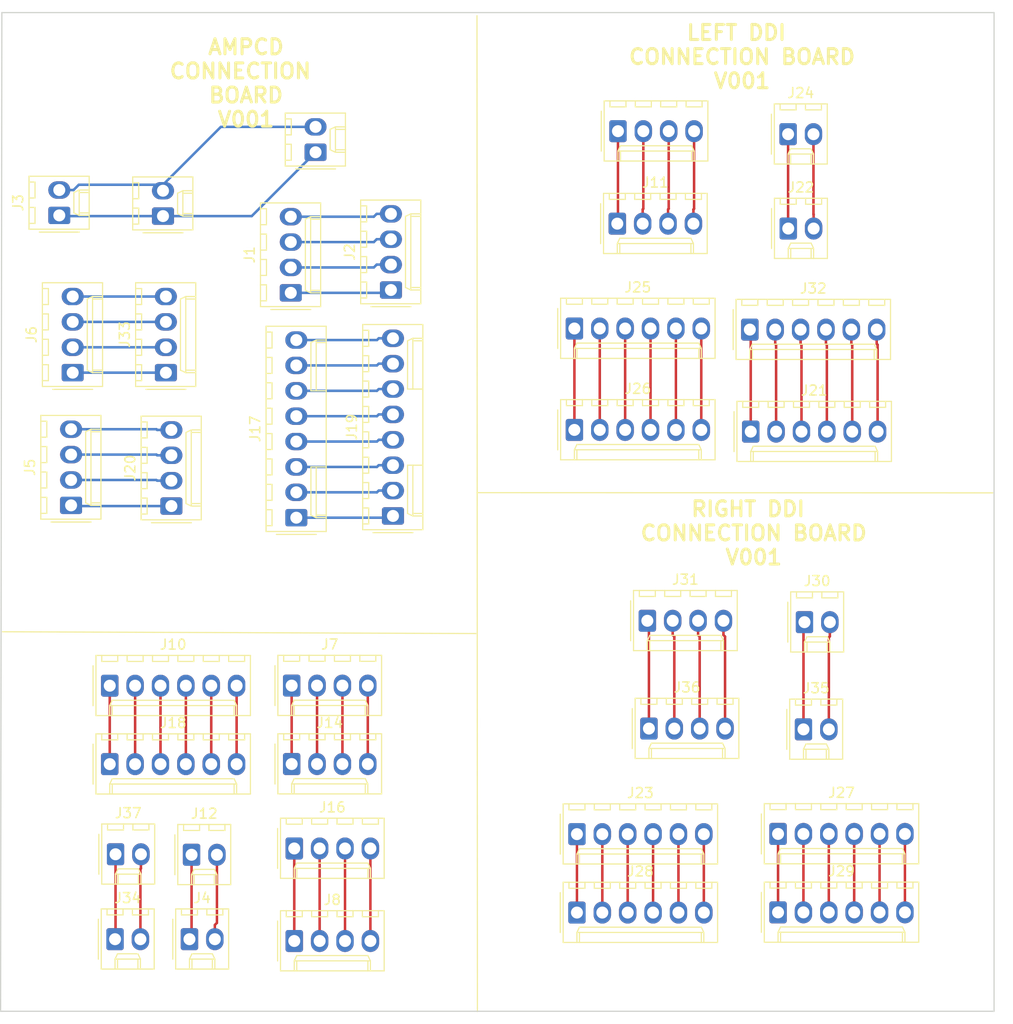
<source format=kicad_pcb>
(kicad_pcb (version 20171130) (host pcbnew "(5.1.10)-1")

  (general
    (thickness 1.6)
    (drawings 10)
    (tracks 151)
    (zones 0)
    (modules 49)
    (nets 77)
  )

  (page A4)
  (layers
    (0 F.Cu signal)
    (31 B.Cu signal)
    (32 B.Adhes user)
    (33 F.Adhes user)
    (34 B.Paste user)
    (35 F.Paste user)
    (36 B.SilkS user)
    (37 F.SilkS user)
    (38 B.Mask user)
    (39 F.Mask user)
    (40 Dwgs.User user)
    (41 Cmts.User user)
    (42 Eco1.User user)
    (43 Eco2.User user)
    (44 Edge.Cuts user)
    (45 Margin user)
    (46 B.CrtYd user)
    (47 F.CrtYd user)
    (48 B.Fab user)
    (49 F.Fab user)
  )

  (setup
    (last_trace_width 0.25)
    (trace_clearance 0.2)
    (zone_clearance 0.508)
    (zone_45_only no)
    (trace_min 0.2)
    (via_size 0.8)
    (via_drill 0.4)
    (via_min_size 0.4)
    (via_min_drill 0.3)
    (uvia_size 0.3)
    (uvia_drill 0.1)
    (uvias_allowed no)
    (uvia_min_size 0.2)
    (uvia_min_drill 0.1)
    (edge_width 0.05)
    (segment_width 0.2)
    (pcb_text_width 0.3)
    (pcb_text_size 1.5 1.5)
    (mod_edge_width 0.12)
    (mod_text_size 1 1)
    (mod_text_width 0.15)
    (pad_size 1.524 1.524)
    (pad_drill 0.762)
    (pad_to_mask_clearance 0.051)
    (solder_mask_min_width 0.25)
    (aux_axis_origin 0 0)
    (visible_elements 7FFFFFFF)
    (pcbplotparams
      (layerselection 0x010fc_ffffffff)
      (usegerberextensions false)
      (usegerberattributes false)
      (usegerberadvancedattributes false)
      (creategerberjobfile false)
      (excludeedgelayer true)
      (linewidth 0.100000)
      (plotframeref false)
      (viasonmask false)
      (mode 1)
      (useauxorigin false)
      (hpglpennumber 1)
      (hpglpenspeed 20)
      (hpglpendiameter 15.000000)
      (psnegative false)
      (psa4output false)
      (plotreference true)
      (plotvalue true)
      (plotinvisibletext false)
      (padsonsilk false)
      (subtractmaskfromsilk false)
      (outputformat 1)
      (mirror false)
      (drillshape 0)
      (scaleselection 1)
      (outputdirectory "manufacturing"))
  )

  (net 0 "")
  (net 1 "Net-(J1-Pad4)")
  (net 2 "Net-(J1-Pad3)")
  (net 3 "Net-(J1-Pad2)")
  (net 4 "Net-(J1-Pad1)")
  (net 5 "Net-(J13-Pad2)")
  (net 6 "Net-(J13-Pad1)")
  (net 7 "Net-(J10-Pad2)")
  (net 8 "Net-(J10-Pad1)")
  (net 9 "Net-(J11-Pad4)")
  (net 10 "Net-(J11-Pad3)")
  (net 11 "Net-(J11-Pad2)")
  (net 12 "Net-(J11-Pad1)")
  (net 13 "Net-(J12-Pad2)")
  (net 14 "Net-(J12-Pad1)")
  (net 15 "Net-(J17-Pad8)")
  (net 16 "Net-(J17-Pad7)")
  (net 17 "Net-(J17-Pad6)")
  (net 18 "Net-(J17-Pad5)")
  (net 19 "Net-(J17-Pad4)")
  (net 20 "Net-(J17-Pad3)")
  (net 21 "Net-(J17-Pad2)")
  (net 22 "Net-(J17-Pad1)")
  (net 23 "Net-(J21-Pad2)")
  (net 24 "Net-(J21-Pad1)")
  (net 25 "Net-(J22-Pad2)")
  (net 26 "Net-(J22-Pad1)")
  (net 27 "Net-(J25-Pad6)")
  (net 28 "Net-(J25-Pad5)")
  (net 29 "Net-(J25-Pad4)")
  (net 30 "Net-(J25-Pad3)")
  (net 31 "Net-(J25-Pad2)")
  (net 32 "Net-(J25-Pad1)")
  (net 33 "Net-(J27-Pad6)")
  (net 34 "Net-(J27-Pad5)")
  (net 35 "Net-(J27-Pad4)")
  (net 36 "Net-(J27-Pad3)")
  (net 37 "Net-(J27-Pad2)")
  (net 38 "Net-(J27-Pad1)")
  (net 39 "Net-(J30-Pad2)")
  (net 40 "Net-(J30-Pad1)")
  (net 41 "Net-(J31-Pad4)")
  (net 42 "Net-(J31-Pad3)")
  (net 43 "Net-(J31-Pad2)")
  (net 44 "Net-(J31-Pad1)")
  (net 45 "Net-(J21-Pad6)")
  (net 46 "Net-(J21-Pad5)")
  (net 47 "Net-(J21-Pad4)")
  (net 48 "Net-(J21-Pad3)")
  (net 49 "Net-(J23-Pad6)")
  (net 50 "Net-(J23-Pad5)")
  (net 51 "Net-(J23-Pad4)")
  (net 52 "Net-(J23-Pad3)")
  (net 53 "Net-(J23-Pad2)")
  (net 54 "Net-(J23-Pad1)")
  (net 55 "Net-(J20-Pad4)")
  (net 56 "Net-(J20-Pad3)")
  (net 57 "Net-(J20-Pad2)")
  (net 58 "Net-(J20-Pad1)")
  (net 59 "Net-(J33-Pad4)")
  (net 60 "Net-(J33-Pad3)")
  (net 61 "Net-(J33-Pad2)")
  (net 62 "Net-(J33-Pad1)")
  (net 63 "Net-(J34-Pad2)")
  (net 64 "Net-(J34-Pad1)")
  (net 65 "Net-(J16-Pad4)")
  (net 66 "Net-(J16-Pad3)")
  (net 67 "Net-(J16-Pad2)")
  (net 68 "Net-(J16-Pad1)")
  (net 69 "Net-(J14-Pad4)")
  (net 70 "Net-(J14-Pad3)")
  (net 71 "Net-(J14-Pad2)")
  (net 72 "Net-(J14-Pad1)")
  (net 73 "Net-(J10-Pad6)")
  (net 74 "Net-(J10-Pad5)")
  (net 75 "Net-(J10-Pad4)")
  (net 76 "Net-(J10-Pad3)")

  (net_class Default "This is the default net class."
    (clearance 0.2)
    (trace_width 0.25)
    (via_dia 0.8)
    (via_drill 0.4)
    (uvia_dia 0.3)
    (uvia_drill 0.1)
    (add_net "Net-(J1-Pad1)")
    (add_net "Net-(J1-Pad2)")
    (add_net "Net-(J1-Pad3)")
    (add_net "Net-(J1-Pad4)")
    (add_net "Net-(J10-Pad1)")
    (add_net "Net-(J10-Pad2)")
    (add_net "Net-(J10-Pad3)")
    (add_net "Net-(J10-Pad4)")
    (add_net "Net-(J10-Pad5)")
    (add_net "Net-(J10-Pad6)")
    (add_net "Net-(J11-Pad1)")
    (add_net "Net-(J11-Pad2)")
    (add_net "Net-(J11-Pad3)")
    (add_net "Net-(J11-Pad4)")
    (add_net "Net-(J12-Pad1)")
    (add_net "Net-(J12-Pad2)")
    (add_net "Net-(J13-Pad1)")
    (add_net "Net-(J13-Pad2)")
    (add_net "Net-(J14-Pad1)")
    (add_net "Net-(J14-Pad2)")
    (add_net "Net-(J14-Pad3)")
    (add_net "Net-(J14-Pad4)")
    (add_net "Net-(J16-Pad1)")
    (add_net "Net-(J16-Pad2)")
    (add_net "Net-(J16-Pad3)")
    (add_net "Net-(J16-Pad4)")
    (add_net "Net-(J17-Pad1)")
    (add_net "Net-(J17-Pad2)")
    (add_net "Net-(J17-Pad3)")
    (add_net "Net-(J17-Pad4)")
    (add_net "Net-(J17-Pad5)")
    (add_net "Net-(J17-Pad6)")
    (add_net "Net-(J17-Pad7)")
    (add_net "Net-(J17-Pad8)")
    (add_net "Net-(J20-Pad1)")
    (add_net "Net-(J20-Pad2)")
    (add_net "Net-(J20-Pad3)")
    (add_net "Net-(J20-Pad4)")
    (add_net "Net-(J21-Pad1)")
    (add_net "Net-(J21-Pad2)")
    (add_net "Net-(J21-Pad3)")
    (add_net "Net-(J21-Pad4)")
    (add_net "Net-(J21-Pad5)")
    (add_net "Net-(J21-Pad6)")
    (add_net "Net-(J22-Pad1)")
    (add_net "Net-(J22-Pad2)")
    (add_net "Net-(J23-Pad1)")
    (add_net "Net-(J23-Pad2)")
    (add_net "Net-(J23-Pad3)")
    (add_net "Net-(J23-Pad4)")
    (add_net "Net-(J23-Pad5)")
    (add_net "Net-(J23-Pad6)")
    (add_net "Net-(J25-Pad1)")
    (add_net "Net-(J25-Pad2)")
    (add_net "Net-(J25-Pad3)")
    (add_net "Net-(J25-Pad4)")
    (add_net "Net-(J25-Pad5)")
    (add_net "Net-(J25-Pad6)")
    (add_net "Net-(J27-Pad1)")
    (add_net "Net-(J27-Pad2)")
    (add_net "Net-(J27-Pad3)")
    (add_net "Net-(J27-Pad4)")
    (add_net "Net-(J27-Pad5)")
    (add_net "Net-(J27-Pad6)")
    (add_net "Net-(J30-Pad1)")
    (add_net "Net-(J30-Pad2)")
    (add_net "Net-(J31-Pad1)")
    (add_net "Net-(J31-Pad2)")
    (add_net "Net-(J31-Pad3)")
    (add_net "Net-(J31-Pad4)")
    (add_net "Net-(J33-Pad1)")
    (add_net "Net-(J33-Pad2)")
    (add_net "Net-(J33-Pad3)")
    (add_net "Net-(J33-Pad4)")
    (add_net "Net-(J34-Pad1)")
    (add_net "Net-(J34-Pad2)")
  )

  (module PT_Library_v001:Molex_1x02_P2.54mm_Vertical (layer F.Cu) (tedit 5B78013E) (tstamp 61A315A1)
    (at 50.24 124.75)
    (descr "Molex KK-254 Interconnect System, old/engineering part number: AE-6410-02A example for new part number: 22-27-2021, 2 Pins (http://www.molex.com/pdm_docs/sd/022272021_sd.pdf), generated with kicad-footprint-generator")
    (tags "connector Molex KK-254 side entry")
    (path /61A721F1)
    (fp_text reference J37 (at 1.27 -4.12) (layer F.SilkS)
      (effects (font (size 1 1) (thickness 0.15)))
    )
    (fp_text value SPARE (at 1.27 4.08) (layer F.Fab)
      (effects (font (size 1 1) (thickness 0.15)))
    )
    (fp_text user %R (at 1.27 -2.22) (layer F.Fab)
      (effects (font (size 1 1) (thickness 0.15)))
    )
    (fp_line (start -1.27 -2.92) (end -1.27 2.88) (layer F.Fab) (width 0.1))
    (fp_line (start -1.27 2.88) (end 3.81 2.88) (layer F.Fab) (width 0.1))
    (fp_line (start 3.81 2.88) (end 3.81 -2.92) (layer F.Fab) (width 0.1))
    (fp_line (start 3.81 -2.92) (end -1.27 -2.92) (layer F.Fab) (width 0.1))
    (fp_line (start -1.38 -3.03) (end -1.38 2.99) (layer F.SilkS) (width 0.12))
    (fp_line (start -1.38 2.99) (end 3.92 2.99) (layer F.SilkS) (width 0.12))
    (fp_line (start 3.92 2.99) (end 3.92 -3.03) (layer F.SilkS) (width 0.12))
    (fp_line (start 3.92 -3.03) (end -1.38 -3.03) (layer F.SilkS) (width 0.12))
    (fp_line (start -1.67 -2) (end -1.67 2) (layer F.SilkS) (width 0.12))
    (fp_line (start -1.27 -0.5) (end -0.562893 0) (layer F.Fab) (width 0.1))
    (fp_line (start -0.562893 0) (end -1.27 0.5) (layer F.Fab) (width 0.1))
    (fp_line (start 0 2.99) (end 0 1.99) (layer F.SilkS) (width 0.12))
    (fp_line (start 0 1.99) (end 2.54 1.99) (layer F.SilkS) (width 0.12))
    (fp_line (start 2.54 1.99) (end 2.54 2.99) (layer F.SilkS) (width 0.12))
    (fp_line (start 0 1.99) (end 0.25 1.46) (layer F.SilkS) (width 0.12))
    (fp_line (start 0.25 1.46) (end 2.29 1.46) (layer F.SilkS) (width 0.12))
    (fp_line (start 2.29 1.46) (end 2.54 1.99) (layer F.SilkS) (width 0.12))
    (fp_line (start 0.25 2.99) (end 0.25 1.99) (layer F.SilkS) (width 0.12))
    (fp_line (start 2.29 2.99) (end 2.29 1.99) (layer F.SilkS) (width 0.12))
    (fp_line (start -0.8 -3.03) (end -0.8 -2.43) (layer F.SilkS) (width 0.12))
    (fp_line (start -0.8 -2.43) (end 0.8 -2.43) (layer F.SilkS) (width 0.12))
    (fp_line (start 0.8 -2.43) (end 0.8 -3.03) (layer F.SilkS) (width 0.12))
    (fp_line (start 1.74 -3.03) (end 1.74 -2.43) (layer F.SilkS) (width 0.12))
    (fp_line (start 1.74 -2.43) (end 3.34 -2.43) (layer F.SilkS) (width 0.12))
    (fp_line (start 3.34 -2.43) (end 3.34 -3.03) (layer F.SilkS) (width 0.12))
    (fp_line (start -1.77 -3.42) (end -1.77 3.38) (layer F.CrtYd) (width 0.05))
    (fp_line (start -1.77 3.38) (end 4.31 3.38) (layer F.CrtYd) (width 0.05))
    (fp_line (start 4.31 3.38) (end 4.31 -3.42) (layer F.CrtYd) (width 0.05))
    (fp_line (start 4.31 -3.42) (end -1.77 -3.42) (layer F.CrtYd) (width 0.05))
    (pad 2 thru_hole oval (at 2.54 0) (size 1.74 2.2) (drill 1.2) (layers *.Cu *.Mask)
      (net 63 "Net-(J34-Pad2)"))
    (pad 1 thru_hole roundrect (at 0 0) (size 1.74 2.2) (drill 1.2) (layers *.Cu *.Mask) (roundrect_rratio 0.143678)
      (net 64 "Net-(J34-Pad1)"))
    (model ${KISYS3DMOD}/Connector_Molex.3dshapes/Molex_KK-254_AE-6410-02A_1x02_P2.54mm_Vertical.wrl
      (at (xyz 0 0 0))
      (scale (xyz 1 1 1))
      (rotate (xyz 0 0 0))
    )
  )

  (module PT_Library_v001:Molex_1x02_P2.54mm_Vertical (layer F.Cu) (tedit 5B78013E) (tstamp 61A314E1)
    (at 50.19 133.25)
    (descr "Molex KK-254 Interconnect System, old/engineering part number: AE-6410-02A example for new part number: 22-27-2021, 2 Pins (http://www.molex.com/pdm_docs/sd/022272021_sd.pdf), generated with kicad-footprint-generator")
    (tags "connector Molex KK-254 side entry")
    (path /61A721EB)
    (fp_text reference J34 (at 1.27 -4.12) (layer F.SilkS)
      (effects (font (size 1 1) (thickness 0.15)))
    )
    (fp_text value SPARE (at 1.27 4.08) (layer F.Fab)
      (effects (font (size 1 1) (thickness 0.15)))
    )
    (fp_text user %R (at 1.27 -2.22) (layer F.Fab)
      (effects (font (size 1 1) (thickness 0.15)))
    )
    (fp_line (start -1.27 -2.92) (end -1.27 2.88) (layer F.Fab) (width 0.1))
    (fp_line (start -1.27 2.88) (end 3.81 2.88) (layer F.Fab) (width 0.1))
    (fp_line (start 3.81 2.88) (end 3.81 -2.92) (layer F.Fab) (width 0.1))
    (fp_line (start 3.81 -2.92) (end -1.27 -2.92) (layer F.Fab) (width 0.1))
    (fp_line (start -1.38 -3.03) (end -1.38 2.99) (layer F.SilkS) (width 0.12))
    (fp_line (start -1.38 2.99) (end 3.92 2.99) (layer F.SilkS) (width 0.12))
    (fp_line (start 3.92 2.99) (end 3.92 -3.03) (layer F.SilkS) (width 0.12))
    (fp_line (start 3.92 -3.03) (end -1.38 -3.03) (layer F.SilkS) (width 0.12))
    (fp_line (start -1.67 -2) (end -1.67 2) (layer F.SilkS) (width 0.12))
    (fp_line (start -1.27 -0.5) (end -0.562893 0) (layer F.Fab) (width 0.1))
    (fp_line (start -0.562893 0) (end -1.27 0.5) (layer F.Fab) (width 0.1))
    (fp_line (start 0 2.99) (end 0 1.99) (layer F.SilkS) (width 0.12))
    (fp_line (start 0 1.99) (end 2.54 1.99) (layer F.SilkS) (width 0.12))
    (fp_line (start 2.54 1.99) (end 2.54 2.99) (layer F.SilkS) (width 0.12))
    (fp_line (start 0 1.99) (end 0.25 1.46) (layer F.SilkS) (width 0.12))
    (fp_line (start 0.25 1.46) (end 2.29 1.46) (layer F.SilkS) (width 0.12))
    (fp_line (start 2.29 1.46) (end 2.54 1.99) (layer F.SilkS) (width 0.12))
    (fp_line (start 0.25 2.99) (end 0.25 1.99) (layer F.SilkS) (width 0.12))
    (fp_line (start 2.29 2.99) (end 2.29 1.99) (layer F.SilkS) (width 0.12))
    (fp_line (start -0.8 -3.03) (end -0.8 -2.43) (layer F.SilkS) (width 0.12))
    (fp_line (start -0.8 -2.43) (end 0.8 -2.43) (layer F.SilkS) (width 0.12))
    (fp_line (start 0.8 -2.43) (end 0.8 -3.03) (layer F.SilkS) (width 0.12))
    (fp_line (start 1.74 -3.03) (end 1.74 -2.43) (layer F.SilkS) (width 0.12))
    (fp_line (start 1.74 -2.43) (end 3.34 -2.43) (layer F.SilkS) (width 0.12))
    (fp_line (start 3.34 -2.43) (end 3.34 -3.03) (layer F.SilkS) (width 0.12))
    (fp_line (start -1.77 -3.42) (end -1.77 3.38) (layer F.CrtYd) (width 0.05))
    (fp_line (start -1.77 3.38) (end 4.31 3.38) (layer F.CrtYd) (width 0.05))
    (fp_line (start 4.31 3.38) (end 4.31 -3.42) (layer F.CrtYd) (width 0.05))
    (fp_line (start 4.31 -3.42) (end -1.77 -3.42) (layer F.CrtYd) (width 0.05))
    (pad 2 thru_hole oval (at 2.54 0) (size 1.74 2.2) (drill 1.2) (layers *.Cu *.Mask)
      (net 63 "Net-(J34-Pad2)"))
    (pad 1 thru_hole roundrect (at 0 0) (size 1.74 2.2) (drill 1.2) (layers *.Cu *.Mask) (roundrect_rratio 0.143678)
      (net 64 "Net-(J34-Pad1)"))
    (model ${KISYS3DMOD}/Connector_Molex.3dshapes/Molex_KK-254_AE-6410-02A_1x02_P2.54mm_Vertical.wrl
      (at (xyz 0 0 0))
      (scale (xyz 1 1 1))
      (rotate (xyz 0 0 0))
    )
  )

  (module PT_Library_v001:Molex_1x06_P2.54mm_Vertical (layer F.Cu) (tedit 5B78013E) (tstamp 61A2EFE5)
    (at 49.66 115.73)
    (descr "Molex KK-254 Interconnect System, old/engineering part number: AE-6410-06A example for new part number: 22-27-2061, 6 Pins (http://www.molex.com/pdm_docs/sd/022272021_sd.pdf), generated with kicad-footprint-generator")
    (tags "connector Molex KK-254 side entry")
    (path /61A6005F)
    (fp_text reference J18 (at 6.35 -4.12) (layer F.SilkS)
      (effects (font (size 1 1) (thickness 0.15)))
    )
    (fp_text value SPARE (at 6.35 4.08) (layer F.Fab)
      (effects (font (size 1 1) (thickness 0.15)))
    )
    (fp_text user %R (at 6.35 -2.22) (layer F.Fab)
      (effects (font (size 1 1) (thickness 0.15)))
    )
    (fp_line (start -1.27 -2.92) (end -1.27 2.88) (layer F.Fab) (width 0.1))
    (fp_line (start -1.27 2.88) (end 13.97 2.88) (layer F.Fab) (width 0.1))
    (fp_line (start 13.97 2.88) (end 13.97 -2.92) (layer F.Fab) (width 0.1))
    (fp_line (start 13.97 -2.92) (end -1.27 -2.92) (layer F.Fab) (width 0.1))
    (fp_line (start -1.38 -3.03) (end -1.38 2.99) (layer F.SilkS) (width 0.12))
    (fp_line (start -1.38 2.99) (end 14.08 2.99) (layer F.SilkS) (width 0.12))
    (fp_line (start 14.08 2.99) (end 14.08 -3.03) (layer F.SilkS) (width 0.12))
    (fp_line (start 14.08 -3.03) (end -1.38 -3.03) (layer F.SilkS) (width 0.12))
    (fp_line (start -1.67 -2) (end -1.67 2) (layer F.SilkS) (width 0.12))
    (fp_line (start -1.27 -0.5) (end -0.562893 0) (layer F.Fab) (width 0.1))
    (fp_line (start -0.562893 0) (end -1.27 0.5) (layer F.Fab) (width 0.1))
    (fp_line (start 0 2.99) (end 0 1.99) (layer F.SilkS) (width 0.12))
    (fp_line (start 0 1.99) (end 12.7 1.99) (layer F.SilkS) (width 0.12))
    (fp_line (start 12.7 1.99) (end 12.7 2.99) (layer F.SilkS) (width 0.12))
    (fp_line (start 0 1.99) (end 0.25 1.46) (layer F.SilkS) (width 0.12))
    (fp_line (start 0.25 1.46) (end 12.45 1.46) (layer F.SilkS) (width 0.12))
    (fp_line (start 12.45 1.46) (end 12.7 1.99) (layer F.SilkS) (width 0.12))
    (fp_line (start 0.25 2.99) (end 0.25 1.99) (layer F.SilkS) (width 0.12))
    (fp_line (start 12.45 2.99) (end 12.45 1.99) (layer F.SilkS) (width 0.12))
    (fp_line (start -0.8 -3.03) (end -0.8 -2.43) (layer F.SilkS) (width 0.12))
    (fp_line (start -0.8 -2.43) (end 0.8 -2.43) (layer F.SilkS) (width 0.12))
    (fp_line (start 0.8 -2.43) (end 0.8 -3.03) (layer F.SilkS) (width 0.12))
    (fp_line (start 1.74 -3.03) (end 1.74 -2.43) (layer F.SilkS) (width 0.12))
    (fp_line (start 1.74 -2.43) (end 3.34 -2.43) (layer F.SilkS) (width 0.12))
    (fp_line (start 3.34 -2.43) (end 3.34 -3.03) (layer F.SilkS) (width 0.12))
    (fp_line (start 4.28 -3.03) (end 4.28 -2.43) (layer F.SilkS) (width 0.12))
    (fp_line (start 4.28 -2.43) (end 5.88 -2.43) (layer F.SilkS) (width 0.12))
    (fp_line (start 5.88 -2.43) (end 5.88 -3.03) (layer F.SilkS) (width 0.12))
    (fp_line (start 6.82 -3.03) (end 6.82 -2.43) (layer F.SilkS) (width 0.12))
    (fp_line (start 6.82 -2.43) (end 8.42 -2.43) (layer F.SilkS) (width 0.12))
    (fp_line (start 8.42 -2.43) (end 8.42 -3.03) (layer F.SilkS) (width 0.12))
    (fp_line (start 9.36 -3.03) (end 9.36 -2.43) (layer F.SilkS) (width 0.12))
    (fp_line (start 9.36 -2.43) (end 10.96 -2.43) (layer F.SilkS) (width 0.12))
    (fp_line (start 10.96 -2.43) (end 10.96 -3.03) (layer F.SilkS) (width 0.12))
    (fp_line (start 11.9 -3.03) (end 11.9 -2.43) (layer F.SilkS) (width 0.12))
    (fp_line (start 11.9 -2.43) (end 13.5 -2.43) (layer F.SilkS) (width 0.12))
    (fp_line (start 13.5 -2.43) (end 13.5 -3.03) (layer F.SilkS) (width 0.12))
    (fp_line (start -1.77 -3.42) (end -1.77 3.38) (layer F.CrtYd) (width 0.05))
    (fp_line (start -1.77 3.38) (end 14.47 3.38) (layer F.CrtYd) (width 0.05))
    (fp_line (start 14.47 3.38) (end 14.47 -3.42) (layer F.CrtYd) (width 0.05))
    (fp_line (start 14.47 -3.42) (end -1.77 -3.42) (layer F.CrtYd) (width 0.05))
    (pad 6 thru_hole oval (at 12.7 0) (size 1.74 2.2) (drill 1.2) (layers *.Cu *.Mask)
      (net 73 "Net-(J10-Pad6)"))
    (pad 5 thru_hole oval (at 10.16 0) (size 1.74 2.2) (drill 1.2) (layers *.Cu *.Mask)
      (net 74 "Net-(J10-Pad5)"))
    (pad 4 thru_hole oval (at 7.62 0) (size 1.74 2.2) (drill 1.2) (layers *.Cu *.Mask)
      (net 75 "Net-(J10-Pad4)"))
    (pad 3 thru_hole oval (at 5.08 0) (size 1.74 2.2) (drill 1.2) (layers *.Cu *.Mask)
      (net 76 "Net-(J10-Pad3)"))
    (pad 2 thru_hole oval (at 2.54 0) (size 1.74 2.2) (drill 1.2) (layers *.Cu *.Mask)
      (net 7 "Net-(J10-Pad2)"))
    (pad 1 thru_hole roundrect (at 0 0) (size 1.74 2.2) (drill 1.2) (layers *.Cu *.Mask) (roundrect_rratio 0.143678)
      (net 8 "Net-(J10-Pad1)"))
    (model ${KISYS3DMOD}/Connector_Molex.3dshapes/Molex_KK-254_AE-6410-06A_1x06_P2.54mm_Vertical.wrl
      (at (xyz 0 0 0))
      (scale (xyz 1 1 1))
      (rotate (xyz 0 0 0))
    )
  )

  (module PT_Library_v001:Molex_1x04_P2.54mm_Vertical (layer F.Cu) (tedit 5B78013E) (tstamp 61A2EF2F)
    (at 68.13 124.17)
    (descr "Molex KK-254 Interconnect System, old/engineering part number: AE-6410-04A example for new part number: 22-27-2041, 4 Pins (http://www.molex.com/pdm_docs/sd/022272021_sd.pdf), generated with kicad-footprint-generator")
    (tags "connector Molex KK-254 side entry")
    (path /61A5B1DE)
    (fp_text reference J16 (at 3.81 -4.12) (layer F.SilkS)
      (effects (font (size 1 1) (thickness 0.15)))
    )
    (fp_text value SPARE (at 3.81 4.08) (layer F.Fab)
      (effects (font (size 1 1) (thickness 0.15)))
    )
    (fp_text user %R (at 3.81 -2.22) (layer F.Fab)
      (effects (font (size 1 1) (thickness 0.15)))
    )
    (fp_line (start -1.27 -2.92) (end -1.27 2.88) (layer F.Fab) (width 0.1))
    (fp_line (start -1.27 2.88) (end 8.89 2.88) (layer F.Fab) (width 0.1))
    (fp_line (start 8.89 2.88) (end 8.89 -2.92) (layer F.Fab) (width 0.1))
    (fp_line (start 8.89 -2.92) (end -1.27 -2.92) (layer F.Fab) (width 0.1))
    (fp_line (start -1.38 -3.03) (end -1.38 2.99) (layer F.SilkS) (width 0.12))
    (fp_line (start -1.38 2.99) (end 9 2.99) (layer F.SilkS) (width 0.12))
    (fp_line (start 9 2.99) (end 9 -3.03) (layer F.SilkS) (width 0.12))
    (fp_line (start 9 -3.03) (end -1.38 -3.03) (layer F.SilkS) (width 0.12))
    (fp_line (start -1.67 -2) (end -1.67 2) (layer F.SilkS) (width 0.12))
    (fp_line (start -1.27 -0.5) (end -0.562893 0) (layer F.Fab) (width 0.1))
    (fp_line (start -0.562893 0) (end -1.27 0.5) (layer F.Fab) (width 0.1))
    (fp_line (start 0 2.99) (end 0 1.99) (layer F.SilkS) (width 0.12))
    (fp_line (start 0 1.99) (end 7.62 1.99) (layer F.SilkS) (width 0.12))
    (fp_line (start 7.62 1.99) (end 7.62 2.99) (layer F.SilkS) (width 0.12))
    (fp_line (start 0 1.99) (end 0.25 1.46) (layer F.SilkS) (width 0.12))
    (fp_line (start 0.25 1.46) (end 7.37 1.46) (layer F.SilkS) (width 0.12))
    (fp_line (start 7.37 1.46) (end 7.62 1.99) (layer F.SilkS) (width 0.12))
    (fp_line (start 0.25 2.99) (end 0.25 1.99) (layer F.SilkS) (width 0.12))
    (fp_line (start 7.37 2.99) (end 7.37 1.99) (layer F.SilkS) (width 0.12))
    (fp_line (start -0.8 -3.03) (end -0.8 -2.43) (layer F.SilkS) (width 0.12))
    (fp_line (start -0.8 -2.43) (end 0.8 -2.43) (layer F.SilkS) (width 0.12))
    (fp_line (start 0.8 -2.43) (end 0.8 -3.03) (layer F.SilkS) (width 0.12))
    (fp_line (start 1.74 -3.03) (end 1.74 -2.43) (layer F.SilkS) (width 0.12))
    (fp_line (start 1.74 -2.43) (end 3.34 -2.43) (layer F.SilkS) (width 0.12))
    (fp_line (start 3.34 -2.43) (end 3.34 -3.03) (layer F.SilkS) (width 0.12))
    (fp_line (start 4.28 -3.03) (end 4.28 -2.43) (layer F.SilkS) (width 0.12))
    (fp_line (start 4.28 -2.43) (end 5.88 -2.43) (layer F.SilkS) (width 0.12))
    (fp_line (start 5.88 -2.43) (end 5.88 -3.03) (layer F.SilkS) (width 0.12))
    (fp_line (start 6.82 -3.03) (end 6.82 -2.43) (layer F.SilkS) (width 0.12))
    (fp_line (start 6.82 -2.43) (end 8.42 -2.43) (layer F.SilkS) (width 0.12))
    (fp_line (start 8.42 -2.43) (end 8.42 -3.03) (layer F.SilkS) (width 0.12))
    (fp_line (start -1.77 -3.42) (end -1.77 3.38) (layer F.CrtYd) (width 0.05))
    (fp_line (start -1.77 3.38) (end 9.39 3.38) (layer F.CrtYd) (width 0.05))
    (fp_line (start 9.39 3.38) (end 9.39 -3.42) (layer F.CrtYd) (width 0.05))
    (fp_line (start 9.39 -3.42) (end -1.77 -3.42) (layer F.CrtYd) (width 0.05))
    (pad 4 thru_hole oval (at 7.62 0) (size 1.74 2.2) (drill 1.2) (layers *.Cu *.Mask)
      (net 65 "Net-(J16-Pad4)"))
    (pad 3 thru_hole oval (at 5.08 0) (size 1.74 2.2) (drill 1.2) (layers *.Cu *.Mask)
      (net 66 "Net-(J16-Pad3)"))
    (pad 2 thru_hole oval (at 2.54 0) (size 1.74 2.2) (drill 1.2) (layers *.Cu *.Mask)
      (net 67 "Net-(J16-Pad2)"))
    (pad 1 thru_hole roundrect (at 0 0) (size 1.74 2.2) (drill 1.2) (layers *.Cu *.Mask) (roundrect_rratio 0.143678)
      (net 68 "Net-(J16-Pad1)"))
    (model ${KISYS3DMOD}/Connector_Molex.3dshapes/Molex_KK-254_AE-6410-04A_1x04_P2.54mm_Vertical.wrl
      (at (xyz 0 0 0))
      (scale (xyz 1 1 1))
      (rotate (xyz 0 0 0))
    )
  )

  (module PT_Library_v001:Molex_1x04_P2.54mm_Vertical (layer F.Cu) (tedit 5B78013E) (tstamp 61A2EEAD)
    (at 67.87 115.72)
    (descr "Molex KK-254 Interconnect System, old/engineering part number: AE-6410-04A example for new part number: 22-27-2041, 4 Pins (http://www.molex.com/pdm_docs/sd/022272021_sd.pdf), generated with kicad-footprint-generator")
    (tags "connector Molex KK-254 side entry")
    (path /61A57216)
    (fp_text reference J14 (at 3.81 -4.12) (layer F.SilkS)
      (effects (font (size 1 1) (thickness 0.15)))
    )
    (fp_text value SPARE (at 3.81 4.08) (layer F.Fab)
      (effects (font (size 1 1) (thickness 0.15)))
    )
    (fp_text user %R (at 3.81 -2.22) (layer F.Fab)
      (effects (font (size 1 1) (thickness 0.15)))
    )
    (fp_line (start -1.27 -2.92) (end -1.27 2.88) (layer F.Fab) (width 0.1))
    (fp_line (start -1.27 2.88) (end 8.89 2.88) (layer F.Fab) (width 0.1))
    (fp_line (start 8.89 2.88) (end 8.89 -2.92) (layer F.Fab) (width 0.1))
    (fp_line (start 8.89 -2.92) (end -1.27 -2.92) (layer F.Fab) (width 0.1))
    (fp_line (start -1.38 -3.03) (end -1.38 2.99) (layer F.SilkS) (width 0.12))
    (fp_line (start -1.38 2.99) (end 9 2.99) (layer F.SilkS) (width 0.12))
    (fp_line (start 9 2.99) (end 9 -3.03) (layer F.SilkS) (width 0.12))
    (fp_line (start 9 -3.03) (end -1.38 -3.03) (layer F.SilkS) (width 0.12))
    (fp_line (start -1.67 -2) (end -1.67 2) (layer F.SilkS) (width 0.12))
    (fp_line (start -1.27 -0.5) (end -0.562893 0) (layer F.Fab) (width 0.1))
    (fp_line (start -0.562893 0) (end -1.27 0.5) (layer F.Fab) (width 0.1))
    (fp_line (start 0 2.99) (end 0 1.99) (layer F.SilkS) (width 0.12))
    (fp_line (start 0 1.99) (end 7.62 1.99) (layer F.SilkS) (width 0.12))
    (fp_line (start 7.62 1.99) (end 7.62 2.99) (layer F.SilkS) (width 0.12))
    (fp_line (start 0 1.99) (end 0.25 1.46) (layer F.SilkS) (width 0.12))
    (fp_line (start 0.25 1.46) (end 7.37 1.46) (layer F.SilkS) (width 0.12))
    (fp_line (start 7.37 1.46) (end 7.62 1.99) (layer F.SilkS) (width 0.12))
    (fp_line (start 0.25 2.99) (end 0.25 1.99) (layer F.SilkS) (width 0.12))
    (fp_line (start 7.37 2.99) (end 7.37 1.99) (layer F.SilkS) (width 0.12))
    (fp_line (start -0.8 -3.03) (end -0.8 -2.43) (layer F.SilkS) (width 0.12))
    (fp_line (start -0.8 -2.43) (end 0.8 -2.43) (layer F.SilkS) (width 0.12))
    (fp_line (start 0.8 -2.43) (end 0.8 -3.03) (layer F.SilkS) (width 0.12))
    (fp_line (start 1.74 -3.03) (end 1.74 -2.43) (layer F.SilkS) (width 0.12))
    (fp_line (start 1.74 -2.43) (end 3.34 -2.43) (layer F.SilkS) (width 0.12))
    (fp_line (start 3.34 -2.43) (end 3.34 -3.03) (layer F.SilkS) (width 0.12))
    (fp_line (start 4.28 -3.03) (end 4.28 -2.43) (layer F.SilkS) (width 0.12))
    (fp_line (start 4.28 -2.43) (end 5.88 -2.43) (layer F.SilkS) (width 0.12))
    (fp_line (start 5.88 -2.43) (end 5.88 -3.03) (layer F.SilkS) (width 0.12))
    (fp_line (start 6.82 -3.03) (end 6.82 -2.43) (layer F.SilkS) (width 0.12))
    (fp_line (start 6.82 -2.43) (end 8.42 -2.43) (layer F.SilkS) (width 0.12))
    (fp_line (start 8.42 -2.43) (end 8.42 -3.03) (layer F.SilkS) (width 0.12))
    (fp_line (start -1.77 -3.42) (end -1.77 3.38) (layer F.CrtYd) (width 0.05))
    (fp_line (start -1.77 3.38) (end 9.39 3.38) (layer F.CrtYd) (width 0.05))
    (fp_line (start 9.39 3.38) (end 9.39 -3.42) (layer F.CrtYd) (width 0.05))
    (fp_line (start 9.39 -3.42) (end -1.77 -3.42) (layer F.CrtYd) (width 0.05))
    (pad 4 thru_hole oval (at 7.62 0) (size 1.74 2.2) (drill 1.2) (layers *.Cu *.Mask)
      (net 69 "Net-(J14-Pad4)"))
    (pad 3 thru_hole oval (at 5.08 0) (size 1.74 2.2) (drill 1.2) (layers *.Cu *.Mask)
      (net 70 "Net-(J14-Pad3)"))
    (pad 2 thru_hole oval (at 2.54 0) (size 1.74 2.2) (drill 1.2) (layers *.Cu *.Mask)
      (net 71 "Net-(J14-Pad2)"))
    (pad 1 thru_hole roundrect (at 0 0) (size 1.74 2.2) (drill 1.2) (layers *.Cu *.Mask) (roundrect_rratio 0.143678)
      (net 72 "Net-(J14-Pad1)"))
    (model ${KISYS3DMOD}/Connector_Molex.3dshapes/Molex_KK-254_AE-6410-04A_1x04_P2.54mm_Vertical.wrl
      (at (xyz 0 0 0))
      (scale (xyz 1 1 1))
      (rotate (xyz 0 0 0))
    )
  )

  (module PT_Library_v001:Molex_1x02_P2.54mm_Vertical (layer F.Cu) (tedit 5B78013E) (tstamp 61A2EE3B)
    (at 57.85 124.8)
    (descr "Molex KK-254 Interconnect System, old/engineering part number: AE-6410-02A example for new part number: 22-27-2021, 2 Pins (http://www.molex.com/pdm_docs/sd/022272021_sd.pdf), generated with kicad-footprint-generator")
    (tags "connector Molex KK-254 side entry")
    (path /61A57229)
    (fp_text reference J12 (at 1.27 -4.12) (layer F.SilkS)
      (effects (font (size 1 1) (thickness 0.15)))
    )
    (fp_text value SPARE (at 1.27 4.08) (layer F.Fab)
      (effects (font (size 1 1) (thickness 0.15)))
    )
    (fp_text user %R (at 1.27 -2.22) (layer F.Fab)
      (effects (font (size 1 1) (thickness 0.15)))
    )
    (fp_line (start -1.27 -2.92) (end -1.27 2.88) (layer F.Fab) (width 0.1))
    (fp_line (start -1.27 2.88) (end 3.81 2.88) (layer F.Fab) (width 0.1))
    (fp_line (start 3.81 2.88) (end 3.81 -2.92) (layer F.Fab) (width 0.1))
    (fp_line (start 3.81 -2.92) (end -1.27 -2.92) (layer F.Fab) (width 0.1))
    (fp_line (start -1.38 -3.03) (end -1.38 2.99) (layer F.SilkS) (width 0.12))
    (fp_line (start -1.38 2.99) (end 3.92 2.99) (layer F.SilkS) (width 0.12))
    (fp_line (start 3.92 2.99) (end 3.92 -3.03) (layer F.SilkS) (width 0.12))
    (fp_line (start 3.92 -3.03) (end -1.38 -3.03) (layer F.SilkS) (width 0.12))
    (fp_line (start -1.67 -2) (end -1.67 2) (layer F.SilkS) (width 0.12))
    (fp_line (start -1.27 -0.5) (end -0.562893 0) (layer F.Fab) (width 0.1))
    (fp_line (start -0.562893 0) (end -1.27 0.5) (layer F.Fab) (width 0.1))
    (fp_line (start 0 2.99) (end 0 1.99) (layer F.SilkS) (width 0.12))
    (fp_line (start 0 1.99) (end 2.54 1.99) (layer F.SilkS) (width 0.12))
    (fp_line (start 2.54 1.99) (end 2.54 2.99) (layer F.SilkS) (width 0.12))
    (fp_line (start 0 1.99) (end 0.25 1.46) (layer F.SilkS) (width 0.12))
    (fp_line (start 0.25 1.46) (end 2.29 1.46) (layer F.SilkS) (width 0.12))
    (fp_line (start 2.29 1.46) (end 2.54 1.99) (layer F.SilkS) (width 0.12))
    (fp_line (start 0.25 2.99) (end 0.25 1.99) (layer F.SilkS) (width 0.12))
    (fp_line (start 2.29 2.99) (end 2.29 1.99) (layer F.SilkS) (width 0.12))
    (fp_line (start -0.8 -3.03) (end -0.8 -2.43) (layer F.SilkS) (width 0.12))
    (fp_line (start -0.8 -2.43) (end 0.8 -2.43) (layer F.SilkS) (width 0.12))
    (fp_line (start 0.8 -2.43) (end 0.8 -3.03) (layer F.SilkS) (width 0.12))
    (fp_line (start 1.74 -3.03) (end 1.74 -2.43) (layer F.SilkS) (width 0.12))
    (fp_line (start 1.74 -2.43) (end 3.34 -2.43) (layer F.SilkS) (width 0.12))
    (fp_line (start 3.34 -2.43) (end 3.34 -3.03) (layer F.SilkS) (width 0.12))
    (fp_line (start -1.77 -3.42) (end -1.77 3.38) (layer F.CrtYd) (width 0.05))
    (fp_line (start -1.77 3.38) (end 4.31 3.38) (layer F.CrtYd) (width 0.05))
    (fp_line (start 4.31 3.38) (end 4.31 -3.42) (layer F.CrtYd) (width 0.05))
    (fp_line (start 4.31 -3.42) (end -1.77 -3.42) (layer F.CrtYd) (width 0.05))
    (pad 2 thru_hole oval (at 2.54 0) (size 1.74 2.2) (drill 1.2) (layers *.Cu *.Mask)
      (net 13 "Net-(J12-Pad2)"))
    (pad 1 thru_hole roundrect (at 0 0) (size 1.74 2.2) (drill 1.2) (layers *.Cu *.Mask) (roundrect_rratio 0.143678)
      (net 14 "Net-(J12-Pad1)"))
    (model ${KISYS3DMOD}/Connector_Molex.3dshapes/Molex_KK-254_AE-6410-02A_1x02_P2.54mm_Vertical.wrl
      (at (xyz 0 0 0))
      (scale (xyz 1 1 1))
      (rotate (xyz 0 0 0))
    )
  )

  (module PT_Library_v001:Molex_1x06_P2.54mm_Vertical (layer F.Cu) (tedit 5B78013E) (tstamp 61A2EDC1)
    (at 49.66 107.88)
    (descr "Molex KK-254 Interconnect System, old/engineering part number: AE-6410-06A example for new part number: 22-27-2061, 6 Pins (http://www.molex.com/pdm_docs/sd/022272021_sd.pdf), generated with kicad-footprint-generator")
    (tags "connector Molex KK-254 side entry")
    (path /61A6006B)
    (fp_text reference J10 (at 6.35 -4.12) (layer F.SilkS)
      (effects (font (size 1 1) (thickness 0.15)))
    )
    (fp_text value SPARE (at 6.35 4.08) (layer F.Fab)
      (effects (font (size 1 1) (thickness 0.15)))
    )
    (fp_text user %R (at 6.35 -2.22) (layer F.Fab)
      (effects (font (size 1 1) (thickness 0.15)))
    )
    (fp_line (start -1.27 -2.92) (end -1.27 2.88) (layer F.Fab) (width 0.1))
    (fp_line (start -1.27 2.88) (end 13.97 2.88) (layer F.Fab) (width 0.1))
    (fp_line (start 13.97 2.88) (end 13.97 -2.92) (layer F.Fab) (width 0.1))
    (fp_line (start 13.97 -2.92) (end -1.27 -2.92) (layer F.Fab) (width 0.1))
    (fp_line (start -1.38 -3.03) (end -1.38 2.99) (layer F.SilkS) (width 0.12))
    (fp_line (start -1.38 2.99) (end 14.08 2.99) (layer F.SilkS) (width 0.12))
    (fp_line (start 14.08 2.99) (end 14.08 -3.03) (layer F.SilkS) (width 0.12))
    (fp_line (start 14.08 -3.03) (end -1.38 -3.03) (layer F.SilkS) (width 0.12))
    (fp_line (start -1.67 -2) (end -1.67 2) (layer F.SilkS) (width 0.12))
    (fp_line (start -1.27 -0.5) (end -0.562893 0) (layer F.Fab) (width 0.1))
    (fp_line (start -0.562893 0) (end -1.27 0.5) (layer F.Fab) (width 0.1))
    (fp_line (start 0 2.99) (end 0 1.99) (layer F.SilkS) (width 0.12))
    (fp_line (start 0 1.99) (end 12.7 1.99) (layer F.SilkS) (width 0.12))
    (fp_line (start 12.7 1.99) (end 12.7 2.99) (layer F.SilkS) (width 0.12))
    (fp_line (start 0 1.99) (end 0.25 1.46) (layer F.SilkS) (width 0.12))
    (fp_line (start 0.25 1.46) (end 12.45 1.46) (layer F.SilkS) (width 0.12))
    (fp_line (start 12.45 1.46) (end 12.7 1.99) (layer F.SilkS) (width 0.12))
    (fp_line (start 0.25 2.99) (end 0.25 1.99) (layer F.SilkS) (width 0.12))
    (fp_line (start 12.45 2.99) (end 12.45 1.99) (layer F.SilkS) (width 0.12))
    (fp_line (start -0.8 -3.03) (end -0.8 -2.43) (layer F.SilkS) (width 0.12))
    (fp_line (start -0.8 -2.43) (end 0.8 -2.43) (layer F.SilkS) (width 0.12))
    (fp_line (start 0.8 -2.43) (end 0.8 -3.03) (layer F.SilkS) (width 0.12))
    (fp_line (start 1.74 -3.03) (end 1.74 -2.43) (layer F.SilkS) (width 0.12))
    (fp_line (start 1.74 -2.43) (end 3.34 -2.43) (layer F.SilkS) (width 0.12))
    (fp_line (start 3.34 -2.43) (end 3.34 -3.03) (layer F.SilkS) (width 0.12))
    (fp_line (start 4.28 -3.03) (end 4.28 -2.43) (layer F.SilkS) (width 0.12))
    (fp_line (start 4.28 -2.43) (end 5.88 -2.43) (layer F.SilkS) (width 0.12))
    (fp_line (start 5.88 -2.43) (end 5.88 -3.03) (layer F.SilkS) (width 0.12))
    (fp_line (start 6.82 -3.03) (end 6.82 -2.43) (layer F.SilkS) (width 0.12))
    (fp_line (start 6.82 -2.43) (end 8.42 -2.43) (layer F.SilkS) (width 0.12))
    (fp_line (start 8.42 -2.43) (end 8.42 -3.03) (layer F.SilkS) (width 0.12))
    (fp_line (start 9.36 -3.03) (end 9.36 -2.43) (layer F.SilkS) (width 0.12))
    (fp_line (start 9.36 -2.43) (end 10.96 -2.43) (layer F.SilkS) (width 0.12))
    (fp_line (start 10.96 -2.43) (end 10.96 -3.03) (layer F.SilkS) (width 0.12))
    (fp_line (start 11.9 -3.03) (end 11.9 -2.43) (layer F.SilkS) (width 0.12))
    (fp_line (start 11.9 -2.43) (end 13.5 -2.43) (layer F.SilkS) (width 0.12))
    (fp_line (start 13.5 -2.43) (end 13.5 -3.03) (layer F.SilkS) (width 0.12))
    (fp_line (start -1.77 -3.42) (end -1.77 3.38) (layer F.CrtYd) (width 0.05))
    (fp_line (start -1.77 3.38) (end 14.47 3.38) (layer F.CrtYd) (width 0.05))
    (fp_line (start 14.47 3.38) (end 14.47 -3.42) (layer F.CrtYd) (width 0.05))
    (fp_line (start 14.47 -3.42) (end -1.77 -3.42) (layer F.CrtYd) (width 0.05))
    (pad 6 thru_hole oval (at 12.7 0) (size 1.74 2.2) (drill 1.2) (layers *.Cu *.Mask)
      (net 73 "Net-(J10-Pad6)"))
    (pad 5 thru_hole oval (at 10.16 0) (size 1.74 2.2) (drill 1.2) (layers *.Cu *.Mask)
      (net 74 "Net-(J10-Pad5)"))
    (pad 4 thru_hole oval (at 7.62 0) (size 1.74 2.2) (drill 1.2) (layers *.Cu *.Mask)
      (net 75 "Net-(J10-Pad4)"))
    (pad 3 thru_hole oval (at 5.08 0) (size 1.74 2.2) (drill 1.2) (layers *.Cu *.Mask)
      (net 76 "Net-(J10-Pad3)"))
    (pad 2 thru_hole oval (at 2.54 0) (size 1.74 2.2) (drill 1.2) (layers *.Cu *.Mask)
      (net 7 "Net-(J10-Pad2)"))
    (pad 1 thru_hole roundrect (at 0 0) (size 1.74 2.2) (drill 1.2) (layers *.Cu *.Mask) (roundrect_rratio 0.143678)
      (net 8 "Net-(J10-Pad1)"))
    (model ${KISYS3DMOD}/Connector_Molex.3dshapes/Molex_KK-254_AE-6410-06A_1x06_P2.54mm_Vertical.wrl
      (at (xyz 0 0 0))
      (scale (xyz 1 1 1))
      (rotate (xyz 0 0 0))
    )
  )

  (module PT_Library_v001:Molex_1x04_P2.54mm_Vertical (layer F.Cu) (tedit 5B78013E) (tstamp 61A2ED47)
    (at 68.13 133.43)
    (descr "Molex KK-254 Interconnect System, old/engineering part number: AE-6410-04A example for new part number: 22-27-2041, 4 Pins (http://www.molex.com/pdm_docs/sd/022272021_sd.pdf), generated with kicad-footprint-generator")
    (tags "connector Molex KK-254 side entry")
    (path /61A5B1E4)
    (fp_text reference J8 (at 3.81 -4.12) (layer F.SilkS)
      (effects (font (size 1 1) (thickness 0.15)))
    )
    (fp_text value SPARE (at 3.81 4.08) (layer F.Fab)
      (effects (font (size 1 1) (thickness 0.15)))
    )
    (fp_text user %R (at 3.81 -2.22) (layer F.Fab)
      (effects (font (size 1 1) (thickness 0.15)))
    )
    (fp_line (start -1.27 -2.92) (end -1.27 2.88) (layer F.Fab) (width 0.1))
    (fp_line (start -1.27 2.88) (end 8.89 2.88) (layer F.Fab) (width 0.1))
    (fp_line (start 8.89 2.88) (end 8.89 -2.92) (layer F.Fab) (width 0.1))
    (fp_line (start 8.89 -2.92) (end -1.27 -2.92) (layer F.Fab) (width 0.1))
    (fp_line (start -1.38 -3.03) (end -1.38 2.99) (layer F.SilkS) (width 0.12))
    (fp_line (start -1.38 2.99) (end 9 2.99) (layer F.SilkS) (width 0.12))
    (fp_line (start 9 2.99) (end 9 -3.03) (layer F.SilkS) (width 0.12))
    (fp_line (start 9 -3.03) (end -1.38 -3.03) (layer F.SilkS) (width 0.12))
    (fp_line (start -1.67 -2) (end -1.67 2) (layer F.SilkS) (width 0.12))
    (fp_line (start -1.27 -0.5) (end -0.562893 0) (layer F.Fab) (width 0.1))
    (fp_line (start -0.562893 0) (end -1.27 0.5) (layer F.Fab) (width 0.1))
    (fp_line (start 0 2.99) (end 0 1.99) (layer F.SilkS) (width 0.12))
    (fp_line (start 0 1.99) (end 7.62 1.99) (layer F.SilkS) (width 0.12))
    (fp_line (start 7.62 1.99) (end 7.62 2.99) (layer F.SilkS) (width 0.12))
    (fp_line (start 0 1.99) (end 0.25 1.46) (layer F.SilkS) (width 0.12))
    (fp_line (start 0.25 1.46) (end 7.37 1.46) (layer F.SilkS) (width 0.12))
    (fp_line (start 7.37 1.46) (end 7.62 1.99) (layer F.SilkS) (width 0.12))
    (fp_line (start 0.25 2.99) (end 0.25 1.99) (layer F.SilkS) (width 0.12))
    (fp_line (start 7.37 2.99) (end 7.37 1.99) (layer F.SilkS) (width 0.12))
    (fp_line (start -0.8 -3.03) (end -0.8 -2.43) (layer F.SilkS) (width 0.12))
    (fp_line (start -0.8 -2.43) (end 0.8 -2.43) (layer F.SilkS) (width 0.12))
    (fp_line (start 0.8 -2.43) (end 0.8 -3.03) (layer F.SilkS) (width 0.12))
    (fp_line (start 1.74 -3.03) (end 1.74 -2.43) (layer F.SilkS) (width 0.12))
    (fp_line (start 1.74 -2.43) (end 3.34 -2.43) (layer F.SilkS) (width 0.12))
    (fp_line (start 3.34 -2.43) (end 3.34 -3.03) (layer F.SilkS) (width 0.12))
    (fp_line (start 4.28 -3.03) (end 4.28 -2.43) (layer F.SilkS) (width 0.12))
    (fp_line (start 4.28 -2.43) (end 5.88 -2.43) (layer F.SilkS) (width 0.12))
    (fp_line (start 5.88 -2.43) (end 5.88 -3.03) (layer F.SilkS) (width 0.12))
    (fp_line (start 6.82 -3.03) (end 6.82 -2.43) (layer F.SilkS) (width 0.12))
    (fp_line (start 6.82 -2.43) (end 8.42 -2.43) (layer F.SilkS) (width 0.12))
    (fp_line (start 8.42 -2.43) (end 8.42 -3.03) (layer F.SilkS) (width 0.12))
    (fp_line (start -1.77 -3.42) (end -1.77 3.38) (layer F.CrtYd) (width 0.05))
    (fp_line (start -1.77 3.38) (end 9.39 3.38) (layer F.CrtYd) (width 0.05))
    (fp_line (start 9.39 3.38) (end 9.39 -3.42) (layer F.CrtYd) (width 0.05))
    (fp_line (start 9.39 -3.42) (end -1.77 -3.42) (layer F.CrtYd) (width 0.05))
    (pad 4 thru_hole oval (at 7.62 0) (size 1.74 2.2) (drill 1.2) (layers *.Cu *.Mask)
      (net 65 "Net-(J16-Pad4)"))
    (pad 3 thru_hole oval (at 5.08 0) (size 1.74 2.2) (drill 1.2) (layers *.Cu *.Mask)
      (net 66 "Net-(J16-Pad3)"))
    (pad 2 thru_hole oval (at 2.54 0) (size 1.74 2.2) (drill 1.2) (layers *.Cu *.Mask)
      (net 67 "Net-(J16-Pad2)"))
    (pad 1 thru_hole roundrect (at 0 0) (size 1.74 2.2) (drill 1.2) (layers *.Cu *.Mask) (roundrect_rratio 0.143678)
      (net 68 "Net-(J16-Pad1)"))
    (model ${KISYS3DMOD}/Connector_Molex.3dshapes/Molex_KK-254_AE-6410-04A_1x04_P2.54mm_Vertical.wrl
      (at (xyz 0 0 0))
      (scale (xyz 1 1 1))
      (rotate (xyz 0 0 0))
    )
  )

  (module PT_Library_v001:Molex_1x04_P2.54mm_Vertical (layer F.Cu) (tedit 5B78013E) (tstamp 61A2ED1B)
    (at 67.87 107.87)
    (descr "Molex KK-254 Interconnect System, old/engineering part number: AE-6410-04A example for new part number: 22-27-2041, 4 Pins (http://www.molex.com/pdm_docs/sd/022272021_sd.pdf), generated with kicad-footprint-generator")
    (tags "connector Molex KK-254 side entry")
    (path /61A5721C)
    (fp_text reference J7 (at 3.81 -4.12) (layer F.SilkS)
      (effects (font (size 1 1) (thickness 0.15)))
    )
    (fp_text value SPARE (at 3.81 4.08) (layer F.Fab)
      (effects (font (size 1 1) (thickness 0.15)))
    )
    (fp_text user %R (at 3.81 -2.22) (layer F.Fab)
      (effects (font (size 1 1) (thickness 0.15)))
    )
    (fp_line (start -1.27 -2.92) (end -1.27 2.88) (layer F.Fab) (width 0.1))
    (fp_line (start -1.27 2.88) (end 8.89 2.88) (layer F.Fab) (width 0.1))
    (fp_line (start 8.89 2.88) (end 8.89 -2.92) (layer F.Fab) (width 0.1))
    (fp_line (start 8.89 -2.92) (end -1.27 -2.92) (layer F.Fab) (width 0.1))
    (fp_line (start -1.38 -3.03) (end -1.38 2.99) (layer F.SilkS) (width 0.12))
    (fp_line (start -1.38 2.99) (end 9 2.99) (layer F.SilkS) (width 0.12))
    (fp_line (start 9 2.99) (end 9 -3.03) (layer F.SilkS) (width 0.12))
    (fp_line (start 9 -3.03) (end -1.38 -3.03) (layer F.SilkS) (width 0.12))
    (fp_line (start -1.67 -2) (end -1.67 2) (layer F.SilkS) (width 0.12))
    (fp_line (start -1.27 -0.5) (end -0.562893 0) (layer F.Fab) (width 0.1))
    (fp_line (start -0.562893 0) (end -1.27 0.5) (layer F.Fab) (width 0.1))
    (fp_line (start 0 2.99) (end 0 1.99) (layer F.SilkS) (width 0.12))
    (fp_line (start 0 1.99) (end 7.62 1.99) (layer F.SilkS) (width 0.12))
    (fp_line (start 7.62 1.99) (end 7.62 2.99) (layer F.SilkS) (width 0.12))
    (fp_line (start 0 1.99) (end 0.25 1.46) (layer F.SilkS) (width 0.12))
    (fp_line (start 0.25 1.46) (end 7.37 1.46) (layer F.SilkS) (width 0.12))
    (fp_line (start 7.37 1.46) (end 7.62 1.99) (layer F.SilkS) (width 0.12))
    (fp_line (start 0.25 2.99) (end 0.25 1.99) (layer F.SilkS) (width 0.12))
    (fp_line (start 7.37 2.99) (end 7.37 1.99) (layer F.SilkS) (width 0.12))
    (fp_line (start -0.8 -3.03) (end -0.8 -2.43) (layer F.SilkS) (width 0.12))
    (fp_line (start -0.8 -2.43) (end 0.8 -2.43) (layer F.SilkS) (width 0.12))
    (fp_line (start 0.8 -2.43) (end 0.8 -3.03) (layer F.SilkS) (width 0.12))
    (fp_line (start 1.74 -3.03) (end 1.74 -2.43) (layer F.SilkS) (width 0.12))
    (fp_line (start 1.74 -2.43) (end 3.34 -2.43) (layer F.SilkS) (width 0.12))
    (fp_line (start 3.34 -2.43) (end 3.34 -3.03) (layer F.SilkS) (width 0.12))
    (fp_line (start 4.28 -3.03) (end 4.28 -2.43) (layer F.SilkS) (width 0.12))
    (fp_line (start 4.28 -2.43) (end 5.88 -2.43) (layer F.SilkS) (width 0.12))
    (fp_line (start 5.88 -2.43) (end 5.88 -3.03) (layer F.SilkS) (width 0.12))
    (fp_line (start 6.82 -3.03) (end 6.82 -2.43) (layer F.SilkS) (width 0.12))
    (fp_line (start 6.82 -2.43) (end 8.42 -2.43) (layer F.SilkS) (width 0.12))
    (fp_line (start 8.42 -2.43) (end 8.42 -3.03) (layer F.SilkS) (width 0.12))
    (fp_line (start -1.77 -3.42) (end -1.77 3.38) (layer F.CrtYd) (width 0.05))
    (fp_line (start -1.77 3.38) (end 9.39 3.38) (layer F.CrtYd) (width 0.05))
    (fp_line (start 9.39 3.38) (end 9.39 -3.42) (layer F.CrtYd) (width 0.05))
    (fp_line (start 9.39 -3.42) (end -1.77 -3.42) (layer F.CrtYd) (width 0.05))
    (pad 4 thru_hole oval (at 7.62 0) (size 1.74 2.2) (drill 1.2) (layers *.Cu *.Mask)
      (net 69 "Net-(J14-Pad4)"))
    (pad 3 thru_hole oval (at 5.08 0) (size 1.74 2.2) (drill 1.2) (layers *.Cu *.Mask)
      (net 70 "Net-(J14-Pad3)"))
    (pad 2 thru_hole oval (at 2.54 0) (size 1.74 2.2) (drill 1.2) (layers *.Cu *.Mask)
      (net 71 "Net-(J14-Pad2)"))
    (pad 1 thru_hole roundrect (at 0 0) (size 1.74 2.2) (drill 1.2) (layers *.Cu *.Mask) (roundrect_rratio 0.143678)
      (net 72 "Net-(J14-Pad1)"))
    (model ${KISYS3DMOD}/Connector_Molex.3dshapes/Molex_KK-254_AE-6410-04A_1x04_P2.54mm_Vertical.wrl
      (at (xyz 0 0 0))
      (scale (xyz 1 1 1))
      (rotate (xyz 0 0 0))
    )
  )

  (module PT_Library_v001:Molex_1x02_P2.54mm_Vertical (layer F.Cu) (tedit 5B78013E) (tstamp 61A2EC43)
    (at 57.64 133.25)
    (descr "Molex KK-254 Interconnect System, old/engineering part number: AE-6410-02A example for new part number: 22-27-2021, 2 Pins (http://www.molex.com/pdm_docs/sd/022272021_sd.pdf), generated with kicad-footprint-generator")
    (tags "connector Molex KK-254 side entry")
    (path /61A57223)
    (fp_text reference J4 (at 1.27 -4.12) (layer F.SilkS)
      (effects (font (size 1 1) (thickness 0.15)))
    )
    (fp_text value SPARE (at 1.27 4.08) (layer F.Fab)
      (effects (font (size 1 1) (thickness 0.15)))
    )
    (fp_text user %R (at 1.27 -2.22) (layer F.Fab)
      (effects (font (size 1 1) (thickness 0.15)))
    )
    (fp_line (start -1.27 -2.92) (end -1.27 2.88) (layer F.Fab) (width 0.1))
    (fp_line (start -1.27 2.88) (end 3.81 2.88) (layer F.Fab) (width 0.1))
    (fp_line (start 3.81 2.88) (end 3.81 -2.92) (layer F.Fab) (width 0.1))
    (fp_line (start 3.81 -2.92) (end -1.27 -2.92) (layer F.Fab) (width 0.1))
    (fp_line (start -1.38 -3.03) (end -1.38 2.99) (layer F.SilkS) (width 0.12))
    (fp_line (start -1.38 2.99) (end 3.92 2.99) (layer F.SilkS) (width 0.12))
    (fp_line (start 3.92 2.99) (end 3.92 -3.03) (layer F.SilkS) (width 0.12))
    (fp_line (start 3.92 -3.03) (end -1.38 -3.03) (layer F.SilkS) (width 0.12))
    (fp_line (start -1.67 -2) (end -1.67 2) (layer F.SilkS) (width 0.12))
    (fp_line (start -1.27 -0.5) (end -0.562893 0) (layer F.Fab) (width 0.1))
    (fp_line (start -0.562893 0) (end -1.27 0.5) (layer F.Fab) (width 0.1))
    (fp_line (start 0 2.99) (end 0 1.99) (layer F.SilkS) (width 0.12))
    (fp_line (start 0 1.99) (end 2.54 1.99) (layer F.SilkS) (width 0.12))
    (fp_line (start 2.54 1.99) (end 2.54 2.99) (layer F.SilkS) (width 0.12))
    (fp_line (start 0 1.99) (end 0.25 1.46) (layer F.SilkS) (width 0.12))
    (fp_line (start 0.25 1.46) (end 2.29 1.46) (layer F.SilkS) (width 0.12))
    (fp_line (start 2.29 1.46) (end 2.54 1.99) (layer F.SilkS) (width 0.12))
    (fp_line (start 0.25 2.99) (end 0.25 1.99) (layer F.SilkS) (width 0.12))
    (fp_line (start 2.29 2.99) (end 2.29 1.99) (layer F.SilkS) (width 0.12))
    (fp_line (start -0.8 -3.03) (end -0.8 -2.43) (layer F.SilkS) (width 0.12))
    (fp_line (start -0.8 -2.43) (end 0.8 -2.43) (layer F.SilkS) (width 0.12))
    (fp_line (start 0.8 -2.43) (end 0.8 -3.03) (layer F.SilkS) (width 0.12))
    (fp_line (start 1.74 -3.03) (end 1.74 -2.43) (layer F.SilkS) (width 0.12))
    (fp_line (start 1.74 -2.43) (end 3.34 -2.43) (layer F.SilkS) (width 0.12))
    (fp_line (start 3.34 -2.43) (end 3.34 -3.03) (layer F.SilkS) (width 0.12))
    (fp_line (start -1.77 -3.42) (end -1.77 3.38) (layer F.CrtYd) (width 0.05))
    (fp_line (start -1.77 3.38) (end 4.31 3.38) (layer F.CrtYd) (width 0.05))
    (fp_line (start 4.31 3.38) (end 4.31 -3.42) (layer F.CrtYd) (width 0.05))
    (fp_line (start 4.31 -3.42) (end -1.77 -3.42) (layer F.CrtYd) (width 0.05))
    (pad 2 thru_hole oval (at 2.54 0) (size 1.74 2.2) (drill 1.2) (layers *.Cu *.Mask)
      (net 13 "Net-(J12-Pad2)"))
    (pad 1 thru_hole roundrect (at 0 0) (size 1.74 2.2) (drill 1.2) (layers *.Cu *.Mask) (roundrect_rratio 0.143678)
      (net 14 "Net-(J12-Pad1)"))
    (model ${KISYS3DMOD}/Connector_Molex.3dshapes/Molex_KK-254_AE-6410-02A_1x02_P2.54mm_Vertical.wrl
      (at (xyz 0 0 0))
      (scale (xyz 1 1 1))
      (rotate (xyz 0 0 0))
    )
  )

  (module PT_Library_v001:Molex_1x04_P2.54mm_Vertical (layer F.Cu) (tedit 5B78013E) (tstamp 61A43743)
    (at 55.28 76.55 90)
    (descr "Molex KK-254 Interconnect System, old/engineering part number: AE-6410-04A example for new part number: 22-27-2041, 4 Pins (http://www.molex.com/pdm_docs/sd/022272021_sd.pdf), generated with kicad-footprint-generator")
    (tags "connector Molex KK-254 side entry")
    (path /61BC790E)
    (fp_text reference J33 (at 3.81 -4.12 90) (layer F.SilkS)
      (effects (font (size 1 1) (thickness 0.15)))
    )
    (fp_text value "AMPCD HDG OUT" (at 3.81 4.08 90) (layer F.Fab)
      (effects (font (size 1 1) (thickness 0.15)))
    )
    (fp_line (start 9.39 -3.42) (end -1.77 -3.42) (layer F.CrtYd) (width 0.05))
    (fp_line (start 9.39 3.38) (end 9.39 -3.42) (layer F.CrtYd) (width 0.05))
    (fp_line (start -1.77 3.38) (end 9.39 3.38) (layer F.CrtYd) (width 0.05))
    (fp_line (start -1.77 -3.42) (end -1.77 3.38) (layer F.CrtYd) (width 0.05))
    (fp_line (start 8.42 -2.43) (end 8.42 -3.03) (layer F.SilkS) (width 0.12))
    (fp_line (start 6.82 -2.43) (end 8.42 -2.43) (layer F.SilkS) (width 0.12))
    (fp_line (start 6.82 -3.03) (end 6.82 -2.43) (layer F.SilkS) (width 0.12))
    (fp_line (start 5.88 -2.43) (end 5.88 -3.03) (layer F.SilkS) (width 0.12))
    (fp_line (start 4.28 -2.43) (end 5.88 -2.43) (layer F.SilkS) (width 0.12))
    (fp_line (start 4.28 -3.03) (end 4.28 -2.43) (layer F.SilkS) (width 0.12))
    (fp_line (start 3.34 -2.43) (end 3.34 -3.03) (layer F.SilkS) (width 0.12))
    (fp_line (start 1.74 -2.43) (end 3.34 -2.43) (layer F.SilkS) (width 0.12))
    (fp_line (start 1.74 -3.03) (end 1.74 -2.43) (layer F.SilkS) (width 0.12))
    (fp_line (start 0.8 -2.43) (end 0.8 -3.03) (layer F.SilkS) (width 0.12))
    (fp_line (start -0.8 -2.43) (end 0.8 -2.43) (layer F.SilkS) (width 0.12))
    (fp_line (start -0.8 -3.03) (end -0.8 -2.43) (layer F.SilkS) (width 0.12))
    (fp_line (start 7.37 2.99) (end 7.37 1.99) (layer F.SilkS) (width 0.12))
    (fp_line (start 0.25 2.99) (end 0.25 1.99) (layer F.SilkS) (width 0.12))
    (fp_line (start 7.37 1.46) (end 7.62 1.99) (layer F.SilkS) (width 0.12))
    (fp_line (start 0.25 1.46) (end 7.37 1.46) (layer F.SilkS) (width 0.12))
    (fp_line (start 0 1.99) (end 0.25 1.46) (layer F.SilkS) (width 0.12))
    (fp_line (start 7.62 1.99) (end 7.62 2.99) (layer F.SilkS) (width 0.12))
    (fp_line (start 0 1.99) (end 7.62 1.99) (layer F.SilkS) (width 0.12))
    (fp_line (start 0 2.99) (end 0 1.99) (layer F.SilkS) (width 0.12))
    (fp_line (start -0.562893 0) (end -1.27 0.5) (layer F.Fab) (width 0.1))
    (fp_line (start -1.27 -0.5) (end -0.562893 0) (layer F.Fab) (width 0.1))
    (fp_line (start -1.67 -2) (end -1.67 2) (layer F.SilkS) (width 0.12))
    (fp_line (start 9 -3.03) (end -1.38 -3.03) (layer F.SilkS) (width 0.12))
    (fp_line (start 9 2.99) (end 9 -3.03) (layer F.SilkS) (width 0.12))
    (fp_line (start -1.38 2.99) (end 9 2.99) (layer F.SilkS) (width 0.12))
    (fp_line (start -1.38 -3.03) (end -1.38 2.99) (layer F.SilkS) (width 0.12))
    (fp_line (start 8.89 -2.92) (end -1.27 -2.92) (layer F.Fab) (width 0.1))
    (fp_line (start 8.89 2.88) (end 8.89 -2.92) (layer F.Fab) (width 0.1))
    (fp_line (start -1.27 2.88) (end 8.89 2.88) (layer F.Fab) (width 0.1))
    (fp_line (start -1.27 -2.92) (end -1.27 2.88) (layer F.Fab) (width 0.1))
    (fp_text user %R (at 3.81 -2.22 90) (layer F.Fab)
      (effects (font (size 1 1) (thickness 0.15)))
    )
    (pad 4 thru_hole oval (at 7.62 0 90) (size 1.74 2.2) (drill 1.2) (layers *.Cu *.Mask)
      (net 59 "Net-(J33-Pad4)"))
    (pad 3 thru_hole oval (at 5.08 0 90) (size 1.74 2.2) (drill 1.2) (layers *.Cu *.Mask)
      (net 60 "Net-(J33-Pad3)"))
    (pad 2 thru_hole oval (at 2.54 0 90) (size 1.74 2.2) (drill 1.2) (layers *.Cu *.Mask)
      (net 61 "Net-(J33-Pad2)"))
    (pad 1 thru_hole roundrect (at 0 0 90) (size 1.74 2.2) (drill 1.2) (layers *.Cu *.Mask) (roundrect_rratio 0.143678)
      (net 62 "Net-(J33-Pad1)"))
    (model ${KISYS3DMOD}/Connector_Molex.3dshapes/Molex_KK-254_AE-6410-04A_1x04_P2.54mm_Vertical.wrl
      (at (xyz 0 0 0))
      (scale (xyz 1 1 1))
      (rotate (xyz 0 0 0))
    )
  )

  (module PT_Library_v001:Molex_1x04_P2.54mm_Vertical (layer F.Cu) (tedit 5B78013E) (tstamp 61A432BF)
    (at 55.83 89.9 90)
    (descr "Molex KK-254 Interconnect System, old/engineering part number: AE-6410-04A example for new part number: 22-27-2041, 4 Pins (http://www.molex.com/pdm_docs/sd/022272021_sd.pdf), generated with kicad-footprint-generator")
    (tags "connector Molex KK-254 side entry")
    (path /61BC3DAE)
    (fp_text reference J20 (at 3.81 -4.12 90) (layer F.SilkS)
      (effects (font (size 1 1) (thickness 0.15)))
    )
    (fp_text value "AMPCD CRS OUT" (at 3.81 4.08 90) (layer F.Fab)
      (effects (font (size 1 1) (thickness 0.15)))
    )
    (fp_line (start 9.39 -3.42) (end -1.77 -3.42) (layer F.CrtYd) (width 0.05))
    (fp_line (start 9.39 3.38) (end 9.39 -3.42) (layer F.CrtYd) (width 0.05))
    (fp_line (start -1.77 3.38) (end 9.39 3.38) (layer F.CrtYd) (width 0.05))
    (fp_line (start -1.77 -3.42) (end -1.77 3.38) (layer F.CrtYd) (width 0.05))
    (fp_line (start 8.42 -2.43) (end 8.42 -3.03) (layer F.SilkS) (width 0.12))
    (fp_line (start 6.82 -2.43) (end 8.42 -2.43) (layer F.SilkS) (width 0.12))
    (fp_line (start 6.82 -3.03) (end 6.82 -2.43) (layer F.SilkS) (width 0.12))
    (fp_line (start 5.88 -2.43) (end 5.88 -3.03) (layer F.SilkS) (width 0.12))
    (fp_line (start 4.28 -2.43) (end 5.88 -2.43) (layer F.SilkS) (width 0.12))
    (fp_line (start 4.28 -3.03) (end 4.28 -2.43) (layer F.SilkS) (width 0.12))
    (fp_line (start 3.34 -2.43) (end 3.34 -3.03) (layer F.SilkS) (width 0.12))
    (fp_line (start 1.74 -2.43) (end 3.34 -2.43) (layer F.SilkS) (width 0.12))
    (fp_line (start 1.74 -3.03) (end 1.74 -2.43) (layer F.SilkS) (width 0.12))
    (fp_line (start 0.8 -2.43) (end 0.8 -3.03) (layer F.SilkS) (width 0.12))
    (fp_line (start -0.8 -2.43) (end 0.8 -2.43) (layer F.SilkS) (width 0.12))
    (fp_line (start -0.8 -3.03) (end -0.8 -2.43) (layer F.SilkS) (width 0.12))
    (fp_line (start 7.37 2.99) (end 7.37 1.99) (layer F.SilkS) (width 0.12))
    (fp_line (start 0.25 2.99) (end 0.25 1.99) (layer F.SilkS) (width 0.12))
    (fp_line (start 7.37 1.46) (end 7.62 1.99) (layer F.SilkS) (width 0.12))
    (fp_line (start 0.25 1.46) (end 7.37 1.46) (layer F.SilkS) (width 0.12))
    (fp_line (start 0 1.99) (end 0.25 1.46) (layer F.SilkS) (width 0.12))
    (fp_line (start 7.62 1.99) (end 7.62 2.99) (layer F.SilkS) (width 0.12))
    (fp_line (start 0 1.99) (end 7.62 1.99) (layer F.SilkS) (width 0.12))
    (fp_line (start 0 2.99) (end 0 1.99) (layer F.SilkS) (width 0.12))
    (fp_line (start -0.562893 0) (end -1.27 0.5) (layer F.Fab) (width 0.1))
    (fp_line (start -1.27 -0.5) (end -0.562893 0) (layer F.Fab) (width 0.1))
    (fp_line (start -1.67 -2) (end -1.67 2) (layer F.SilkS) (width 0.12))
    (fp_line (start 9 -3.03) (end -1.38 -3.03) (layer F.SilkS) (width 0.12))
    (fp_line (start 9 2.99) (end 9 -3.03) (layer F.SilkS) (width 0.12))
    (fp_line (start -1.38 2.99) (end 9 2.99) (layer F.SilkS) (width 0.12))
    (fp_line (start -1.38 -3.03) (end -1.38 2.99) (layer F.SilkS) (width 0.12))
    (fp_line (start 8.89 -2.92) (end -1.27 -2.92) (layer F.Fab) (width 0.1))
    (fp_line (start 8.89 2.88) (end 8.89 -2.92) (layer F.Fab) (width 0.1))
    (fp_line (start -1.27 2.88) (end 8.89 2.88) (layer F.Fab) (width 0.1))
    (fp_line (start -1.27 -2.92) (end -1.27 2.88) (layer F.Fab) (width 0.1))
    (fp_text user %R (at 3.81 -2.22 90) (layer F.Fab)
      (effects (font (size 1 1) (thickness 0.15)))
    )
    (pad 4 thru_hole oval (at 7.62 0 90) (size 1.74 2.2) (drill 1.2) (layers *.Cu *.Mask)
      (net 55 "Net-(J20-Pad4)"))
    (pad 3 thru_hole oval (at 5.08 0 90) (size 1.74 2.2) (drill 1.2) (layers *.Cu *.Mask)
      (net 56 "Net-(J20-Pad3)"))
    (pad 2 thru_hole oval (at 2.54 0 90) (size 1.74 2.2) (drill 1.2) (layers *.Cu *.Mask)
      (net 57 "Net-(J20-Pad2)"))
    (pad 1 thru_hole roundrect (at 0 0 90) (size 1.74 2.2) (drill 1.2) (layers *.Cu *.Mask) (roundrect_rratio 0.143678)
      (net 58 "Net-(J20-Pad1)"))
    (model ${KISYS3DMOD}/Connector_Molex.3dshapes/Molex_KK-254_AE-6410-04A_1x04_P2.54mm_Vertical.wrl
      (at (xyz 0 0 0))
      (scale (xyz 1 1 1))
      (rotate (xyz 0 0 0))
    )
  )

  (module PT_Library_v001:Molex_1x04_P2.54mm_Vertical (layer F.Cu) (tedit 5B78013E) (tstamp 61A42EB6)
    (at 45.95 76.55 90)
    (descr "Molex KK-254 Interconnect System, old/engineering part number: AE-6410-04A example for new part number: 22-27-2041, 4 Pins (http://www.molex.com/pdm_docs/sd/022272021_sd.pdf), generated with kicad-footprint-generator")
    (tags "connector Molex KK-254 side entry")
    (path /61BC7908)
    (fp_text reference J6 (at 3.81 -4.12 90) (layer F.SilkS)
      (effects (font (size 1 1) (thickness 0.15)))
    )
    (fp_text value "AMPCD HDG IN" (at 3.81 4.08 90) (layer F.Fab)
      (effects (font (size 1 1) (thickness 0.15)))
    )
    (fp_line (start 9.39 -3.42) (end -1.77 -3.42) (layer F.CrtYd) (width 0.05))
    (fp_line (start 9.39 3.38) (end 9.39 -3.42) (layer F.CrtYd) (width 0.05))
    (fp_line (start -1.77 3.38) (end 9.39 3.38) (layer F.CrtYd) (width 0.05))
    (fp_line (start -1.77 -3.42) (end -1.77 3.38) (layer F.CrtYd) (width 0.05))
    (fp_line (start 8.42 -2.43) (end 8.42 -3.03) (layer F.SilkS) (width 0.12))
    (fp_line (start 6.82 -2.43) (end 8.42 -2.43) (layer F.SilkS) (width 0.12))
    (fp_line (start 6.82 -3.03) (end 6.82 -2.43) (layer F.SilkS) (width 0.12))
    (fp_line (start 5.88 -2.43) (end 5.88 -3.03) (layer F.SilkS) (width 0.12))
    (fp_line (start 4.28 -2.43) (end 5.88 -2.43) (layer F.SilkS) (width 0.12))
    (fp_line (start 4.28 -3.03) (end 4.28 -2.43) (layer F.SilkS) (width 0.12))
    (fp_line (start 3.34 -2.43) (end 3.34 -3.03) (layer F.SilkS) (width 0.12))
    (fp_line (start 1.74 -2.43) (end 3.34 -2.43) (layer F.SilkS) (width 0.12))
    (fp_line (start 1.74 -3.03) (end 1.74 -2.43) (layer F.SilkS) (width 0.12))
    (fp_line (start 0.8 -2.43) (end 0.8 -3.03) (layer F.SilkS) (width 0.12))
    (fp_line (start -0.8 -2.43) (end 0.8 -2.43) (layer F.SilkS) (width 0.12))
    (fp_line (start -0.8 -3.03) (end -0.8 -2.43) (layer F.SilkS) (width 0.12))
    (fp_line (start 7.37 2.99) (end 7.37 1.99) (layer F.SilkS) (width 0.12))
    (fp_line (start 0.25 2.99) (end 0.25 1.99) (layer F.SilkS) (width 0.12))
    (fp_line (start 7.37 1.46) (end 7.62 1.99) (layer F.SilkS) (width 0.12))
    (fp_line (start 0.25 1.46) (end 7.37 1.46) (layer F.SilkS) (width 0.12))
    (fp_line (start 0 1.99) (end 0.25 1.46) (layer F.SilkS) (width 0.12))
    (fp_line (start 7.62 1.99) (end 7.62 2.99) (layer F.SilkS) (width 0.12))
    (fp_line (start 0 1.99) (end 7.62 1.99) (layer F.SilkS) (width 0.12))
    (fp_line (start 0 2.99) (end 0 1.99) (layer F.SilkS) (width 0.12))
    (fp_line (start -0.562893 0) (end -1.27 0.5) (layer F.Fab) (width 0.1))
    (fp_line (start -1.27 -0.5) (end -0.562893 0) (layer F.Fab) (width 0.1))
    (fp_line (start -1.67 -2) (end -1.67 2) (layer F.SilkS) (width 0.12))
    (fp_line (start 9 -3.03) (end -1.38 -3.03) (layer F.SilkS) (width 0.12))
    (fp_line (start 9 2.99) (end 9 -3.03) (layer F.SilkS) (width 0.12))
    (fp_line (start -1.38 2.99) (end 9 2.99) (layer F.SilkS) (width 0.12))
    (fp_line (start -1.38 -3.03) (end -1.38 2.99) (layer F.SilkS) (width 0.12))
    (fp_line (start 8.89 -2.92) (end -1.27 -2.92) (layer F.Fab) (width 0.1))
    (fp_line (start 8.89 2.88) (end 8.89 -2.92) (layer F.Fab) (width 0.1))
    (fp_line (start -1.27 2.88) (end 8.89 2.88) (layer F.Fab) (width 0.1))
    (fp_line (start -1.27 -2.92) (end -1.27 2.88) (layer F.Fab) (width 0.1))
    (fp_text user %R (at 3.81 -2.22 90) (layer F.Fab)
      (effects (font (size 1 1) (thickness 0.15)))
    )
    (pad 4 thru_hole oval (at 7.62 0 90) (size 1.74 2.2) (drill 1.2) (layers *.Cu *.Mask)
      (net 59 "Net-(J33-Pad4)"))
    (pad 3 thru_hole oval (at 5.08 0 90) (size 1.74 2.2) (drill 1.2) (layers *.Cu *.Mask)
      (net 60 "Net-(J33-Pad3)"))
    (pad 2 thru_hole oval (at 2.54 0 90) (size 1.74 2.2) (drill 1.2) (layers *.Cu *.Mask)
      (net 61 "Net-(J33-Pad2)"))
    (pad 1 thru_hole roundrect (at 0 0 90) (size 1.74 2.2) (drill 1.2) (layers *.Cu *.Mask) (roundrect_rratio 0.143678)
      (net 62 "Net-(J33-Pad1)"))
    (model ${KISYS3DMOD}/Connector_Molex.3dshapes/Molex_KK-254_AE-6410-04A_1x04_P2.54mm_Vertical.wrl
      (at (xyz 0 0 0))
      (scale (xyz 1 1 1))
      (rotate (xyz 0 0 0))
    )
  )

  (module PT_Library_v001:Molex_1x04_P2.54mm_Vertical (layer F.Cu) (tedit 5B78013E) (tstamp 61A42E8A)
    (at 45.79 89.83 90)
    (descr "Molex KK-254 Interconnect System, old/engineering part number: AE-6410-04A example for new part number: 22-27-2041, 4 Pins (http://www.molex.com/pdm_docs/sd/022272021_sd.pdf), generated with kicad-footprint-generator")
    (tags "connector Molex KK-254 side entry")
    (path /61BC3DA8)
    (fp_text reference J5 (at 3.81 -4.12 90) (layer F.SilkS)
      (effects (font (size 1 1) (thickness 0.15)))
    )
    (fp_text value "AMPCD CRS IN" (at 3.81 4.08 90) (layer F.Fab)
      (effects (font (size 1 1) (thickness 0.15)))
    )
    (fp_line (start 9.39 -3.42) (end -1.77 -3.42) (layer F.CrtYd) (width 0.05))
    (fp_line (start 9.39 3.38) (end 9.39 -3.42) (layer F.CrtYd) (width 0.05))
    (fp_line (start -1.77 3.38) (end 9.39 3.38) (layer F.CrtYd) (width 0.05))
    (fp_line (start -1.77 -3.42) (end -1.77 3.38) (layer F.CrtYd) (width 0.05))
    (fp_line (start 8.42 -2.43) (end 8.42 -3.03) (layer F.SilkS) (width 0.12))
    (fp_line (start 6.82 -2.43) (end 8.42 -2.43) (layer F.SilkS) (width 0.12))
    (fp_line (start 6.82 -3.03) (end 6.82 -2.43) (layer F.SilkS) (width 0.12))
    (fp_line (start 5.88 -2.43) (end 5.88 -3.03) (layer F.SilkS) (width 0.12))
    (fp_line (start 4.28 -2.43) (end 5.88 -2.43) (layer F.SilkS) (width 0.12))
    (fp_line (start 4.28 -3.03) (end 4.28 -2.43) (layer F.SilkS) (width 0.12))
    (fp_line (start 3.34 -2.43) (end 3.34 -3.03) (layer F.SilkS) (width 0.12))
    (fp_line (start 1.74 -2.43) (end 3.34 -2.43) (layer F.SilkS) (width 0.12))
    (fp_line (start 1.74 -3.03) (end 1.74 -2.43) (layer F.SilkS) (width 0.12))
    (fp_line (start 0.8 -2.43) (end 0.8 -3.03) (layer F.SilkS) (width 0.12))
    (fp_line (start -0.8 -2.43) (end 0.8 -2.43) (layer F.SilkS) (width 0.12))
    (fp_line (start -0.8 -3.03) (end -0.8 -2.43) (layer F.SilkS) (width 0.12))
    (fp_line (start 7.37 2.99) (end 7.37 1.99) (layer F.SilkS) (width 0.12))
    (fp_line (start 0.25 2.99) (end 0.25 1.99) (layer F.SilkS) (width 0.12))
    (fp_line (start 7.37 1.46) (end 7.62 1.99) (layer F.SilkS) (width 0.12))
    (fp_line (start 0.25 1.46) (end 7.37 1.46) (layer F.SilkS) (width 0.12))
    (fp_line (start 0 1.99) (end 0.25 1.46) (layer F.SilkS) (width 0.12))
    (fp_line (start 7.62 1.99) (end 7.62 2.99) (layer F.SilkS) (width 0.12))
    (fp_line (start 0 1.99) (end 7.62 1.99) (layer F.SilkS) (width 0.12))
    (fp_line (start 0 2.99) (end 0 1.99) (layer F.SilkS) (width 0.12))
    (fp_line (start -0.562893 0) (end -1.27 0.5) (layer F.Fab) (width 0.1))
    (fp_line (start -1.27 -0.5) (end -0.562893 0) (layer F.Fab) (width 0.1))
    (fp_line (start -1.67 -2) (end -1.67 2) (layer F.SilkS) (width 0.12))
    (fp_line (start 9 -3.03) (end -1.38 -3.03) (layer F.SilkS) (width 0.12))
    (fp_line (start 9 2.99) (end 9 -3.03) (layer F.SilkS) (width 0.12))
    (fp_line (start -1.38 2.99) (end 9 2.99) (layer F.SilkS) (width 0.12))
    (fp_line (start -1.38 -3.03) (end -1.38 2.99) (layer F.SilkS) (width 0.12))
    (fp_line (start 8.89 -2.92) (end -1.27 -2.92) (layer F.Fab) (width 0.1))
    (fp_line (start 8.89 2.88) (end 8.89 -2.92) (layer F.Fab) (width 0.1))
    (fp_line (start -1.27 2.88) (end 8.89 2.88) (layer F.Fab) (width 0.1))
    (fp_line (start -1.27 -2.92) (end -1.27 2.88) (layer F.Fab) (width 0.1))
    (fp_text user %R (at 3.81 -2.22 90) (layer F.Fab)
      (effects (font (size 1 1) (thickness 0.15)))
    )
    (pad 4 thru_hole oval (at 7.62 0 90) (size 1.74 2.2) (drill 1.2) (layers *.Cu *.Mask)
      (net 55 "Net-(J20-Pad4)"))
    (pad 3 thru_hole oval (at 5.08 0 90) (size 1.74 2.2) (drill 1.2) (layers *.Cu *.Mask)
      (net 56 "Net-(J20-Pad3)"))
    (pad 2 thru_hole oval (at 2.54 0 90) (size 1.74 2.2) (drill 1.2) (layers *.Cu *.Mask)
      (net 57 "Net-(J20-Pad2)"))
    (pad 1 thru_hole roundrect (at 0 0 90) (size 1.74 2.2) (drill 1.2) (layers *.Cu *.Mask) (roundrect_rratio 0.143678)
      (net 58 "Net-(J20-Pad1)"))
    (model ${KISYS3DMOD}/Connector_Molex.3dshapes/Molex_KK-254_AE-6410-04A_1x04_P2.54mm_Vertical.wrl
      (at (xyz 0 0 0))
      (scale (xyz 1 1 1))
      (rotate (xyz 0 0 0))
    )
  )

  (module PT_Library_v001:Molex_1x02_P2.54mm_Vertical (layer F.Cu) (tedit 5B78013E) (tstamp 61A3FB9B)
    (at 44.61 60.81 90)
    (descr "Molex KK-254 Interconnect System, old/engineering part number: AE-6410-02A example for new part number: 22-27-2021, 2 Pins (http://www.molex.com/pdm_docs/sd/022272021_sd.pdf), generated with kicad-footprint-generator")
    (tags "connector Molex KK-254 side entry")
    (path /61BAD2D0)
    (fp_text reference J3 (at 1.27 -4.12 90) (layer F.SilkS)
      (effects (font (size 1 1) (thickness 0.15)))
    )
    (fp_text value "H/C BL OUT" (at 1.27 4.08 90) (layer F.Fab)
      (effects (font (size 1 1) (thickness 0.15)))
    )
    (fp_line (start 4.31 -3.42) (end -1.77 -3.42) (layer F.CrtYd) (width 0.05))
    (fp_line (start 4.31 3.38) (end 4.31 -3.42) (layer F.CrtYd) (width 0.05))
    (fp_line (start -1.77 3.38) (end 4.31 3.38) (layer F.CrtYd) (width 0.05))
    (fp_line (start -1.77 -3.42) (end -1.77 3.38) (layer F.CrtYd) (width 0.05))
    (fp_line (start 3.34 -2.43) (end 3.34 -3.03) (layer F.SilkS) (width 0.12))
    (fp_line (start 1.74 -2.43) (end 3.34 -2.43) (layer F.SilkS) (width 0.12))
    (fp_line (start 1.74 -3.03) (end 1.74 -2.43) (layer F.SilkS) (width 0.12))
    (fp_line (start 0.8 -2.43) (end 0.8 -3.03) (layer F.SilkS) (width 0.12))
    (fp_line (start -0.8 -2.43) (end 0.8 -2.43) (layer F.SilkS) (width 0.12))
    (fp_line (start -0.8 -3.03) (end -0.8 -2.43) (layer F.SilkS) (width 0.12))
    (fp_line (start 2.29 2.99) (end 2.29 1.99) (layer F.SilkS) (width 0.12))
    (fp_line (start 0.25 2.99) (end 0.25 1.99) (layer F.SilkS) (width 0.12))
    (fp_line (start 2.29 1.46) (end 2.54 1.99) (layer F.SilkS) (width 0.12))
    (fp_line (start 0.25 1.46) (end 2.29 1.46) (layer F.SilkS) (width 0.12))
    (fp_line (start 0 1.99) (end 0.25 1.46) (layer F.SilkS) (width 0.12))
    (fp_line (start 2.54 1.99) (end 2.54 2.99) (layer F.SilkS) (width 0.12))
    (fp_line (start 0 1.99) (end 2.54 1.99) (layer F.SilkS) (width 0.12))
    (fp_line (start 0 2.99) (end 0 1.99) (layer F.SilkS) (width 0.12))
    (fp_line (start -0.562893 0) (end -1.27 0.5) (layer F.Fab) (width 0.1))
    (fp_line (start -1.27 -0.5) (end -0.562893 0) (layer F.Fab) (width 0.1))
    (fp_line (start -1.67 -2) (end -1.67 2) (layer F.SilkS) (width 0.12))
    (fp_line (start 3.92 -3.03) (end -1.38 -3.03) (layer F.SilkS) (width 0.12))
    (fp_line (start 3.92 2.99) (end 3.92 -3.03) (layer F.SilkS) (width 0.12))
    (fp_line (start -1.38 2.99) (end 3.92 2.99) (layer F.SilkS) (width 0.12))
    (fp_line (start -1.38 -3.03) (end -1.38 2.99) (layer F.SilkS) (width 0.12))
    (fp_line (start 3.81 -2.92) (end -1.27 -2.92) (layer F.Fab) (width 0.1))
    (fp_line (start 3.81 2.88) (end 3.81 -2.92) (layer F.Fab) (width 0.1))
    (fp_line (start -1.27 2.88) (end 3.81 2.88) (layer F.Fab) (width 0.1))
    (fp_line (start -1.27 -2.92) (end -1.27 2.88) (layer F.Fab) (width 0.1))
    (fp_text user %R (at 1.27 -2.22 90) (layer F.Fab)
      (effects (font (size 1 1) (thickness 0.15)))
    )
    (pad 2 thru_hole oval (at 2.54 0 90) (size 1.74 2.2) (drill 1.2) (layers *.Cu *.Mask)
      (net 5 "Net-(J13-Pad2)"))
    (pad 1 thru_hole roundrect (at 0 0 90) (size 1.74 2.2) (drill 1.2) (layers *.Cu *.Mask) (roundrect_rratio 0.143678)
      (net 6 "Net-(J13-Pad1)"))
    (model ${KISYS3DMOD}/Connector_Molex.3dshapes/Molex_KK-254_AE-6410-02A_1x02_P2.54mm_Vertical.wrl
      (at (xyz 0 0 0))
      (scale (xyz 1 1 1))
      (rotate (xyz 0 0 0))
    )
  )

  (module PT_Library_v001:Molex_1x04_P2.54mm_Vertical (layer F.Cu) (tedit 5B78013E) (tstamp 61A3FB77)
    (at 77.805 68.275 90)
    (descr "Molex KK-254 Interconnect System, old/engineering part number: AE-6410-04A example for new part number: 22-27-2041, 4 Pins (http://www.molex.com/pdm_docs/sd/022272021_sd.pdf), generated with kicad-footprint-generator")
    (tags "connector Molex KK-254 side entry")
    (path /61BA6EAD)
    (fp_text reference J2 (at 3.81 -4.12 90) (layer F.SilkS)
      (effects (font (size 1 1) (thickness 0.15)))
    )
    (fp_text value "AMPCD COL OUT" (at 3.81 4.08 90) (layer F.Fab)
      (effects (font (size 1 1) (thickness 0.15)))
    )
    (fp_line (start 9.39 -3.42) (end -1.77 -3.42) (layer F.CrtYd) (width 0.05))
    (fp_line (start 9.39 3.38) (end 9.39 -3.42) (layer F.CrtYd) (width 0.05))
    (fp_line (start -1.77 3.38) (end 9.39 3.38) (layer F.CrtYd) (width 0.05))
    (fp_line (start -1.77 -3.42) (end -1.77 3.38) (layer F.CrtYd) (width 0.05))
    (fp_line (start 8.42 -2.43) (end 8.42 -3.03) (layer F.SilkS) (width 0.12))
    (fp_line (start 6.82 -2.43) (end 8.42 -2.43) (layer F.SilkS) (width 0.12))
    (fp_line (start 6.82 -3.03) (end 6.82 -2.43) (layer F.SilkS) (width 0.12))
    (fp_line (start 5.88 -2.43) (end 5.88 -3.03) (layer F.SilkS) (width 0.12))
    (fp_line (start 4.28 -2.43) (end 5.88 -2.43) (layer F.SilkS) (width 0.12))
    (fp_line (start 4.28 -3.03) (end 4.28 -2.43) (layer F.SilkS) (width 0.12))
    (fp_line (start 3.34 -2.43) (end 3.34 -3.03) (layer F.SilkS) (width 0.12))
    (fp_line (start 1.74 -2.43) (end 3.34 -2.43) (layer F.SilkS) (width 0.12))
    (fp_line (start 1.74 -3.03) (end 1.74 -2.43) (layer F.SilkS) (width 0.12))
    (fp_line (start 0.8 -2.43) (end 0.8 -3.03) (layer F.SilkS) (width 0.12))
    (fp_line (start -0.8 -2.43) (end 0.8 -2.43) (layer F.SilkS) (width 0.12))
    (fp_line (start -0.8 -3.03) (end -0.8 -2.43) (layer F.SilkS) (width 0.12))
    (fp_line (start 7.37 2.99) (end 7.37 1.99) (layer F.SilkS) (width 0.12))
    (fp_line (start 0.25 2.99) (end 0.25 1.99) (layer F.SilkS) (width 0.12))
    (fp_line (start 7.37 1.46) (end 7.62 1.99) (layer F.SilkS) (width 0.12))
    (fp_line (start 0.25 1.46) (end 7.37 1.46) (layer F.SilkS) (width 0.12))
    (fp_line (start 0 1.99) (end 0.25 1.46) (layer F.SilkS) (width 0.12))
    (fp_line (start 7.62 1.99) (end 7.62 2.99) (layer F.SilkS) (width 0.12))
    (fp_line (start 0 1.99) (end 7.62 1.99) (layer F.SilkS) (width 0.12))
    (fp_line (start 0 2.99) (end 0 1.99) (layer F.SilkS) (width 0.12))
    (fp_line (start -0.562893 0) (end -1.27 0.5) (layer F.Fab) (width 0.1))
    (fp_line (start -1.27 -0.5) (end -0.562893 0) (layer F.Fab) (width 0.1))
    (fp_line (start -1.67 -2) (end -1.67 2) (layer F.SilkS) (width 0.12))
    (fp_line (start 9 -3.03) (end -1.38 -3.03) (layer F.SilkS) (width 0.12))
    (fp_line (start 9 2.99) (end 9 -3.03) (layer F.SilkS) (width 0.12))
    (fp_line (start -1.38 2.99) (end 9 2.99) (layer F.SilkS) (width 0.12))
    (fp_line (start -1.38 -3.03) (end -1.38 2.99) (layer F.SilkS) (width 0.12))
    (fp_line (start 8.89 -2.92) (end -1.27 -2.92) (layer F.Fab) (width 0.1))
    (fp_line (start 8.89 2.88) (end 8.89 -2.92) (layer F.Fab) (width 0.1))
    (fp_line (start -1.27 2.88) (end 8.89 2.88) (layer F.Fab) (width 0.1))
    (fp_line (start -1.27 -2.92) (end -1.27 2.88) (layer F.Fab) (width 0.1))
    (fp_text user %R (at 3.81 -2.22 90) (layer F.Fab)
      (effects (font (size 1 1) (thickness 0.15)))
    )
    (pad 4 thru_hole oval (at 7.62 0 90) (size 1.74 2.2) (drill 1.2) (layers *.Cu *.Mask)
      (net 1 "Net-(J1-Pad4)"))
    (pad 3 thru_hole oval (at 5.08 0 90) (size 1.74 2.2) (drill 1.2) (layers *.Cu *.Mask)
      (net 2 "Net-(J1-Pad3)"))
    (pad 2 thru_hole oval (at 2.54 0 90) (size 1.74 2.2) (drill 1.2) (layers *.Cu *.Mask)
      (net 3 "Net-(J1-Pad2)"))
    (pad 1 thru_hole roundrect (at 0 0 90) (size 1.74 2.2) (drill 1.2) (layers *.Cu *.Mask) (roundrect_rratio 0.143678)
      (net 4 "Net-(J1-Pad1)"))
    (model ${KISYS3DMOD}/Connector_Molex.3dshapes/Molex_KK-254_AE-6410-04A_1x04_P2.54mm_Vertical.wrl
      (at (xyz 0 0 0))
      (scale (xyz 1 1 1))
      (rotate (xyz 0 0 0))
    )
  )

  (module PT_Library_v001:Molex_1x04_P2.54mm_Vertical (layer F.Cu) (tedit 5B78013E) (tstamp 61A3FB4B)
    (at 67.78 68.56 90)
    (descr "Molex KK-254 Interconnect System, old/engineering part number: AE-6410-04A example for new part number: 22-27-2041, 4 Pins (http://www.molex.com/pdm_docs/sd/022272021_sd.pdf), generated with kicad-footprint-generator")
    (tags "connector Molex KK-254 side entry")
    (path /61BA6EA7)
    (fp_text reference J1 (at 3.81 -4.12 90) (layer F.SilkS)
      (effects (font (size 1 1) (thickness 0.15)))
    )
    (fp_text value "AMPCD COL IN" (at 3.81 4.08 90) (layer F.Fab)
      (effects (font (size 1 1) (thickness 0.15)))
    )
    (fp_line (start 9.39 -3.42) (end -1.77 -3.42) (layer F.CrtYd) (width 0.05))
    (fp_line (start 9.39 3.38) (end 9.39 -3.42) (layer F.CrtYd) (width 0.05))
    (fp_line (start -1.77 3.38) (end 9.39 3.38) (layer F.CrtYd) (width 0.05))
    (fp_line (start -1.77 -3.42) (end -1.77 3.38) (layer F.CrtYd) (width 0.05))
    (fp_line (start 8.42 -2.43) (end 8.42 -3.03) (layer F.SilkS) (width 0.12))
    (fp_line (start 6.82 -2.43) (end 8.42 -2.43) (layer F.SilkS) (width 0.12))
    (fp_line (start 6.82 -3.03) (end 6.82 -2.43) (layer F.SilkS) (width 0.12))
    (fp_line (start 5.88 -2.43) (end 5.88 -3.03) (layer F.SilkS) (width 0.12))
    (fp_line (start 4.28 -2.43) (end 5.88 -2.43) (layer F.SilkS) (width 0.12))
    (fp_line (start 4.28 -3.03) (end 4.28 -2.43) (layer F.SilkS) (width 0.12))
    (fp_line (start 3.34 -2.43) (end 3.34 -3.03) (layer F.SilkS) (width 0.12))
    (fp_line (start 1.74 -2.43) (end 3.34 -2.43) (layer F.SilkS) (width 0.12))
    (fp_line (start 1.74 -3.03) (end 1.74 -2.43) (layer F.SilkS) (width 0.12))
    (fp_line (start 0.8 -2.43) (end 0.8 -3.03) (layer F.SilkS) (width 0.12))
    (fp_line (start -0.8 -2.43) (end 0.8 -2.43) (layer F.SilkS) (width 0.12))
    (fp_line (start -0.8 -3.03) (end -0.8 -2.43) (layer F.SilkS) (width 0.12))
    (fp_line (start 7.37 2.99) (end 7.37 1.99) (layer F.SilkS) (width 0.12))
    (fp_line (start 0.25 2.99) (end 0.25 1.99) (layer F.SilkS) (width 0.12))
    (fp_line (start 7.37 1.46) (end 7.62 1.99) (layer F.SilkS) (width 0.12))
    (fp_line (start 0.25 1.46) (end 7.37 1.46) (layer F.SilkS) (width 0.12))
    (fp_line (start 0 1.99) (end 0.25 1.46) (layer F.SilkS) (width 0.12))
    (fp_line (start 7.62 1.99) (end 7.62 2.99) (layer F.SilkS) (width 0.12))
    (fp_line (start 0 1.99) (end 7.62 1.99) (layer F.SilkS) (width 0.12))
    (fp_line (start 0 2.99) (end 0 1.99) (layer F.SilkS) (width 0.12))
    (fp_line (start -0.562893 0) (end -1.27 0.5) (layer F.Fab) (width 0.1))
    (fp_line (start -1.27 -0.5) (end -0.562893 0) (layer F.Fab) (width 0.1))
    (fp_line (start -1.67 -2) (end -1.67 2) (layer F.SilkS) (width 0.12))
    (fp_line (start 9 -3.03) (end -1.38 -3.03) (layer F.SilkS) (width 0.12))
    (fp_line (start 9 2.99) (end 9 -3.03) (layer F.SilkS) (width 0.12))
    (fp_line (start -1.38 2.99) (end 9 2.99) (layer F.SilkS) (width 0.12))
    (fp_line (start -1.38 -3.03) (end -1.38 2.99) (layer F.SilkS) (width 0.12))
    (fp_line (start 8.89 -2.92) (end -1.27 -2.92) (layer F.Fab) (width 0.1))
    (fp_line (start 8.89 2.88) (end 8.89 -2.92) (layer F.Fab) (width 0.1))
    (fp_line (start -1.27 2.88) (end 8.89 2.88) (layer F.Fab) (width 0.1))
    (fp_line (start -1.27 -2.92) (end -1.27 2.88) (layer F.Fab) (width 0.1))
    (fp_text user %R (at 3.81 -2.22 90) (layer F.Fab)
      (effects (font (size 1 1) (thickness 0.15)))
    )
    (pad 4 thru_hole oval (at 7.62 0 90) (size 1.74 2.2) (drill 1.2) (layers *.Cu *.Mask)
      (net 1 "Net-(J1-Pad4)"))
    (pad 3 thru_hole oval (at 5.08 0 90) (size 1.74 2.2) (drill 1.2) (layers *.Cu *.Mask)
      (net 2 "Net-(J1-Pad3)"))
    (pad 2 thru_hole oval (at 2.54 0 90) (size 1.74 2.2) (drill 1.2) (layers *.Cu *.Mask)
      (net 3 "Net-(J1-Pad2)"))
    (pad 1 thru_hole roundrect (at 0 0 90) (size 1.74 2.2) (drill 1.2) (layers *.Cu *.Mask) (roundrect_rratio 0.143678)
      (net 4 "Net-(J1-Pad1)"))
    (model ${KISYS3DMOD}/Connector_Molex.3dshapes/Molex_KK-254_AE-6410-04A_1x04_P2.54mm_Vertical.wrl
      (at (xyz 0 0 0))
      (scale (xyz 1 1 1))
      (rotate (xyz 0 0 0))
    )
  )

  (module PT_Library_v001:Molex_1x06_P2.54mm_Vertical (layer F.Cu) (tedit 5B78013E) (tstamp 61A3C902)
    (at 116.555 130.565)
    (descr "Molex KK-254 Interconnect System, old/engineering part number: AE-6410-06A example for new part number: 22-27-2061, 6 Pins (http://www.molex.com/pdm_docs/sd/022272021_sd.pdf), generated with kicad-footprint-generator")
    (tags "connector Molex KK-254 side entry")
    (path /61B800B2)
    (fp_text reference J29 (at 6.35 -4.12) (layer F.SilkS)
      (effects (font (size 1 1) (thickness 0.15)))
    )
    (fp_text value "R DDI COL OUT" (at 6.35 4.08) (layer F.Fab)
      (effects (font (size 1 1) (thickness 0.15)))
    )
    (fp_line (start 14.47 -3.42) (end -1.77 -3.42) (layer F.CrtYd) (width 0.05))
    (fp_line (start 14.47 3.38) (end 14.47 -3.42) (layer F.CrtYd) (width 0.05))
    (fp_line (start -1.77 3.38) (end 14.47 3.38) (layer F.CrtYd) (width 0.05))
    (fp_line (start -1.77 -3.42) (end -1.77 3.38) (layer F.CrtYd) (width 0.05))
    (fp_line (start 13.5 -2.43) (end 13.5 -3.03) (layer F.SilkS) (width 0.12))
    (fp_line (start 11.9 -2.43) (end 13.5 -2.43) (layer F.SilkS) (width 0.12))
    (fp_line (start 11.9 -3.03) (end 11.9 -2.43) (layer F.SilkS) (width 0.12))
    (fp_line (start 10.96 -2.43) (end 10.96 -3.03) (layer F.SilkS) (width 0.12))
    (fp_line (start 9.36 -2.43) (end 10.96 -2.43) (layer F.SilkS) (width 0.12))
    (fp_line (start 9.36 -3.03) (end 9.36 -2.43) (layer F.SilkS) (width 0.12))
    (fp_line (start 8.42 -2.43) (end 8.42 -3.03) (layer F.SilkS) (width 0.12))
    (fp_line (start 6.82 -2.43) (end 8.42 -2.43) (layer F.SilkS) (width 0.12))
    (fp_line (start 6.82 -3.03) (end 6.82 -2.43) (layer F.SilkS) (width 0.12))
    (fp_line (start 5.88 -2.43) (end 5.88 -3.03) (layer F.SilkS) (width 0.12))
    (fp_line (start 4.28 -2.43) (end 5.88 -2.43) (layer F.SilkS) (width 0.12))
    (fp_line (start 4.28 -3.03) (end 4.28 -2.43) (layer F.SilkS) (width 0.12))
    (fp_line (start 3.34 -2.43) (end 3.34 -3.03) (layer F.SilkS) (width 0.12))
    (fp_line (start 1.74 -2.43) (end 3.34 -2.43) (layer F.SilkS) (width 0.12))
    (fp_line (start 1.74 -3.03) (end 1.74 -2.43) (layer F.SilkS) (width 0.12))
    (fp_line (start 0.8 -2.43) (end 0.8 -3.03) (layer F.SilkS) (width 0.12))
    (fp_line (start -0.8 -2.43) (end 0.8 -2.43) (layer F.SilkS) (width 0.12))
    (fp_line (start -0.8 -3.03) (end -0.8 -2.43) (layer F.SilkS) (width 0.12))
    (fp_line (start 12.45 2.99) (end 12.45 1.99) (layer F.SilkS) (width 0.12))
    (fp_line (start 0.25 2.99) (end 0.25 1.99) (layer F.SilkS) (width 0.12))
    (fp_line (start 12.45 1.46) (end 12.7 1.99) (layer F.SilkS) (width 0.12))
    (fp_line (start 0.25 1.46) (end 12.45 1.46) (layer F.SilkS) (width 0.12))
    (fp_line (start 0 1.99) (end 0.25 1.46) (layer F.SilkS) (width 0.12))
    (fp_line (start 12.7 1.99) (end 12.7 2.99) (layer F.SilkS) (width 0.12))
    (fp_line (start 0 1.99) (end 12.7 1.99) (layer F.SilkS) (width 0.12))
    (fp_line (start 0 2.99) (end 0 1.99) (layer F.SilkS) (width 0.12))
    (fp_line (start -0.562893 0) (end -1.27 0.5) (layer F.Fab) (width 0.1))
    (fp_line (start -1.27 -0.5) (end -0.562893 0) (layer F.Fab) (width 0.1))
    (fp_line (start -1.67 -2) (end -1.67 2) (layer F.SilkS) (width 0.12))
    (fp_line (start 14.08 -3.03) (end -1.38 -3.03) (layer F.SilkS) (width 0.12))
    (fp_line (start 14.08 2.99) (end 14.08 -3.03) (layer F.SilkS) (width 0.12))
    (fp_line (start -1.38 2.99) (end 14.08 2.99) (layer F.SilkS) (width 0.12))
    (fp_line (start -1.38 -3.03) (end -1.38 2.99) (layer F.SilkS) (width 0.12))
    (fp_line (start 13.97 -2.92) (end -1.27 -2.92) (layer F.Fab) (width 0.1))
    (fp_line (start 13.97 2.88) (end 13.97 -2.92) (layer F.Fab) (width 0.1))
    (fp_line (start -1.27 2.88) (end 13.97 2.88) (layer F.Fab) (width 0.1))
    (fp_line (start -1.27 -2.92) (end -1.27 2.88) (layer F.Fab) (width 0.1))
    (fp_text user %R (at 6.35 -2.22) (layer F.Fab)
      (effects (font (size 1 1) (thickness 0.15)))
    )
    (pad 6 thru_hole oval (at 12.7 0) (size 1.74 2.2) (drill 1.2) (layers *.Cu *.Mask)
      (net 33 "Net-(J27-Pad6)"))
    (pad 5 thru_hole oval (at 10.16 0) (size 1.74 2.2) (drill 1.2) (layers *.Cu *.Mask)
      (net 34 "Net-(J27-Pad5)"))
    (pad 4 thru_hole oval (at 7.62 0) (size 1.74 2.2) (drill 1.2) (layers *.Cu *.Mask)
      (net 35 "Net-(J27-Pad4)"))
    (pad 3 thru_hole oval (at 5.08 0) (size 1.74 2.2) (drill 1.2) (layers *.Cu *.Mask)
      (net 36 "Net-(J27-Pad3)"))
    (pad 2 thru_hole oval (at 2.54 0) (size 1.74 2.2) (drill 1.2) (layers *.Cu *.Mask)
      (net 37 "Net-(J27-Pad2)"))
    (pad 1 thru_hole roundrect (at 0 0) (size 1.74 2.2) (drill 1.2) (layers *.Cu *.Mask) (roundrect_rratio 0.143678)
      (net 38 "Net-(J27-Pad1)"))
    (model ${KISYS3DMOD}/Connector_Molex.3dshapes/Molex_KK-254_AE-6410-06A_1x06_P2.54mm_Vertical.wrl
      (at (xyz 0 0 0))
      (scale (xyz 1 1 1))
      (rotate (xyz 0 0 0))
    )
  )

  (module PT_Library_v001:Molex_1x06_P2.54mm_Vertical (layer F.Cu) (tedit 5B78013E) (tstamp 61A3C8CE)
    (at 96.425 130.585)
    (descr "Molex KK-254 Interconnect System, old/engineering part number: AE-6410-06A example for new part number: 22-27-2061, 6 Pins (http://www.molex.com/pdm_docs/sd/022272021_sd.pdf), generated with kicad-footprint-generator")
    (tags "connector Molex KK-254 side entry")
    (path /61B800A6)
    (fp_text reference J28 (at 6.35 -4.12) (layer F.SilkS)
      (effects (font (size 1 1) (thickness 0.15)))
    )
    (fp_text value "R DDI ROW OUT" (at 6.35 4.08) (layer F.Fab)
      (effects (font (size 1 1) (thickness 0.15)))
    )
    (fp_line (start 14.47 -3.42) (end -1.77 -3.42) (layer F.CrtYd) (width 0.05))
    (fp_line (start 14.47 3.38) (end 14.47 -3.42) (layer F.CrtYd) (width 0.05))
    (fp_line (start -1.77 3.38) (end 14.47 3.38) (layer F.CrtYd) (width 0.05))
    (fp_line (start -1.77 -3.42) (end -1.77 3.38) (layer F.CrtYd) (width 0.05))
    (fp_line (start 13.5 -2.43) (end 13.5 -3.03) (layer F.SilkS) (width 0.12))
    (fp_line (start 11.9 -2.43) (end 13.5 -2.43) (layer F.SilkS) (width 0.12))
    (fp_line (start 11.9 -3.03) (end 11.9 -2.43) (layer F.SilkS) (width 0.12))
    (fp_line (start 10.96 -2.43) (end 10.96 -3.03) (layer F.SilkS) (width 0.12))
    (fp_line (start 9.36 -2.43) (end 10.96 -2.43) (layer F.SilkS) (width 0.12))
    (fp_line (start 9.36 -3.03) (end 9.36 -2.43) (layer F.SilkS) (width 0.12))
    (fp_line (start 8.42 -2.43) (end 8.42 -3.03) (layer F.SilkS) (width 0.12))
    (fp_line (start 6.82 -2.43) (end 8.42 -2.43) (layer F.SilkS) (width 0.12))
    (fp_line (start 6.82 -3.03) (end 6.82 -2.43) (layer F.SilkS) (width 0.12))
    (fp_line (start 5.88 -2.43) (end 5.88 -3.03) (layer F.SilkS) (width 0.12))
    (fp_line (start 4.28 -2.43) (end 5.88 -2.43) (layer F.SilkS) (width 0.12))
    (fp_line (start 4.28 -3.03) (end 4.28 -2.43) (layer F.SilkS) (width 0.12))
    (fp_line (start 3.34 -2.43) (end 3.34 -3.03) (layer F.SilkS) (width 0.12))
    (fp_line (start 1.74 -2.43) (end 3.34 -2.43) (layer F.SilkS) (width 0.12))
    (fp_line (start 1.74 -3.03) (end 1.74 -2.43) (layer F.SilkS) (width 0.12))
    (fp_line (start 0.8 -2.43) (end 0.8 -3.03) (layer F.SilkS) (width 0.12))
    (fp_line (start -0.8 -2.43) (end 0.8 -2.43) (layer F.SilkS) (width 0.12))
    (fp_line (start -0.8 -3.03) (end -0.8 -2.43) (layer F.SilkS) (width 0.12))
    (fp_line (start 12.45 2.99) (end 12.45 1.99) (layer F.SilkS) (width 0.12))
    (fp_line (start 0.25 2.99) (end 0.25 1.99) (layer F.SilkS) (width 0.12))
    (fp_line (start 12.45 1.46) (end 12.7 1.99) (layer F.SilkS) (width 0.12))
    (fp_line (start 0.25 1.46) (end 12.45 1.46) (layer F.SilkS) (width 0.12))
    (fp_line (start 0 1.99) (end 0.25 1.46) (layer F.SilkS) (width 0.12))
    (fp_line (start 12.7 1.99) (end 12.7 2.99) (layer F.SilkS) (width 0.12))
    (fp_line (start 0 1.99) (end 12.7 1.99) (layer F.SilkS) (width 0.12))
    (fp_line (start 0 2.99) (end 0 1.99) (layer F.SilkS) (width 0.12))
    (fp_line (start -0.562893 0) (end -1.27 0.5) (layer F.Fab) (width 0.1))
    (fp_line (start -1.27 -0.5) (end -0.562893 0) (layer F.Fab) (width 0.1))
    (fp_line (start -1.67 -2) (end -1.67 2) (layer F.SilkS) (width 0.12))
    (fp_line (start 14.08 -3.03) (end -1.38 -3.03) (layer F.SilkS) (width 0.12))
    (fp_line (start 14.08 2.99) (end 14.08 -3.03) (layer F.SilkS) (width 0.12))
    (fp_line (start -1.38 2.99) (end 14.08 2.99) (layer F.SilkS) (width 0.12))
    (fp_line (start -1.38 -3.03) (end -1.38 2.99) (layer F.SilkS) (width 0.12))
    (fp_line (start 13.97 -2.92) (end -1.27 -2.92) (layer F.Fab) (width 0.1))
    (fp_line (start 13.97 2.88) (end 13.97 -2.92) (layer F.Fab) (width 0.1))
    (fp_line (start -1.27 2.88) (end 13.97 2.88) (layer F.Fab) (width 0.1))
    (fp_line (start -1.27 -2.92) (end -1.27 2.88) (layer F.Fab) (width 0.1))
    (fp_text user %R (at 6.35 -2.22) (layer F.Fab)
      (effects (font (size 1 1) (thickness 0.15)))
    )
    (pad 6 thru_hole oval (at 12.7 0) (size 1.74 2.2) (drill 1.2) (layers *.Cu *.Mask)
      (net 49 "Net-(J23-Pad6)"))
    (pad 5 thru_hole oval (at 10.16 0) (size 1.74 2.2) (drill 1.2) (layers *.Cu *.Mask)
      (net 50 "Net-(J23-Pad5)"))
    (pad 4 thru_hole oval (at 7.62 0) (size 1.74 2.2) (drill 1.2) (layers *.Cu *.Mask)
      (net 51 "Net-(J23-Pad4)"))
    (pad 3 thru_hole oval (at 5.08 0) (size 1.74 2.2) (drill 1.2) (layers *.Cu *.Mask)
      (net 52 "Net-(J23-Pad3)"))
    (pad 2 thru_hole oval (at 2.54 0) (size 1.74 2.2) (drill 1.2) (layers *.Cu *.Mask)
      (net 53 "Net-(J23-Pad2)"))
    (pad 1 thru_hole roundrect (at 0 0) (size 1.74 2.2) (drill 1.2) (layers *.Cu *.Mask) (roundrect_rratio 0.143678)
      (net 54 "Net-(J23-Pad1)"))
    (model ${KISYS3DMOD}/Connector_Molex.3dshapes/Molex_KK-254_AE-6410-06A_1x06_P2.54mm_Vertical.wrl
      (at (xyz 0 0 0))
      (scale (xyz 1 1 1))
      (rotate (xyz 0 0 0))
    )
  )

  (module PT_Library_v001:Molex_1x06_P2.54mm_Vertical (layer F.Cu) (tedit 5B78013E) (tstamp 61A3C89A)
    (at 116.555 122.715)
    (descr "Molex KK-254 Interconnect System, old/engineering part number: AE-6410-06A example for new part number: 22-27-2061, 6 Pins (http://www.molex.com/pdm_docs/sd/022272021_sd.pdf), generated with kicad-footprint-generator")
    (tags "connector Molex KK-254 side entry")
    (path /61B800C4)
    (fp_text reference J27 (at 6.35 -4.12) (layer F.SilkS)
      (effects (font (size 1 1) (thickness 0.15)))
    )
    (fp_text value "R DDI ROW IN" (at 6.35 4.08) (layer F.Fab)
      (effects (font (size 1 1) (thickness 0.15)))
    )
    (fp_line (start 14.47 -3.42) (end -1.77 -3.42) (layer F.CrtYd) (width 0.05))
    (fp_line (start 14.47 3.38) (end 14.47 -3.42) (layer F.CrtYd) (width 0.05))
    (fp_line (start -1.77 3.38) (end 14.47 3.38) (layer F.CrtYd) (width 0.05))
    (fp_line (start -1.77 -3.42) (end -1.77 3.38) (layer F.CrtYd) (width 0.05))
    (fp_line (start 13.5 -2.43) (end 13.5 -3.03) (layer F.SilkS) (width 0.12))
    (fp_line (start 11.9 -2.43) (end 13.5 -2.43) (layer F.SilkS) (width 0.12))
    (fp_line (start 11.9 -3.03) (end 11.9 -2.43) (layer F.SilkS) (width 0.12))
    (fp_line (start 10.96 -2.43) (end 10.96 -3.03) (layer F.SilkS) (width 0.12))
    (fp_line (start 9.36 -2.43) (end 10.96 -2.43) (layer F.SilkS) (width 0.12))
    (fp_line (start 9.36 -3.03) (end 9.36 -2.43) (layer F.SilkS) (width 0.12))
    (fp_line (start 8.42 -2.43) (end 8.42 -3.03) (layer F.SilkS) (width 0.12))
    (fp_line (start 6.82 -2.43) (end 8.42 -2.43) (layer F.SilkS) (width 0.12))
    (fp_line (start 6.82 -3.03) (end 6.82 -2.43) (layer F.SilkS) (width 0.12))
    (fp_line (start 5.88 -2.43) (end 5.88 -3.03) (layer F.SilkS) (width 0.12))
    (fp_line (start 4.28 -2.43) (end 5.88 -2.43) (layer F.SilkS) (width 0.12))
    (fp_line (start 4.28 -3.03) (end 4.28 -2.43) (layer F.SilkS) (width 0.12))
    (fp_line (start 3.34 -2.43) (end 3.34 -3.03) (layer F.SilkS) (width 0.12))
    (fp_line (start 1.74 -2.43) (end 3.34 -2.43) (layer F.SilkS) (width 0.12))
    (fp_line (start 1.74 -3.03) (end 1.74 -2.43) (layer F.SilkS) (width 0.12))
    (fp_line (start 0.8 -2.43) (end 0.8 -3.03) (layer F.SilkS) (width 0.12))
    (fp_line (start -0.8 -2.43) (end 0.8 -2.43) (layer F.SilkS) (width 0.12))
    (fp_line (start -0.8 -3.03) (end -0.8 -2.43) (layer F.SilkS) (width 0.12))
    (fp_line (start 12.45 2.99) (end 12.45 1.99) (layer F.SilkS) (width 0.12))
    (fp_line (start 0.25 2.99) (end 0.25 1.99) (layer F.SilkS) (width 0.12))
    (fp_line (start 12.45 1.46) (end 12.7 1.99) (layer F.SilkS) (width 0.12))
    (fp_line (start 0.25 1.46) (end 12.45 1.46) (layer F.SilkS) (width 0.12))
    (fp_line (start 0 1.99) (end 0.25 1.46) (layer F.SilkS) (width 0.12))
    (fp_line (start 12.7 1.99) (end 12.7 2.99) (layer F.SilkS) (width 0.12))
    (fp_line (start 0 1.99) (end 12.7 1.99) (layer F.SilkS) (width 0.12))
    (fp_line (start 0 2.99) (end 0 1.99) (layer F.SilkS) (width 0.12))
    (fp_line (start -0.562893 0) (end -1.27 0.5) (layer F.Fab) (width 0.1))
    (fp_line (start -1.27 -0.5) (end -0.562893 0) (layer F.Fab) (width 0.1))
    (fp_line (start -1.67 -2) (end -1.67 2) (layer F.SilkS) (width 0.12))
    (fp_line (start 14.08 -3.03) (end -1.38 -3.03) (layer F.SilkS) (width 0.12))
    (fp_line (start 14.08 2.99) (end 14.08 -3.03) (layer F.SilkS) (width 0.12))
    (fp_line (start -1.38 2.99) (end 14.08 2.99) (layer F.SilkS) (width 0.12))
    (fp_line (start -1.38 -3.03) (end -1.38 2.99) (layer F.SilkS) (width 0.12))
    (fp_line (start 13.97 -2.92) (end -1.27 -2.92) (layer F.Fab) (width 0.1))
    (fp_line (start 13.97 2.88) (end 13.97 -2.92) (layer F.Fab) (width 0.1))
    (fp_line (start -1.27 2.88) (end 13.97 2.88) (layer F.Fab) (width 0.1))
    (fp_line (start -1.27 -2.92) (end -1.27 2.88) (layer F.Fab) (width 0.1))
    (fp_text user %R (at 6.35 -2.22) (layer F.Fab)
      (effects (font (size 1 1) (thickness 0.15)))
    )
    (pad 6 thru_hole oval (at 12.7 0) (size 1.74 2.2) (drill 1.2) (layers *.Cu *.Mask)
      (net 33 "Net-(J27-Pad6)"))
    (pad 5 thru_hole oval (at 10.16 0) (size 1.74 2.2) (drill 1.2) (layers *.Cu *.Mask)
      (net 34 "Net-(J27-Pad5)"))
    (pad 4 thru_hole oval (at 7.62 0) (size 1.74 2.2) (drill 1.2) (layers *.Cu *.Mask)
      (net 35 "Net-(J27-Pad4)"))
    (pad 3 thru_hole oval (at 5.08 0) (size 1.74 2.2) (drill 1.2) (layers *.Cu *.Mask)
      (net 36 "Net-(J27-Pad3)"))
    (pad 2 thru_hole oval (at 2.54 0) (size 1.74 2.2) (drill 1.2) (layers *.Cu *.Mask)
      (net 37 "Net-(J27-Pad2)"))
    (pad 1 thru_hole roundrect (at 0 0) (size 1.74 2.2) (drill 1.2) (layers *.Cu *.Mask) (roundrect_rratio 0.143678)
      (net 38 "Net-(J27-Pad1)"))
    (model ${KISYS3DMOD}/Connector_Molex.3dshapes/Molex_KK-254_AE-6410-06A_1x06_P2.54mm_Vertical.wrl
      (at (xyz 0 0 0))
      (scale (xyz 1 1 1))
      (rotate (xyz 0 0 0))
    )
  )

  (module PT_Library_v001:Molex_1x06_P2.54mm_Vertical (layer F.Cu) (tedit 5B78013E) (tstamp 61A3C754)
    (at 96.425 122.735)
    (descr "Molex KK-254 Interconnect System, old/engineering part number: AE-6410-06A example for new part number: 22-27-2061, 6 Pins (http://www.molex.com/pdm_docs/sd/022272021_sd.pdf), generated with kicad-footprint-generator")
    (tags "connector Molex KK-254 side entry")
    (path /61B800BD)
    (fp_text reference J23 (at 6.35 -4.12) (layer F.SilkS)
      (effects (font (size 1 1) (thickness 0.15)))
    )
    (fp_text value "R DDI ROW IN" (at 6.35 4.08) (layer F.Fab)
      (effects (font (size 1 1) (thickness 0.15)))
    )
    (fp_line (start 14.47 -3.42) (end -1.77 -3.42) (layer F.CrtYd) (width 0.05))
    (fp_line (start 14.47 3.38) (end 14.47 -3.42) (layer F.CrtYd) (width 0.05))
    (fp_line (start -1.77 3.38) (end 14.47 3.38) (layer F.CrtYd) (width 0.05))
    (fp_line (start -1.77 -3.42) (end -1.77 3.38) (layer F.CrtYd) (width 0.05))
    (fp_line (start 13.5 -2.43) (end 13.5 -3.03) (layer F.SilkS) (width 0.12))
    (fp_line (start 11.9 -2.43) (end 13.5 -2.43) (layer F.SilkS) (width 0.12))
    (fp_line (start 11.9 -3.03) (end 11.9 -2.43) (layer F.SilkS) (width 0.12))
    (fp_line (start 10.96 -2.43) (end 10.96 -3.03) (layer F.SilkS) (width 0.12))
    (fp_line (start 9.36 -2.43) (end 10.96 -2.43) (layer F.SilkS) (width 0.12))
    (fp_line (start 9.36 -3.03) (end 9.36 -2.43) (layer F.SilkS) (width 0.12))
    (fp_line (start 8.42 -2.43) (end 8.42 -3.03) (layer F.SilkS) (width 0.12))
    (fp_line (start 6.82 -2.43) (end 8.42 -2.43) (layer F.SilkS) (width 0.12))
    (fp_line (start 6.82 -3.03) (end 6.82 -2.43) (layer F.SilkS) (width 0.12))
    (fp_line (start 5.88 -2.43) (end 5.88 -3.03) (layer F.SilkS) (width 0.12))
    (fp_line (start 4.28 -2.43) (end 5.88 -2.43) (layer F.SilkS) (width 0.12))
    (fp_line (start 4.28 -3.03) (end 4.28 -2.43) (layer F.SilkS) (width 0.12))
    (fp_line (start 3.34 -2.43) (end 3.34 -3.03) (layer F.SilkS) (width 0.12))
    (fp_line (start 1.74 -2.43) (end 3.34 -2.43) (layer F.SilkS) (width 0.12))
    (fp_line (start 1.74 -3.03) (end 1.74 -2.43) (layer F.SilkS) (width 0.12))
    (fp_line (start 0.8 -2.43) (end 0.8 -3.03) (layer F.SilkS) (width 0.12))
    (fp_line (start -0.8 -2.43) (end 0.8 -2.43) (layer F.SilkS) (width 0.12))
    (fp_line (start -0.8 -3.03) (end -0.8 -2.43) (layer F.SilkS) (width 0.12))
    (fp_line (start 12.45 2.99) (end 12.45 1.99) (layer F.SilkS) (width 0.12))
    (fp_line (start 0.25 2.99) (end 0.25 1.99) (layer F.SilkS) (width 0.12))
    (fp_line (start 12.45 1.46) (end 12.7 1.99) (layer F.SilkS) (width 0.12))
    (fp_line (start 0.25 1.46) (end 12.45 1.46) (layer F.SilkS) (width 0.12))
    (fp_line (start 0 1.99) (end 0.25 1.46) (layer F.SilkS) (width 0.12))
    (fp_line (start 12.7 1.99) (end 12.7 2.99) (layer F.SilkS) (width 0.12))
    (fp_line (start 0 1.99) (end 12.7 1.99) (layer F.SilkS) (width 0.12))
    (fp_line (start 0 2.99) (end 0 1.99) (layer F.SilkS) (width 0.12))
    (fp_line (start -0.562893 0) (end -1.27 0.5) (layer F.Fab) (width 0.1))
    (fp_line (start -1.27 -0.5) (end -0.562893 0) (layer F.Fab) (width 0.1))
    (fp_line (start -1.67 -2) (end -1.67 2) (layer F.SilkS) (width 0.12))
    (fp_line (start 14.08 -3.03) (end -1.38 -3.03) (layer F.SilkS) (width 0.12))
    (fp_line (start 14.08 2.99) (end 14.08 -3.03) (layer F.SilkS) (width 0.12))
    (fp_line (start -1.38 2.99) (end 14.08 2.99) (layer F.SilkS) (width 0.12))
    (fp_line (start -1.38 -3.03) (end -1.38 2.99) (layer F.SilkS) (width 0.12))
    (fp_line (start 13.97 -2.92) (end -1.27 -2.92) (layer F.Fab) (width 0.1))
    (fp_line (start 13.97 2.88) (end 13.97 -2.92) (layer F.Fab) (width 0.1))
    (fp_line (start -1.27 2.88) (end 13.97 2.88) (layer F.Fab) (width 0.1))
    (fp_line (start -1.27 -2.92) (end -1.27 2.88) (layer F.Fab) (width 0.1))
    (fp_text user %R (at 6.35 -2.22) (layer F.Fab)
      (effects (font (size 1 1) (thickness 0.15)))
    )
    (pad 6 thru_hole oval (at 12.7 0) (size 1.74 2.2) (drill 1.2) (layers *.Cu *.Mask)
      (net 49 "Net-(J23-Pad6)"))
    (pad 5 thru_hole oval (at 10.16 0) (size 1.74 2.2) (drill 1.2) (layers *.Cu *.Mask)
      (net 50 "Net-(J23-Pad5)"))
    (pad 4 thru_hole oval (at 7.62 0) (size 1.74 2.2) (drill 1.2) (layers *.Cu *.Mask)
      (net 51 "Net-(J23-Pad4)"))
    (pad 3 thru_hole oval (at 5.08 0) (size 1.74 2.2) (drill 1.2) (layers *.Cu *.Mask)
      (net 52 "Net-(J23-Pad3)"))
    (pad 2 thru_hole oval (at 2.54 0) (size 1.74 2.2) (drill 1.2) (layers *.Cu *.Mask)
      (net 53 "Net-(J23-Pad2)"))
    (pad 1 thru_hole roundrect (at 0 0) (size 1.74 2.2) (drill 1.2) (layers *.Cu *.Mask) (roundrect_rratio 0.143678)
      (net 54 "Net-(J23-Pad1)"))
    (model ${KISYS3DMOD}/Connector_Molex.3dshapes/Molex_KK-254_AE-6410-06A_1x06_P2.54mm_Vertical.wrl
      (at (xyz 0 0 0))
      (scale (xyz 1 1 1))
      (rotate (xyz 0 0 0))
    )
  )

  (module PT_Library_v001:Molex_1x06_P2.54mm_Vertical (layer F.Cu) (tedit 5B78013E) (tstamp 61A3C6DA)
    (at 113.82 82.45)
    (descr "Molex KK-254 Interconnect System, old/engineering part number: AE-6410-06A example for new part number: 22-27-2061, 6 Pins (http://www.molex.com/pdm_docs/sd/022272021_sd.pdf), generated with kicad-footprint-generator")
    (tags "connector Molex KK-254 side entry")
    (path /61B70786)
    (fp_text reference J21 (at 6.35 -4.12) (layer F.SilkS)
      (effects (font (size 1 1) (thickness 0.15)))
    )
    (fp_text value "L DDI ROW IN" (at 6.35 4.08) (layer F.Fab)
      (effects (font (size 1 1) (thickness 0.15)))
    )
    (fp_line (start 14.47 -3.42) (end -1.77 -3.42) (layer F.CrtYd) (width 0.05))
    (fp_line (start 14.47 3.38) (end 14.47 -3.42) (layer F.CrtYd) (width 0.05))
    (fp_line (start -1.77 3.38) (end 14.47 3.38) (layer F.CrtYd) (width 0.05))
    (fp_line (start -1.77 -3.42) (end -1.77 3.38) (layer F.CrtYd) (width 0.05))
    (fp_line (start 13.5 -2.43) (end 13.5 -3.03) (layer F.SilkS) (width 0.12))
    (fp_line (start 11.9 -2.43) (end 13.5 -2.43) (layer F.SilkS) (width 0.12))
    (fp_line (start 11.9 -3.03) (end 11.9 -2.43) (layer F.SilkS) (width 0.12))
    (fp_line (start 10.96 -2.43) (end 10.96 -3.03) (layer F.SilkS) (width 0.12))
    (fp_line (start 9.36 -2.43) (end 10.96 -2.43) (layer F.SilkS) (width 0.12))
    (fp_line (start 9.36 -3.03) (end 9.36 -2.43) (layer F.SilkS) (width 0.12))
    (fp_line (start 8.42 -2.43) (end 8.42 -3.03) (layer F.SilkS) (width 0.12))
    (fp_line (start 6.82 -2.43) (end 8.42 -2.43) (layer F.SilkS) (width 0.12))
    (fp_line (start 6.82 -3.03) (end 6.82 -2.43) (layer F.SilkS) (width 0.12))
    (fp_line (start 5.88 -2.43) (end 5.88 -3.03) (layer F.SilkS) (width 0.12))
    (fp_line (start 4.28 -2.43) (end 5.88 -2.43) (layer F.SilkS) (width 0.12))
    (fp_line (start 4.28 -3.03) (end 4.28 -2.43) (layer F.SilkS) (width 0.12))
    (fp_line (start 3.34 -2.43) (end 3.34 -3.03) (layer F.SilkS) (width 0.12))
    (fp_line (start 1.74 -2.43) (end 3.34 -2.43) (layer F.SilkS) (width 0.12))
    (fp_line (start 1.74 -3.03) (end 1.74 -2.43) (layer F.SilkS) (width 0.12))
    (fp_line (start 0.8 -2.43) (end 0.8 -3.03) (layer F.SilkS) (width 0.12))
    (fp_line (start -0.8 -2.43) (end 0.8 -2.43) (layer F.SilkS) (width 0.12))
    (fp_line (start -0.8 -3.03) (end -0.8 -2.43) (layer F.SilkS) (width 0.12))
    (fp_line (start 12.45 2.99) (end 12.45 1.99) (layer F.SilkS) (width 0.12))
    (fp_line (start 0.25 2.99) (end 0.25 1.99) (layer F.SilkS) (width 0.12))
    (fp_line (start 12.45 1.46) (end 12.7 1.99) (layer F.SilkS) (width 0.12))
    (fp_line (start 0.25 1.46) (end 12.45 1.46) (layer F.SilkS) (width 0.12))
    (fp_line (start 0 1.99) (end 0.25 1.46) (layer F.SilkS) (width 0.12))
    (fp_line (start 12.7 1.99) (end 12.7 2.99) (layer F.SilkS) (width 0.12))
    (fp_line (start 0 1.99) (end 12.7 1.99) (layer F.SilkS) (width 0.12))
    (fp_line (start 0 2.99) (end 0 1.99) (layer F.SilkS) (width 0.12))
    (fp_line (start -0.562893 0) (end -1.27 0.5) (layer F.Fab) (width 0.1))
    (fp_line (start -1.27 -0.5) (end -0.562893 0) (layer F.Fab) (width 0.1))
    (fp_line (start -1.67 -2) (end -1.67 2) (layer F.SilkS) (width 0.12))
    (fp_line (start 14.08 -3.03) (end -1.38 -3.03) (layer F.SilkS) (width 0.12))
    (fp_line (start 14.08 2.99) (end 14.08 -3.03) (layer F.SilkS) (width 0.12))
    (fp_line (start -1.38 2.99) (end 14.08 2.99) (layer F.SilkS) (width 0.12))
    (fp_line (start -1.38 -3.03) (end -1.38 2.99) (layer F.SilkS) (width 0.12))
    (fp_line (start 13.97 -2.92) (end -1.27 -2.92) (layer F.Fab) (width 0.1))
    (fp_line (start 13.97 2.88) (end 13.97 -2.92) (layer F.Fab) (width 0.1))
    (fp_line (start -1.27 2.88) (end 13.97 2.88) (layer F.Fab) (width 0.1))
    (fp_line (start -1.27 -2.92) (end -1.27 2.88) (layer F.Fab) (width 0.1))
    (fp_text user %R (at 6.35 -2.22) (layer F.Fab)
      (effects (font (size 1 1) (thickness 0.15)))
    )
    (pad 6 thru_hole oval (at 12.7 0) (size 1.74 2.2) (drill 1.2) (layers *.Cu *.Mask)
      (net 45 "Net-(J21-Pad6)"))
    (pad 5 thru_hole oval (at 10.16 0) (size 1.74 2.2) (drill 1.2) (layers *.Cu *.Mask)
      (net 46 "Net-(J21-Pad5)"))
    (pad 4 thru_hole oval (at 7.62 0) (size 1.74 2.2) (drill 1.2) (layers *.Cu *.Mask)
      (net 47 "Net-(J21-Pad4)"))
    (pad 3 thru_hole oval (at 5.08 0) (size 1.74 2.2) (drill 1.2) (layers *.Cu *.Mask)
      (net 48 "Net-(J21-Pad3)"))
    (pad 2 thru_hole oval (at 2.54 0) (size 1.74 2.2) (drill 1.2) (layers *.Cu *.Mask)
      (net 23 "Net-(J21-Pad2)"))
    (pad 1 thru_hole roundrect (at 0 0) (size 1.74 2.2) (drill 1.2) (layers *.Cu *.Mask) (roundrect_rratio 0.143678)
      (net 24 "Net-(J21-Pad1)"))
    (model ${KISYS3DMOD}/Connector_Molex.3dshapes/Molex_KK-254_AE-6410-06A_1x06_P2.54mm_Vertical.wrl
      (at (xyz 0 0 0))
      (scale (xyz 1 1 1))
      (rotate (xyz 0 0 0))
    )
  )

  (module PT_Library_v001:Molex_1x04_P2.54mm_Vertical (layer F.Cu) (tedit 5B78013E) (tstamp 61A33D0E)
    (at 103.63 112.17)
    (descr "Molex KK-254 Interconnect System, old/engineering part number: AE-6410-04A example for new part number: 22-27-2041, 4 Pins (http://www.molex.com/pdm_docs/sd/022272021_sd.pdf), generated with kicad-footprint-generator")
    (tags "connector Molex KK-254 side entry")
    (path /61AF6DCE)
    (fp_text reference J36 (at 3.81 -4.12) (layer F.SilkS)
      (effects (font (size 1 1) (thickness 0.15)))
    )
    (fp_text value "R DDI ANLOG OUT" (at 3.81 4.08) (layer F.Fab)
      (effects (font (size 1 1) (thickness 0.15)))
    )
    (fp_line (start 9.39 -3.42) (end -1.77 -3.42) (layer F.CrtYd) (width 0.05))
    (fp_line (start 9.39 3.38) (end 9.39 -3.42) (layer F.CrtYd) (width 0.05))
    (fp_line (start -1.77 3.38) (end 9.39 3.38) (layer F.CrtYd) (width 0.05))
    (fp_line (start -1.77 -3.42) (end -1.77 3.38) (layer F.CrtYd) (width 0.05))
    (fp_line (start 8.42 -2.43) (end 8.42 -3.03) (layer F.SilkS) (width 0.12))
    (fp_line (start 6.82 -2.43) (end 8.42 -2.43) (layer F.SilkS) (width 0.12))
    (fp_line (start 6.82 -3.03) (end 6.82 -2.43) (layer F.SilkS) (width 0.12))
    (fp_line (start 5.88 -2.43) (end 5.88 -3.03) (layer F.SilkS) (width 0.12))
    (fp_line (start 4.28 -2.43) (end 5.88 -2.43) (layer F.SilkS) (width 0.12))
    (fp_line (start 4.28 -3.03) (end 4.28 -2.43) (layer F.SilkS) (width 0.12))
    (fp_line (start 3.34 -2.43) (end 3.34 -3.03) (layer F.SilkS) (width 0.12))
    (fp_line (start 1.74 -2.43) (end 3.34 -2.43) (layer F.SilkS) (width 0.12))
    (fp_line (start 1.74 -3.03) (end 1.74 -2.43) (layer F.SilkS) (width 0.12))
    (fp_line (start 0.8 -2.43) (end 0.8 -3.03) (layer F.SilkS) (width 0.12))
    (fp_line (start -0.8 -2.43) (end 0.8 -2.43) (layer F.SilkS) (width 0.12))
    (fp_line (start -0.8 -3.03) (end -0.8 -2.43) (layer F.SilkS) (width 0.12))
    (fp_line (start 7.37 2.99) (end 7.37 1.99) (layer F.SilkS) (width 0.12))
    (fp_line (start 0.25 2.99) (end 0.25 1.99) (layer F.SilkS) (width 0.12))
    (fp_line (start 7.37 1.46) (end 7.62 1.99) (layer F.SilkS) (width 0.12))
    (fp_line (start 0.25 1.46) (end 7.37 1.46) (layer F.SilkS) (width 0.12))
    (fp_line (start 0 1.99) (end 0.25 1.46) (layer F.SilkS) (width 0.12))
    (fp_line (start 7.62 1.99) (end 7.62 2.99) (layer F.SilkS) (width 0.12))
    (fp_line (start 0 1.99) (end 7.62 1.99) (layer F.SilkS) (width 0.12))
    (fp_line (start 0 2.99) (end 0 1.99) (layer F.SilkS) (width 0.12))
    (fp_line (start -0.562893 0) (end -1.27 0.5) (layer F.Fab) (width 0.1))
    (fp_line (start -1.27 -0.5) (end -0.562893 0) (layer F.Fab) (width 0.1))
    (fp_line (start -1.67 -2) (end -1.67 2) (layer F.SilkS) (width 0.12))
    (fp_line (start 9 -3.03) (end -1.38 -3.03) (layer F.SilkS) (width 0.12))
    (fp_line (start 9 2.99) (end 9 -3.03) (layer F.SilkS) (width 0.12))
    (fp_line (start -1.38 2.99) (end 9 2.99) (layer F.SilkS) (width 0.12))
    (fp_line (start -1.38 -3.03) (end -1.38 2.99) (layer F.SilkS) (width 0.12))
    (fp_line (start 8.89 -2.92) (end -1.27 -2.92) (layer F.Fab) (width 0.1))
    (fp_line (start 8.89 2.88) (end 8.89 -2.92) (layer F.Fab) (width 0.1))
    (fp_line (start -1.27 2.88) (end 8.89 2.88) (layer F.Fab) (width 0.1))
    (fp_line (start -1.27 -2.92) (end -1.27 2.88) (layer F.Fab) (width 0.1))
    (fp_text user %R (at 3.81 -2.22) (layer F.Fab)
      (effects (font (size 1 1) (thickness 0.15)))
    )
    (pad 4 thru_hole oval (at 7.62 0) (size 1.74 2.2) (drill 1.2) (layers *.Cu *.Mask)
      (net 41 "Net-(J31-Pad4)"))
    (pad 3 thru_hole oval (at 5.08 0) (size 1.74 2.2) (drill 1.2) (layers *.Cu *.Mask)
      (net 42 "Net-(J31-Pad3)"))
    (pad 2 thru_hole oval (at 2.54 0) (size 1.74 2.2) (drill 1.2) (layers *.Cu *.Mask)
      (net 43 "Net-(J31-Pad2)"))
    (pad 1 thru_hole roundrect (at 0 0) (size 1.74 2.2) (drill 1.2) (layers *.Cu *.Mask) (roundrect_rratio 0.143678)
      (net 44 "Net-(J31-Pad1)"))
    (model ${KISYS3DMOD}/Connector_Molex.3dshapes/Molex_KK-254_AE-6410-04A_1x04_P2.54mm_Vertical.wrl
      (at (xyz 0 0 0))
      (scale (xyz 1 1 1))
      (rotate (xyz 0 0 0))
    )
  )

  (module PT_Library_v001:Molex_1x02_P2.54mm_Vertical (layer F.Cu) (tedit 5B78013E) (tstamp 61A33CE2)
    (at 119.1 112.25)
    (descr "Molex KK-254 Interconnect System, old/engineering part number: AE-6410-02A example for new part number: 22-27-2021, 2 Pins (http://www.molex.com/pdm_docs/sd/022272021_sd.pdf), generated with kicad-footprint-generator")
    (tags "connector Molex KK-254 side entry")
    (path /61AF6DB6)
    (fp_text reference J35 (at 1.27 -4.12) (layer F.SilkS)
      (effects (font (size 1 1) (thickness 0.15)))
    )
    (fp_text value "R DDI BL OUT" (at 1.27 4.08) (layer F.Fab)
      (effects (font (size 1 1) (thickness 0.15)))
    )
    (fp_line (start 4.31 -3.42) (end -1.77 -3.42) (layer F.CrtYd) (width 0.05))
    (fp_line (start 4.31 3.38) (end 4.31 -3.42) (layer F.CrtYd) (width 0.05))
    (fp_line (start -1.77 3.38) (end 4.31 3.38) (layer F.CrtYd) (width 0.05))
    (fp_line (start -1.77 -3.42) (end -1.77 3.38) (layer F.CrtYd) (width 0.05))
    (fp_line (start 3.34 -2.43) (end 3.34 -3.03) (layer F.SilkS) (width 0.12))
    (fp_line (start 1.74 -2.43) (end 3.34 -2.43) (layer F.SilkS) (width 0.12))
    (fp_line (start 1.74 -3.03) (end 1.74 -2.43) (layer F.SilkS) (width 0.12))
    (fp_line (start 0.8 -2.43) (end 0.8 -3.03) (layer F.SilkS) (width 0.12))
    (fp_line (start -0.8 -2.43) (end 0.8 -2.43) (layer F.SilkS) (width 0.12))
    (fp_line (start -0.8 -3.03) (end -0.8 -2.43) (layer F.SilkS) (width 0.12))
    (fp_line (start 2.29 2.99) (end 2.29 1.99) (layer F.SilkS) (width 0.12))
    (fp_line (start 0.25 2.99) (end 0.25 1.99) (layer F.SilkS) (width 0.12))
    (fp_line (start 2.29 1.46) (end 2.54 1.99) (layer F.SilkS) (width 0.12))
    (fp_line (start 0.25 1.46) (end 2.29 1.46) (layer F.SilkS) (width 0.12))
    (fp_line (start 0 1.99) (end 0.25 1.46) (layer F.SilkS) (width 0.12))
    (fp_line (start 2.54 1.99) (end 2.54 2.99) (layer F.SilkS) (width 0.12))
    (fp_line (start 0 1.99) (end 2.54 1.99) (layer F.SilkS) (width 0.12))
    (fp_line (start 0 2.99) (end 0 1.99) (layer F.SilkS) (width 0.12))
    (fp_line (start -0.562893 0) (end -1.27 0.5) (layer F.Fab) (width 0.1))
    (fp_line (start -1.27 -0.5) (end -0.562893 0) (layer F.Fab) (width 0.1))
    (fp_line (start -1.67 -2) (end -1.67 2) (layer F.SilkS) (width 0.12))
    (fp_line (start 3.92 -3.03) (end -1.38 -3.03) (layer F.SilkS) (width 0.12))
    (fp_line (start 3.92 2.99) (end 3.92 -3.03) (layer F.SilkS) (width 0.12))
    (fp_line (start -1.38 2.99) (end 3.92 2.99) (layer F.SilkS) (width 0.12))
    (fp_line (start -1.38 -3.03) (end -1.38 2.99) (layer F.SilkS) (width 0.12))
    (fp_line (start 3.81 -2.92) (end -1.27 -2.92) (layer F.Fab) (width 0.1))
    (fp_line (start 3.81 2.88) (end 3.81 -2.92) (layer F.Fab) (width 0.1))
    (fp_line (start -1.27 2.88) (end 3.81 2.88) (layer F.Fab) (width 0.1))
    (fp_line (start -1.27 -2.92) (end -1.27 2.88) (layer F.Fab) (width 0.1))
    (fp_text user %R (at 1.27 -2.22) (layer F.Fab)
      (effects (font (size 1 1) (thickness 0.15)))
    )
    (pad 2 thru_hole oval (at 2.54 0) (size 1.74 2.2) (drill 1.2) (layers *.Cu *.Mask)
      (net 39 "Net-(J30-Pad2)"))
    (pad 1 thru_hole roundrect (at 0 0) (size 1.74 2.2) (drill 1.2) (layers *.Cu *.Mask) (roundrect_rratio 0.143678)
      (net 40 "Net-(J30-Pad1)"))
    (model ${KISYS3DMOD}/Connector_Molex.3dshapes/Molex_KK-254_AE-6410-02A_1x02_P2.54mm_Vertical.wrl
      (at (xyz 0 0 0))
      (scale (xyz 1 1 1))
      (rotate (xyz 0 0 0))
    )
  )

  (module PT_Library_v001:Molex_1x06_P2.54mm_Vertical (layer F.Cu) (tedit 5B78013E) (tstamp 61A33C56)
    (at 113.73 72.24)
    (descr "Molex KK-254 Interconnect System, old/engineering part number: AE-6410-06A example for new part number: 22-27-2061, 6 Pins (http://www.molex.com/pdm_docs/sd/022272021_sd.pdf), generated with kicad-footprint-generator")
    (tags "connector Molex KK-254 side entry")
    (path /61ACFD97)
    (fp_text reference J32 (at 6.35 -4.12) (layer F.SilkS)
      (effects (font (size 1 1) (thickness 0.15)))
    )
    (fp_text value "L DDI COL OUT" (at 6.35 4.08) (layer F.Fab)
      (effects (font (size 1 1) (thickness 0.15)))
    )
    (fp_line (start 14.47 -3.42) (end -1.77 -3.42) (layer F.CrtYd) (width 0.05))
    (fp_line (start 14.47 3.38) (end 14.47 -3.42) (layer F.CrtYd) (width 0.05))
    (fp_line (start -1.77 3.38) (end 14.47 3.38) (layer F.CrtYd) (width 0.05))
    (fp_line (start -1.77 -3.42) (end -1.77 3.38) (layer F.CrtYd) (width 0.05))
    (fp_line (start 13.5 -2.43) (end 13.5 -3.03) (layer F.SilkS) (width 0.12))
    (fp_line (start 11.9 -2.43) (end 13.5 -2.43) (layer F.SilkS) (width 0.12))
    (fp_line (start 11.9 -3.03) (end 11.9 -2.43) (layer F.SilkS) (width 0.12))
    (fp_line (start 10.96 -2.43) (end 10.96 -3.03) (layer F.SilkS) (width 0.12))
    (fp_line (start 9.36 -2.43) (end 10.96 -2.43) (layer F.SilkS) (width 0.12))
    (fp_line (start 9.36 -3.03) (end 9.36 -2.43) (layer F.SilkS) (width 0.12))
    (fp_line (start 8.42 -2.43) (end 8.42 -3.03) (layer F.SilkS) (width 0.12))
    (fp_line (start 6.82 -2.43) (end 8.42 -2.43) (layer F.SilkS) (width 0.12))
    (fp_line (start 6.82 -3.03) (end 6.82 -2.43) (layer F.SilkS) (width 0.12))
    (fp_line (start 5.88 -2.43) (end 5.88 -3.03) (layer F.SilkS) (width 0.12))
    (fp_line (start 4.28 -2.43) (end 5.88 -2.43) (layer F.SilkS) (width 0.12))
    (fp_line (start 4.28 -3.03) (end 4.28 -2.43) (layer F.SilkS) (width 0.12))
    (fp_line (start 3.34 -2.43) (end 3.34 -3.03) (layer F.SilkS) (width 0.12))
    (fp_line (start 1.74 -2.43) (end 3.34 -2.43) (layer F.SilkS) (width 0.12))
    (fp_line (start 1.74 -3.03) (end 1.74 -2.43) (layer F.SilkS) (width 0.12))
    (fp_line (start 0.8 -2.43) (end 0.8 -3.03) (layer F.SilkS) (width 0.12))
    (fp_line (start -0.8 -2.43) (end 0.8 -2.43) (layer F.SilkS) (width 0.12))
    (fp_line (start -0.8 -3.03) (end -0.8 -2.43) (layer F.SilkS) (width 0.12))
    (fp_line (start 12.45 2.99) (end 12.45 1.99) (layer F.SilkS) (width 0.12))
    (fp_line (start 0.25 2.99) (end 0.25 1.99) (layer F.SilkS) (width 0.12))
    (fp_line (start 12.45 1.46) (end 12.7 1.99) (layer F.SilkS) (width 0.12))
    (fp_line (start 0.25 1.46) (end 12.45 1.46) (layer F.SilkS) (width 0.12))
    (fp_line (start 0 1.99) (end 0.25 1.46) (layer F.SilkS) (width 0.12))
    (fp_line (start 12.7 1.99) (end 12.7 2.99) (layer F.SilkS) (width 0.12))
    (fp_line (start 0 1.99) (end 12.7 1.99) (layer F.SilkS) (width 0.12))
    (fp_line (start 0 2.99) (end 0 1.99) (layer F.SilkS) (width 0.12))
    (fp_line (start -0.562893 0) (end -1.27 0.5) (layer F.Fab) (width 0.1))
    (fp_line (start -1.27 -0.5) (end -0.562893 0) (layer F.Fab) (width 0.1))
    (fp_line (start -1.67 -2) (end -1.67 2) (layer F.SilkS) (width 0.12))
    (fp_line (start 14.08 -3.03) (end -1.38 -3.03) (layer F.SilkS) (width 0.12))
    (fp_line (start 14.08 2.99) (end 14.08 -3.03) (layer F.SilkS) (width 0.12))
    (fp_line (start -1.38 2.99) (end 14.08 2.99) (layer F.SilkS) (width 0.12))
    (fp_line (start -1.38 -3.03) (end -1.38 2.99) (layer F.SilkS) (width 0.12))
    (fp_line (start 13.97 -2.92) (end -1.27 -2.92) (layer F.Fab) (width 0.1))
    (fp_line (start 13.97 2.88) (end 13.97 -2.92) (layer F.Fab) (width 0.1))
    (fp_line (start -1.27 2.88) (end 13.97 2.88) (layer F.Fab) (width 0.1))
    (fp_line (start -1.27 -2.92) (end -1.27 2.88) (layer F.Fab) (width 0.1))
    (fp_text user %R (at 6.35 -2.22) (layer F.Fab)
      (effects (font (size 1 1) (thickness 0.15)))
    )
    (pad 6 thru_hole oval (at 12.7 0) (size 1.74 2.2) (drill 1.2) (layers *.Cu *.Mask)
      (net 45 "Net-(J21-Pad6)"))
    (pad 5 thru_hole oval (at 10.16 0) (size 1.74 2.2) (drill 1.2) (layers *.Cu *.Mask)
      (net 46 "Net-(J21-Pad5)"))
    (pad 4 thru_hole oval (at 7.62 0) (size 1.74 2.2) (drill 1.2) (layers *.Cu *.Mask)
      (net 47 "Net-(J21-Pad4)"))
    (pad 3 thru_hole oval (at 5.08 0) (size 1.74 2.2) (drill 1.2) (layers *.Cu *.Mask)
      (net 48 "Net-(J21-Pad3)"))
    (pad 2 thru_hole oval (at 2.54 0) (size 1.74 2.2) (drill 1.2) (layers *.Cu *.Mask)
      (net 23 "Net-(J21-Pad2)"))
    (pad 1 thru_hole roundrect (at 0 0) (size 1.74 2.2) (drill 1.2) (layers *.Cu *.Mask) (roundrect_rratio 0.143678)
      (net 24 "Net-(J21-Pad1)"))
    (model ${KISYS3DMOD}/Connector_Molex.3dshapes/Molex_KK-254_AE-6410-06A_1x06_P2.54mm_Vertical.wrl
      (at (xyz 0 0 0))
      (scale (xyz 1 1 1))
      (rotate (xyz 0 0 0))
    )
  )

  (module PT_Library_v001:Molex_1x04_P2.54mm_Vertical (layer F.Cu) (tedit 5B78013E) (tstamp 61A33C22)
    (at 103.47 101.38)
    (descr "Molex KK-254 Interconnect System, old/engineering part number: AE-6410-04A example for new part number: 22-27-2041, 4 Pins (http://www.molex.com/pdm_docs/sd/022272021_sd.pdf), generated with kicad-footprint-generator")
    (tags "connector Molex KK-254 side entry")
    (path /61AF6DC8)
    (fp_text reference J31 (at 3.81 -4.12) (layer F.SilkS)
      (effects (font (size 1 1) (thickness 0.15)))
    )
    (fp_text value "R DDI ANLOG IN" (at 3.81 4.08) (layer F.Fab)
      (effects (font (size 1 1) (thickness 0.15)))
    )
    (fp_line (start 9.39 -3.42) (end -1.77 -3.42) (layer F.CrtYd) (width 0.05))
    (fp_line (start 9.39 3.38) (end 9.39 -3.42) (layer F.CrtYd) (width 0.05))
    (fp_line (start -1.77 3.38) (end 9.39 3.38) (layer F.CrtYd) (width 0.05))
    (fp_line (start -1.77 -3.42) (end -1.77 3.38) (layer F.CrtYd) (width 0.05))
    (fp_line (start 8.42 -2.43) (end 8.42 -3.03) (layer F.SilkS) (width 0.12))
    (fp_line (start 6.82 -2.43) (end 8.42 -2.43) (layer F.SilkS) (width 0.12))
    (fp_line (start 6.82 -3.03) (end 6.82 -2.43) (layer F.SilkS) (width 0.12))
    (fp_line (start 5.88 -2.43) (end 5.88 -3.03) (layer F.SilkS) (width 0.12))
    (fp_line (start 4.28 -2.43) (end 5.88 -2.43) (layer F.SilkS) (width 0.12))
    (fp_line (start 4.28 -3.03) (end 4.28 -2.43) (layer F.SilkS) (width 0.12))
    (fp_line (start 3.34 -2.43) (end 3.34 -3.03) (layer F.SilkS) (width 0.12))
    (fp_line (start 1.74 -2.43) (end 3.34 -2.43) (layer F.SilkS) (width 0.12))
    (fp_line (start 1.74 -3.03) (end 1.74 -2.43) (layer F.SilkS) (width 0.12))
    (fp_line (start 0.8 -2.43) (end 0.8 -3.03) (layer F.SilkS) (width 0.12))
    (fp_line (start -0.8 -2.43) (end 0.8 -2.43) (layer F.SilkS) (width 0.12))
    (fp_line (start -0.8 -3.03) (end -0.8 -2.43) (layer F.SilkS) (width 0.12))
    (fp_line (start 7.37 2.99) (end 7.37 1.99) (layer F.SilkS) (width 0.12))
    (fp_line (start 0.25 2.99) (end 0.25 1.99) (layer F.SilkS) (width 0.12))
    (fp_line (start 7.37 1.46) (end 7.62 1.99) (layer F.SilkS) (width 0.12))
    (fp_line (start 0.25 1.46) (end 7.37 1.46) (layer F.SilkS) (width 0.12))
    (fp_line (start 0 1.99) (end 0.25 1.46) (layer F.SilkS) (width 0.12))
    (fp_line (start 7.62 1.99) (end 7.62 2.99) (layer F.SilkS) (width 0.12))
    (fp_line (start 0 1.99) (end 7.62 1.99) (layer F.SilkS) (width 0.12))
    (fp_line (start 0 2.99) (end 0 1.99) (layer F.SilkS) (width 0.12))
    (fp_line (start -0.562893 0) (end -1.27 0.5) (layer F.Fab) (width 0.1))
    (fp_line (start -1.27 -0.5) (end -0.562893 0) (layer F.Fab) (width 0.1))
    (fp_line (start -1.67 -2) (end -1.67 2) (layer F.SilkS) (width 0.12))
    (fp_line (start 9 -3.03) (end -1.38 -3.03) (layer F.SilkS) (width 0.12))
    (fp_line (start 9 2.99) (end 9 -3.03) (layer F.SilkS) (width 0.12))
    (fp_line (start -1.38 2.99) (end 9 2.99) (layer F.SilkS) (width 0.12))
    (fp_line (start -1.38 -3.03) (end -1.38 2.99) (layer F.SilkS) (width 0.12))
    (fp_line (start 8.89 -2.92) (end -1.27 -2.92) (layer F.Fab) (width 0.1))
    (fp_line (start 8.89 2.88) (end 8.89 -2.92) (layer F.Fab) (width 0.1))
    (fp_line (start -1.27 2.88) (end 8.89 2.88) (layer F.Fab) (width 0.1))
    (fp_line (start -1.27 -2.92) (end -1.27 2.88) (layer F.Fab) (width 0.1))
    (fp_text user %R (at 3.81 -2.22) (layer F.Fab)
      (effects (font (size 1 1) (thickness 0.15)))
    )
    (pad 4 thru_hole oval (at 7.62 0) (size 1.74 2.2) (drill 1.2) (layers *.Cu *.Mask)
      (net 41 "Net-(J31-Pad4)"))
    (pad 3 thru_hole oval (at 5.08 0) (size 1.74 2.2) (drill 1.2) (layers *.Cu *.Mask)
      (net 42 "Net-(J31-Pad3)"))
    (pad 2 thru_hole oval (at 2.54 0) (size 1.74 2.2) (drill 1.2) (layers *.Cu *.Mask)
      (net 43 "Net-(J31-Pad2)"))
    (pad 1 thru_hole roundrect (at 0 0) (size 1.74 2.2) (drill 1.2) (layers *.Cu *.Mask) (roundrect_rratio 0.143678)
      (net 44 "Net-(J31-Pad1)"))
    (model ${KISYS3DMOD}/Connector_Molex.3dshapes/Molex_KK-254_AE-6410-04A_1x04_P2.54mm_Vertical.wrl
      (at (xyz 0 0 0))
      (scale (xyz 1 1 1))
      (rotate (xyz 0 0 0))
    )
  )

  (module PT_Library_v001:Molex_1x02_P2.54mm_Vertical (layer F.Cu) (tedit 5B78013E) (tstamp 61A33BF6)
    (at 119.2 101.52)
    (descr "Molex KK-254 Interconnect System, old/engineering part number: AE-6410-02A example for new part number: 22-27-2021, 2 Pins (http://www.molex.com/pdm_docs/sd/022272021_sd.pdf), generated with kicad-footprint-generator")
    (tags "connector Molex KK-254 side entry")
    (path /61AF6DBC)
    (fp_text reference J30 (at 1.27 -4.12) (layer F.SilkS)
      (effects (font (size 1 1) (thickness 0.15)))
    )
    (fp_text value "R DDI BL IN" (at 1.27 4.08) (layer F.Fab)
      (effects (font (size 1 1) (thickness 0.15)))
    )
    (fp_line (start 4.31 -3.42) (end -1.77 -3.42) (layer F.CrtYd) (width 0.05))
    (fp_line (start 4.31 3.38) (end 4.31 -3.42) (layer F.CrtYd) (width 0.05))
    (fp_line (start -1.77 3.38) (end 4.31 3.38) (layer F.CrtYd) (width 0.05))
    (fp_line (start -1.77 -3.42) (end -1.77 3.38) (layer F.CrtYd) (width 0.05))
    (fp_line (start 3.34 -2.43) (end 3.34 -3.03) (layer F.SilkS) (width 0.12))
    (fp_line (start 1.74 -2.43) (end 3.34 -2.43) (layer F.SilkS) (width 0.12))
    (fp_line (start 1.74 -3.03) (end 1.74 -2.43) (layer F.SilkS) (width 0.12))
    (fp_line (start 0.8 -2.43) (end 0.8 -3.03) (layer F.SilkS) (width 0.12))
    (fp_line (start -0.8 -2.43) (end 0.8 -2.43) (layer F.SilkS) (width 0.12))
    (fp_line (start -0.8 -3.03) (end -0.8 -2.43) (layer F.SilkS) (width 0.12))
    (fp_line (start 2.29 2.99) (end 2.29 1.99) (layer F.SilkS) (width 0.12))
    (fp_line (start 0.25 2.99) (end 0.25 1.99) (layer F.SilkS) (width 0.12))
    (fp_line (start 2.29 1.46) (end 2.54 1.99) (layer F.SilkS) (width 0.12))
    (fp_line (start 0.25 1.46) (end 2.29 1.46) (layer F.SilkS) (width 0.12))
    (fp_line (start 0 1.99) (end 0.25 1.46) (layer F.SilkS) (width 0.12))
    (fp_line (start 2.54 1.99) (end 2.54 2.99) (layer F.SilkS) (width 0.12))
    (fp_line (start 0 1.99) (end 2.54 1.99) (layer F.SilkS) (width 0.12))
    (fp_line (start 0 2.99) (end 0 1.99) (layer F.SilkS) (width 0.12))
    (fp_line (start -0.562893 0) (end -1.27 0.5) (layer F.Fab) (width 0.1))
    (fp_line (start -1.27 -0.5) (end -0.562893 0) (layer F.Fab) (width 0.1))
    (fp_line (start -1.67 -2) (end -1.67 2) (layer F.SilkS) (width 0.12))
    (fp_line (start 3.92 -3.03) (end -1.38 -3.03) (layer F.SilkS) (width 0.12))
    (fp_line (start 3.92 2.99) (end 3.92 -3.03) (layer F.SilkS) (width 0.12))
    (fp_line (start -1.38 2.99) (end 3.92 2.99) (layer F.SilkS) (width 0.12))
    (fp_line (start -1.38 -3.03) (end -1.38 2.99) (layer F.SilkS) (width 0.12))
    (fp_line (start 3.81 -2.92) (end -1.27 -2.92) (layer F.Fab) (width 0.1))
    (fp_line (start 3.81 2.88) (end 3.81 -2.92) (layer F.Fab) (width 0.1))
    (fp_line (start -1.27 2.88) (end 3.81 2.88) (layer F.Fab) (width 0.1))
    (fp_line (start -1.27 -2.92) (end -1.27 2.88) (layer F.Fab) (width 0.1))
    (fp_text user %R (at 1.27 -2.22) (layer F.Fab)
      (effects (font (size 1 1) (thickness 0.15)))
    )
    (pad 2 thru_hole oval (at 2.54 0) (size 1.74 2.2) (drill 1.2) (layers *.Cu *.Mask)
      (net 39 "Net-(J30-Pad2)"))
    (pad 1 thru_hole roundrect (at 0 0) (size 1.74 2.2) (drill 1.2) (layers *.Cu *.Mask) (roundrect_rratio 0.143678)
      (net 40 "Net-(J30-Pad1)"))
    (model ${KISYS3DMOD}/Connector_Molex.3dshapes/Molex_KK-254_AE-6410-02A_1x02_P2.54mm_Vertical.wrl
      (at (xyz 0 0 0))
      (scale (xyz 1 1 1))
      (rotate (xyz 0 0 0))
    )
  )

  (module PT_Library_v001:Molex_1x06_P2.54mm_Vertical (layer F.Cu) (tedit 5B78013E) (tstamp 61A33B36)
    (at 96.17 82.28)
    (descr "Molex KK-254 Interconnect System, old/engineering part number: AE-6410-06A example for new part number: 22-27-2061, 6 Pins (http://www.molex.com/pdm_docs/sd/022272021_sd.pdf), generated with kicad-footprint-generator")
    (tags "connector Molex KK-254 side entry")
    (path /61A671FB)
    (fp_text reference J26 (at 6.35 -4.12) (layer F.SilkS)
      (effects (font (size 1 1) (thickness 0.15)))
    )
    (fp_text value "L DDI ROW IN" (at 6.35 4.08) (layer F.Fab)
      (effects (font (size 1 1) (thickness 0.15)))
    )
    (fp_line (start 14.47 -3.42) (end -1.77 -3.42) (layer F.CrtYd) (width 0.05))
    (fp_line (start 14.47 3.38) (end 14.47 -3.42) (layer F.CrtYd) (width 0.05))
    (fp_line (start -1.77 3.38) (end 14.47 3.38) (layer F.CrtYd) (width 0.05))
    (fp_line (start -1.77 -3.42) (end -1.77 3.38) (layer F.CrtYd) (width 0.05))
    (fp_line (start 13.5 -2.43) (end 13.5 -3.03) (layer F.SilkS) (width 0.12))
    (fp_line (start 11.9 -2.43) (end 13.5 -2.43) (layer F.SilkS) (width 0.12))
    (fp_line (start 11.9 -3.03) (end 11.9 -2.43) (layer F.SilkS) (width 0.12))
    (fp_line (start 10.96 -2.43) (end 10.96 -3.03) (layer F.SilkS) (width 0.12))
    (fp_line (start 9.36 -2.43) (end 10.96 -2.43) (layer F.SilkS) (width 0.12))
    (fp_line (start 9.36 -3.03) (end 9.36 -2.43) (layer F.SilkS) (width 0.12))
    (fp_line (start 8.42 -2.43) (end 8.42 -3.03) (layer F.SilkS) (width 0.12))
    (fp_line (start 6.82 -2.43) (end 8.42 -2.43) (layer F.SilkS) (width 0.12))
    (fp_line (start 6.82 -3.03) (end 6.82 -2.43) (layer F.SilkS) (width 0.12))
    (fp_line (start 5.88 -2.43) (end 5.88 -3.03) (layer F.SilkS) (width 0.12))
    (fp_line (start 4.28 -2.43) (end 5.88 -2.43) (layer F.SilkS) (width 0.12))
    (fp_line (start 4.28 -3.03) (end 4.28 -2.43) (layer F.SilkS) (width 0.12))
    (fp_line (start 3.34 -2.43) (end 3.34 -3.03) (layer F.SilkS) (width 0.12))
    (fp_line (start 1.74 -2.43) (end 3.34 -2.43) (layer F.SilkS) (width 0.12))
    (fp_line (start 1.74 -3.03) (end 1.74 -2.43) (layer F.SilkS) (width 0.12))
    (fp_line (start 0.8 -2.43) (end 0.8 -3.03) (layer F.SilkS) (width 0.12))
    (fp_line (start -0.8 -2.43) (end 0.8 -2.43) (layer F.SilkS) (width 0.12))
    (fp_line (start -0.8 -3.03) (end -0.8 -2.43) (layer F.SilkS) (width 0.12))
    (fp_line (start 12.45 2.99) (end 12.45 1.99) (layer F.SilkS) (width 0.12))
    (fp_line (start 0.25 2.99) (end 0.25 1.99) (layer F.SilkS) (width 0.12))
    (fp_line (start 12.45 1.46) (end 12.7 1.99) (layer F.SilkS) (width 0.12))
    (fp_line (start 0.25 1.46) (end 12.45 1.46) (layer F.SilkS) (width 0.12))
    (fp_line (start 0 1.99) (end 0.25 1.46) (layer F.SilkS) (width 0.12))
    (fp_line (start 12.7 1.99) (end 12.7 2.99) (layer F.SilkS) (width 0.12))
    (fp_line (start 0 1.99) (end 12.7 1.99) (layer F.SilkS) (width 0.12))
    (fp_line (start 0 2.99) (end 0 1.99) (layer F.SilkS) (width 0.12))
    (fp_line (start -0.562893 0) (end -1.27 0.5) (layer F.Fab) (width 0.1))
    (fp_line (start -1.27 -0.5) (end -0.562893 0) (layer F.Fab) (width 0.1))
    (fp_line (start -1.67 -2) (end -1.67 2) (layer F.SilkS) (width 0.12))
    (fp_line (start 14.08 -3.03) (end -1.38 -3.03) (layer F.SilkS) (width 0.12))
    (fp_line (start 14.08 2.99) (end 14.08 -3.03) (layer F.SilkS) (width 0.12))
    (fp_line (start -1.38 2.99) (end 14.08 2.99) (layer F.SilkS) (width 0.12))
    (fp_line (start -1.38 -3.03) (end -1.38 2.99) (layer F.SilkS) (width 0.12))
    (fp_line (start 13.97 -2.92) (end -1.27 -2.92) (layer F.Fab) (width 0.1))
    (fp_line (start 13.97 2.88) (end 13.97 -2.92) (layer F.Fab) (width 0.1))
    (fp_line (start -1.27 2.88) (end 13.97 2.88) (layer F.Fab) (width 0.1))
    (fp_line (start -1.27 -2.92) (end -1.27 2.88) (layer F.Fab) (width 0.1))
    (fp_text user %R (at 6.35 -2.22) (layer F.Fab)
      (effects (font (size 1 1) (thickness 0.15)))
    )
    (pad 6 thru_hole oval (at 12.7 0) (size 1.74 2.2) (drill 1.2) (layers *.Cu *.Mask)
      (net 27 "Net-(J25-Pad6)"))
    (pad 5 thru_hole oval (at 10.16 0) (size 1.74 2.2) (drill 1.2) (layers *.Cu *.Mask)
      (net 28 "Net-(J25-Pad5)"))
    (pad 4 thru_hole oval (at 7.62 0) (size 1.74 2.2) (drill 1.2) (layers *.Cu *.Mask)
      (net 29 "Net-(J25-Pad4)"))
    (pad 3 thru_hole oval (at 5.08 0) (size 1.74 2.2) (drill 1.2) (layers *.Cu *.Mask)
      (net 30 "Net-(J25-Pad3)"))
    (pad 2 thru_hole oval (at 2.54 0) (size 1.74 2.2) (drill 1.2) (layers *.Cu *.Mask)
      (net 31 "Net-(J25-Pad2)"))
    (pad 1 thru_hole roundrect (at 0 0) (size 1.74 2.2) (drill 1.2) (layers *.Cu *.Mask) (roundrect_rratio 0.143678)
      (net 32 "Net-(J25-Pad1)"))
    (model ${KISYS3DMOD}/Connector_Molex.3dshapes/Molex_KK-254_AE-6410-06A_1x06_P2.54mm_Vertical.wrl
      (at (xyz 0 0 0))
      (scale (xyz 1 1 1))
      (rotate (xyz 0 0 0))
    )
  )

  (module PT_Library_v001:Molex_1x06_P2.54mm_Vertical (layer F.Cu) (tedit 5B78013E) (tstamp 61A30AB8)
    (at 96.17 72.13)
    (descr "Molex KK-254 Interconnect System, old/engineering part number: AE-6410-06A example for new part number: 22-27-2061, 6 Pins (http://www.molex.com/pdm_docs/sd/022272021_sd.pdf), generated with kicad-footprint-generator")
    (tags "connector Molex KK-254 side entry")
    (path /61A61779)
    (fp_text reference J25 (at 6.35 -4.12) (layer F.SilkS)
      (effects (font (size 1 1) (thickness 0.15)))
    )
    (fp_text value "L DDI ROW OUT" (at 6.35 4.08) (layer F.Fab)
      (effects (font (size 1 1) (thickness 0.15)))
    )
    (fp_line (start 14.47 -3.42) (end -1.77 -3.42) (layer F.CrtYd) (width 0.05))
    (fp_line (start 14.47 3.38) (end 14.47 -3.42) (layer F.CrtYd) (width 0.05))
    (fp_line (start -1.77 3.38) (end 14.47 3.38) (layer F.CrtYd) (width 0.05))
    (fp_line (start -1.77 -3.42) (end -1.77 3.38) (layer F.CrtYd) (width 0.05))
    (fp_line (start 13.5 -2.43) (end 13.5 -3.03) (layer F.SilkS) (width 0.12))
    (fp_line (start 11.9 -2.43) (end 13.5 -2.43) (layer F.SilkS) (width 0.12))
    (fp_line (start 11.9 -3.03) (end 11.9 -2.43) (layer F.SilkS) (width 0.12))
    (fp_line (start 10.96 -2.43) (end 10.96 -3.03) (layer F.SilkS) (width 0.12))
    (fp_line (start 9.36 -2.43) (end 10.96 -2.43) (layer F.SilkS) (width 0.12))
    (fp_line (start 9.36 -3.03) (end 9.36 -2.43) (layer F.SilkS) (width 0.12))
    (fp_line (start 8.42 -2.43) (end 8.42 -3.03) (layer F.SilkS) (width 0.12))
    (fp_line (start 6.82 -2.43) (end 8.42 -2.43) (layer F.SilkS) (width 0.12))
    (fp_line (start 6.82 -3.03) (end 6.82 -2.43) (layer F.SilkS) (width 0.12))
    (fp_line (start 5.88 -2.43) (end 5.88 -3.03) (layer F.SilkS) (width 0.12))
    (fp_line (start 4.28 -2.43) (end 5.88 -2.43) (layer F.SilkS) (width 0.12))
    (fp_line (start 4.28 -3.03) (end 4.28 -2.43) (layer F.SilkS) (width 0.12))
    (fp_line (start 3.34 -2.43) (end 3.34 -3.03) (layer F.SilkS) (width 0.12))
    (fp_line (start 1.74 -2.43) (end 3.34 -2.43) (layer F.SilkS) (width 0.12))
    (fp_line (start 1.74 -3.03) (end 1.74 -2.43) (layer F.SilkS) (width 0.12))
    (fp_line (start 0.8 -2.43) (end 0.8 -3.03) (layer F.SilkS) (width 0.12))
    (fp_line (start -0.8 -2.43) (end 0.8 -2.43) (layer F.SilkS) (width 0.12))
    (fp_line (start -0.8 -3.03) (end -0.8 -2.43) (layer F.SilkS) (width 0.12))
    (fp_line (start 12.45 2.99) (end 12.45 1.99) (layer F.SilkS) (width 0.12))
    (fp_line (start 0.25 2.99) (end 0.25 1.99) (layer F.SilkS) (width 0.12))
    (fp_line (start 12.45 1.46) (end 12.7 1.99) (layer F.SilkS) (width 0.12))
    (fp_line (start 0.25 1.46) (end 12.45 1.46) (layer F.SilkS) (width 0.12))
    (fp_line (start 0 1.99) (end 0.25 1.46) (layer F.SilkS) (width 0.12))
    (fp_line (start 12.7 1.99) (end 12.7 2.99) (layer F.SilkS) (width 0.12))
    (fp_line (start 0 1.99) (end 12.7 1.99) (layer F.SilkS) (width 0.12))
    (fp_line (start 0 2.99) (end 0 1.99) (layer F.SilkS) (width 0.12))
    (fp_line (start -0.562893 0) (end -1.27 0.5) (layer F.Fab) (width 0.1))
    (fp_line (start -1.27 -0.5) (end -0.562893 0) (layer F.Fab) (width 0.1))
    (fp_line (start -1.67 -2) (end -1.67 2) (layer F.SilkS) (width 0.12))
    (fp_line (start 14.08 -3.03) (end -1.38 -3.03) (layer F.SilkS) (width 0.12))
    (fp_line (start 14.08 2.99) (end 14.08 -3.03) (layer F.SilkS) (width 0.12))
    (fp_line (start -1.38 2.99) (end 14.08 2.99) (layer F.SilkS) (width 0.12))
    (fp_line (start -1.38 -3.03) (end -1.38 2.99) (layer F.SilkS) (width 0.12))
    (fp_line (start 13.97 -2.92) (end -1.27 -2.92) (layer F.Fab) (width 0.1))
    (fp_line (start 13.97 2.88) (end 13.97 -2.92) (layer F.Fab) (width 0.1))
    (fp_line (start -1.27 2.88) (end 13.97 2.88) (layer F.Fab) (width 0.1))
    (fp_line (start -1.27 -2.92) (end -1.27 2.88) (layer F.Fab) (width 0.1))
    (fp_text user %R (at 6.35 -2.22) (layer F.Fab)
      (effects (font (size 1 1) (thickness 0.15)))
    )
    (pad 6 thru_hole oval (at 12.7 0) (size 1.74 2.2) (drill 1.2) (layers *.Cu *.Mask)
      (net 27 "Net-(J25-Pad6)"))
    (pad 5 thru_hole oval (at 10.16 0) (size 1.74 2.2) (drill 1.2) (layers *.Cu *.Mask)
      (net 28 "Net-(J25-Pad5)"))
    (pad 4 thru_hole oval (at 7.62 0) (size 1.74 2.2) (drill 1.2) (layers *.Cu *.Mask)
      (net 29 "Net-(J25-Pad4)"))
    (pad 3 thru_hole oval (at 5.08 0) (size 1.74 2.2) (drill 1.2) (layers *.Cu *.Mask)
      (net 30 "Net-(J25-Pad3)"))
    (pad 2 thru_hole oval (at 2.54 0) (size 1.74 2.2) (drill 1.2) (layers *.Cu *.Mask)
      (net 31 "Net-(J25-Pad2)"))
    (pad 1 thru_hole roundrect (at 0 0) (size 1.74 2.2) (drill 1.2) (layers *.Cu *.Mask) (roundrect_rratio 0.143678)
      (net 32 "Net-(J25-Pad1)"))
    (model ${KISYS3DMOD}/Connector_Molex.3dshapes/Molex_KK-254_AE-6410-06A_1x06_P2.54mm_Vertical.wrl
      (at (xyz 0 0 0))
      (scale (xyz 1 1 1))
      (rotate (xyz 0 0 0))
    )
  )

  (module PT_Library_v001:Molex_1x02_P2.54mm_Vertical (layer F.Cu) (tedit 5B78013E) (tstamp 61A2E261)
    (at 117.56 52.68)
    (descr "Molex KK-254 Interconnect System, old/engineering part number: AE-6410-02A example for new part number: 22-27-2021, 2 Pins (http://www.molex.com/pdm_docs/sd/022272021_sd.pdf), generated with kicad-footprint-generator")
    (tags "connector Molex KK-254 side entry")
    (path /61A52F51)
    (fp_text reference J24 (at 1.27 -4.12) (layer F.SilkS)
      (effects (font (size 1 1) (thickness 0.15)))
    )
    (fp_text value "L DDI BL OUT" (at 1.27 4.08) (layer F.Fab)
      (effects (font (size 1 1) (thickness 0.15)))
    )
    (fp_line (start 4.31 -3.42) (end -1.77 -3.42) (layer F.CrtYd) (width 0.05))
    (fp_line (start 4.31 3.38) (end 4.31 -3.42) (layer F.CrtYd) (width 0.05))
    (fp_line (start -1.77 3.38) (end 4.31 3.38) (layer F.CrtYd) (width 0.05))
    (fp_line (start -1.77 -3.42) (end -1.77 3.38) (layer F.CrtYd) (width 0.05))
    (fp_line (start 3.34 -2.43) (end 3.34 -3.03) (layer F.SilkS) (width 0.12))
    (fp_line (start 1.74 -2.43) (end 3.34 -2.43) (layer F.SilkS) (width 0.12))
    (fp_line (start 1.74 -3.03) (end 1.74 -2.43) (layer F.SilkS) (width 0.12))
    (fp_line (start 0.8 -2.43) (end 0.8 -3.03) (layer F.SilkS) (width 0.12))
    (fp_line (start -0.8 -2.43) (end 0.8 -2.43) (layer F.SilkS) (width 0.12))
    (fp_line (start -0.8 -3.03) (end -0.8 -2.43) (layer F.SilkS) (width 0.12))
    (fp_line (start 2.29 2.99) (end 2.29 1.99) (layer F.SilkS) (width 0.12))
    (fp_line (start 0.25 2.99) (end 0.25 1.99) (layer F.SilkS) (width 0.12))
    (fp_line (start 2.29 1.46) (end 2.54 1.99) (layer F.SilkS) (width 0.12))
    (fp_line (start 0.25 1.46) (end 2.29 1.46) (layer F.SilkS) (width 0.12))
    (fp_line (start 0 1.99) (end 0.25 1.46) (layer F.SilkS) (width 0.12))
    (fp_line (start 2.54 1.99) (end 2.54 2.99) (layer F.SilkS) (width 0.12))
    (fp_line (start 0 1.99) (end 2.54 1.99) (layer F.SilkS) (width 0.12))
    (fp_line (start 0 2.99) (end 0 1.99) (layer F.SilkS) (width 0.12))
    (fp_line (start -0.562893 0) (end -1.27 0.5) (layer F.Fab) (width 0.1))
    (fp_line (start -1.27 -0.5) (end -0.562893 0) (layer F.Fab) (width 0.1))
    (fp_line (start -1.67 -2) (end -1.67 2) (layer F.SilkS) (width 0.12))
    (fp_line (start 3.92 -3.03) (end -1.38 -3.03) (layer F.SilkS) (width 0.12))
    (fp_line (start 3.92 2.99) (end 3.92 -3.03) (layer F.SilkS) (width 0.12))
    (fp_line (start -1.38 2.99) (end 3.92 2.99) (layer F.SilkS) (width 0.12))
    (fp_line (start -1.38 -3.03) (end -1.38 2.99) (layer F.SilkS) (width 0.12))
    (fp_line (start 3.81 -2.92) (end -1.27 -2.92) (layer F.Fab) (width 0.1))
    (fp_line (start 3.81 2.88) (end 3.81 -2.92) (layer F.Fab) (width 0.1))
    (fp_line (start -1.27 2.88) (end 3.81 2.88) (layer F.Fab) (width 0.1))
    (fp_line (start -1.27 -2.92) (end -1.27 2.88) (layer F.Fab) (width 0.1))
    (fp_text user %R (at 0.81 -2.08) (layer F.Fab)
      (effects (font (size 1 1) (thickness 0.15)))
    )
    (pad 2 thru_hole oval (at 2.54 0) (size 1.74 2.2) (drill 1.2) (layers *.Cu *.Mask)
      (net 25 "Net-(J22-Pad2)"))
    (pad 1 thru_hole roundrect (at 0 0) (size 1.74 2.2) (drill 1.2) (layers *.Cu *.Mask) (roundrect_rratio 0.143678)
      (net 26 "Net-(J22-Pad1)"))
    (model ${KISYS3DMOD}/Connector_Molex.3dshapes/Molex_KK-254_AE-6410-02A_1x02_P2.54mm_Vertical.wrl
      (at (xyz 0 0 0))
      (scale (xyz 1 1 1))
      (rotate (xyz 0 0 0))
    )
  )

  (module PT_Library_v001:Molex_1x02_P2.54mm_Vertical (layer F.Cu) (tedit 5B78013E) (tstamp 61A2E219)
    (at 117.575 62.125)
    (descr "Molex KK-254 Interconnect System, old/engineering part number: AE-6410-02A example for new part number: 22-27-2021, 2 Pins (http://www.molex.com/pdm_docs/sd/022272021_sd.pdf), generated with kicad-footprint-generator")
    (tags "connector Molex KK-254 side entry")
    (path /61A52F57)
    (fp_text reference J22 (at 1.27 -4.12) (layer F.SilkS)
      (effects (font (size 1 1) (thickness 0.15)))
    )
    (fp_text value "L DDI BL IN" (at 1.27 4.08) (layer F.Fab)
      (effects (font (size 1 1) (thickness 0.15)))
    )
    (fp_line (start 4.31 -3.42) (end -1.77 -3.42) (layer F.CrtYd) (width 0.05))
    (fp_line (start 4.31 3.38) (end 4.31 -3.42) (layer F.CrtYd) (width 0.05))
    (fp_line (start -1.77 3.38) (end 4.31 3.38) (layer F.CrtYd) (width 0.05))
    (fp_line (start -1.77 -3.42) (end -1.77 3.38) (layer F.CrtYd) (width 0.05))
    (fp_line (start 3.34 -2.43) (end 3.34 -3.03) (layer F.SilkS) (width 0.12))
    (fp_line (start 1.74 -2.43) (end 3.34 -2.43) (layer F.SilkS) (width 0.12))
    (fp_line (start 1.74 -3.03) (end 1.74 -2.43) (layer F.SilkS) (width 0.12))
    (fp_line (start 0.8 -2.43) (end 0.8 -3.03) (layer F.SilkS) (width 0.12))
    (fp_line (start -0.8 -2.43) (end 0.8 -2.43) (layer F.SilkS) (width 0.12))
    (fp_line (start -0.8 -3.03) (end -0.8 -2.43) (layer F.SilkS) (width 0.12))
    (fp_line (start 2.29 2.99) (end 2.29 1.99) (layer F.SilkS) (width 0.12))
    (fp_line (start 0.25 2.99) (end 0.25 1.99) (layer F.SilkS) (width 0.12))
    (fp_line (start 2.29 1.46) (end 2.54 1.99) (layer F.SilkS) (width 0.12))
    (fp_line (start 0.25 1.46) (end 2.29 1.46) (layer F.SilkS) (width 0.12))
    (fp_line (start 0 1.99) (end 0.25 1.46) (layer F.SilkS) (width 0.12))
    (fp_line (start 2.54 1.99) (end 2.54 2.99) (layer F.SilkS) (width 0.12))
    (fp_line (start 0 1.99) (end 2.54 1.99) (layer F.SilkS) (width 0.12))
    (fp_line (start 0 2.99) (end 0 1.99) (layer F.SilkS) (width 0.12))
    (fp_line (start -0.562893 0) (end -1.27 0.5) (layer F.Fab) (width 0.1))
    (fp_line (start -1.27 -0.5) (end -0.562893 0) (layer F.Fab) (width 0.1))
    (fp_line (start -1.67 -2) (end -1.67 2) (layer F.SilkS) (width 0.12))
    (fp_line (start 3.92 -3.03) (end -1.38 -3.03) (layer F.SilkS) (width 0.12))
    (fp_line (start 3.92 2.99) (end 3.92 -3.03) (layer F.SilkS) (width 0.12))
    (fp_line (start -1.38 2.99) (end 3.92 2.99) (layer F.SilkS) (width 0.12))
    (fp_line (start -1.38 -3.03) (end -1.38 2.99) (layer F.SilkS) (width 0.12))
    (fp_line (start 3.81 -2.92) (end -1.27 -2.92) (layer F.Fab) (width 0.1))
    (fp_line (start 3.81 2.88) (end 3.81 -2.92) (layer F.Fab) (width 0.1))
    (fp_line (start -1.27 2.88) (end 3.81 2.88) (layer F.Fab) (width 0.1))
    (fp_line (start -1.27 -2.92) (end -1.27 2.88) (layer F.Fab) (width 0.1))
    (fp_text user %R (at 1.27 -2.22) (layer F.Fab)
      (effects (font (size 1 1) (thickness 0.15)))
    )
    (pad 2 thru_hole oval (at 2.54 0) (size 1.74 2.2) (drill 1.2) (layers *.Cu *.Mask)
      (net 25 "Net-(J22-Pad2)"))
    (pad 1 thru_hole roundrect (at 0 0) (size 1.74 2.2) (drill 1.2) (layers *.Cu *.Mask) (roundrect_rratio 0.143678)
      (net 26 "Net-(J22-Pad1)"))
    (model ${KISYS3DMOD}/Connector_Molex.3dshapes/Molex_KK-254_AE-6410-02A_1x02_P2.54mm_Vertical.wrl
      (at (xyz 0 0 0))
      (scale (xyz 1 1 1))
      (rotate (xyz 0 0 0))
    )
  )

  (module PT_Library_v001:Molex_1x08_P2.54mm_Vertical (layer F.Cu) (tedit 5B78013E) (tstamp 61A2AC72)
    (at 78.01 90.89 90)
    (descr "Molex KK-254 Interconnect System, old/engineering part number: AE-6410-08A example for new part number: 22-27-2081, 8 Pins (http://www.molex.com/pdm_docs/sd/022272021_sd.pdf), generated with kicad-footprint-generator")
    (tags "connector Molex KK-254 side entry")
    (path /61A3A348)
    (fp_text reference J19 (at 8.89 -4.12 90) (layer F.SilkS)
      (effects (font (size 1 1) (thickness 0.15)))
    )
    (fp_text value "AMPCD ROW OUT" (at 8.89 4.08 90) (layer F.Fab)
      (effects (font (size 1 1) (thickness 0.15)))
    )
    (fp_line (start 19.55 -3.42) (end -1.77 -3.42) (layer F.CrtYd) (width 0.05))
    (fp_line (start 19.55 3.38) (end 19.55 -3.42) (layer F.CrtYd) (width 0.05))
    (fp_line (start -1.77 3.38) (end 19.55 3.38) (layer F.CrtYd) (width 0.05))
    (fp_line (start -1.77 -3.42) (end -1.77 3.38) (layer F.CrtYd) (width 0.05))
    (fp_line (start 18.58 -2.43) (end 18.58 -3.03) (layer F.SilkS) (width 0.12))
    (fp_line (start 16.98 -2.43) (end 18.58 -2.43) (layer F.SilkS) (width 0.12))
    (fp_line (start 16.98 -3.03) (end 16.98 -2.43) (layer F.SilkS) (width 0.12))
    (fp_line (start 16.04 -2.43) (end 16.04 -3.03) (layer F.SilkS) (width 0.12))
    (fp_line (start 14.44 -2.43) (end 16.04 -2.43) (layer F.SilkS) (width 0.12))
    (fp_line (start 14.44 -3.03) (end 14.44 -2.43) (layer F.SilkS) (width 0.12))
    (fp_line (start 13.5 -2.43) (end 13.5 -3.03) (layer F.SilkS) (width 0.12))
    (fp_line (start 11.9 -2.43) (end 13.5 -2.43) (layer F.SilkS) (width 0.12))
    (fp_line (start 11.9 -3.03) (end 11.9 -2.43) (layer F.SilkS) (width 0.12))
    (fp_line (start 10.96 -2.43) (end 10.96 -3.03) (layer F.SilkS) (width 0.12))
    (fp_line (start 9.36 -2.43) (end 10.96 -2.43) (layer F.SilkS) (width 0.12))
    (fp_line (start 9.36 -3.03) (end 9.36 -2.43) (layer F.SilkS) (width 0.12))
    (fp_line (start 8.42 -2.43) (end 8.42 -3.03) (layer F.SilkS) (width 0.12))
    (fp_line (start 6.82 -2.43) (end 8.42 -2.43) (layer F.SilkS) (width 0.12))
    (fp_line (start 6.82 -3.03) (end 6.82 -2.43) (layer F.SilkS) (width 0.12))
    (fp_line (start 5.88 -2.43) (end 5.88 -3.03) (layer F.SilkS) (width 0.12))
    (fp_line (start 4.28 -2.43) (end 5.88 -2.43) (layer F.SilkS) (width 0.12))
    (fp_line (start 4.28 -3.03) (end 4.28 -2.43) (layer F.SilkS) (width 0.12))
    (fp_line (start 3.34 -2.43) (end 3.34 -3.03) (layer F.SilkS) (width 0.12))
    (fp_line (start 1.74 -2.43) (end 3.34 -2.43) (layer F.SilkS) (width 0.12))
    (fp_line (start 1.74 -3.03) (end 1.74 -2.43) (layer F.SilkS) (width 0.12))
    (fp_line (start 0.8 -2.43) (end 0.8 -3.03) (layer F.SilkS) (width 0.12))
    (fp_line (start -0.8 -2.43) (end 0.8 -2.43) (layer F.SilkS) (width 0.12))
    (fp_line (start -0.8 -3.03) (end -0.8 -2.43) (layer F.SilkS) (width 0.12))
    (fp_line (start 17.53 2.99) (end 17.53 1.99) (layer F.SilkS) (width 0.12))
    (fp_line (start 12.7 1.46) (end 12.7 1.99) (layer F.SilkS) (width 0.12))
    (fp_line (start 17.53 1.46) (end 12.7 1.46) (layer F.SilkS) (width 0.12))
    (fp_line (start 17.78 1.99) (end 17.53 1.46) (layer F.SilkS) (width 0.12))
    (fp_line (start 12.7 1.99) (end 12.7 2.99) (layer F.SilkS) (width 0.12))
    (fp_line (start 17.78 1.99) (end 12.7 1.99) (layer F.SilkS) (width 0.12))
    (fp_line (start 17.78 2.99) (end 17.78 1.99) (layer F.SilkS) (width 0.12))
    (fp_line (start 0.25 2.99) (end 0.25 1.99) (layer F.SilkS) (width 0.12))
    (fp_line (start 5.08 1.46) (end 5.08 1.99) (layer F.SilkS) (width 0.12))
    (fp_line (start 0.25 1.46) (end 5.08 1.46) (layer F.SilkS) (width 0.12))
    (fp_line (start 0 1.99) (end 0.25 1.46) (layer F.SilkS) (width 0.12))
    (fp_line (start 5.08 1.99) (end 5.08 2.99) (layer F.SilkS) (width 0.12))
    (fp_line (start 0 1.99) (end 5.08 1.99) (layer F.SilkS) (width 0.12))
    (fp_line (start 0 2.99) (end 0 1.99) (layer F.SilkS) (width 0.12))
    (fp_line (start -0.562893 0) (end -1.27 0.5) (layer F.Fab) (width 0.1))
    (fp_line (start -1.27 -0.5) (end -0.562893 0) (layer F.Fab) (width 0.1))
    (fp_line (start -1.67 -2) (end -1.67 2) (layer F.SilkS) (width 0.12))
    (fp_line (start 19.16 -3.03) (end -1.38 -3.03) (layer F.SilkS) (width 0.12))
    (fp_line (start 19.16 2.99) (end 19.16 -3.03) (layer F.SilkS) (width 0.12))
    (fp_line (start -1.38 2.99) (end 19.16 2.99) (layer F.SilkS) (width 0.12))
    (fp_line (start -1.38 -3.03) (end -1.38 2.99) (layer F.SilkS) (width 0.12))
    (fp_line (start 19.05 -2.92) (end -1.27 -2.92) (layer F.Fab) (width 0.1))
    (fp_line (start 19.05 2.88) (end 19.05 -2.92) (layer F.Fab) (width 0.1))
    (fp_line (start -1.27 2.88) (end 19.05 2.88) (layer F.Fab) (width 0.1))
    (fp_line (start -1.27 -2.92) (end -1.27 2.88) (layer F.Fab) (width 0.1))
    (fp_text user %R (at 8.89 -2.22 90) (layer F.Fab)
      (effects (font (size 1 1) (thickness 0.15)))
    )
    (pad 8 thru_hole oval (at 17.78 0 90) (size 1.74 2.2) (drill 1.2) (layers *.Cu *.Mask)
      (net 15 "Net-(J17-Pad8)"))
    (pad 7 thru_hole oval (at 15.24 0 90) (size 1.74 2.2) (drill 1.2) (layers *.Cu *.Mask)
      (net 16 "Net-(J17-Pad7)"))
    (pad 6 thru_hole oval (at 12.7 0 90) (size 1.74 2.2) (drill 1.2) (layers *.Cu *.Mask)
      (net 17 "Net-(J17-Pad6)"))
    (pad 5 thru_hole oval (at 10.16 0 90) (size 1.74 2.2) (drill 1.2) (layers *.Cu *.Mask)
      (net 18 "Net-(J17-Pad5)"))
    (pad 4 thru_hole oval (at 7.62 0 90) (size 1.74 2.2) (drill 1.2) (layers *.Cu *.Mask)
      (net 19 "Net-(J17-Pad4)"))
    (pad 3 thru_hole oval (at 5.08 0 90) (size 1.74 2.2) (drill 1.2) (layers *.Cu *.Mask)
      (net 20 "Net-(J17-Pad3)"))
    (pad 2 thru_hole oval (at 2.54 0 90) (size 1.74 2.2) (drill 1.2) (layers *.Cu *.Mask)
      (net 21 "Net-(J17-Pad2)"))
    (pad 1 thru_hole roundrect (at 0 0 90) (size 1.74 2.2) (drill 1.2) (layers *.Cu *.Mask) (roundrect_rratio 0.143678)
      (net 22 "Net-(J17-Pad1)"))
    (model ${KISYS3DMOD}/Connector_Molex.3dshapes/Molex_KK-254_AE-6410-08A_1x08_P2.54mm_Vertical.wrl
      (at (xyz 0 0 0))
      (scale (xyz 1 1 1))
      (rotate (xyz 0 0 0))
    )
  )

  (module PT_Library_v001:Molex_1x08_P2.54mm_Vertical (layer F.Cu) (tedit 5B78013E) (tstamp 61A2ABEE)
    (at 68.335 91.065 90)
    (descr "Molex KK-254 Interconnect System, old/engineering part number: AE-6410-08A example for new part number: 22-27-2081, 8 Pins (http://www.molex.com/pdm_docs/sd/022272021_sd.pdf), generated with kicad-footprint-generator")
    (tags "connector Molex KK-254 side entry")
    (path /61A3A34E)
    (fp_text reference J17 (at 8.89 -4.12 90) (layer F.SilkS)
      (effects (font (size 1 1) (thickness 0.15)))
    )
    (fp_text value "AMPCD ROW IN" (at 8.89 4.08 90) (layer F.Fab)
      (effects (font (size 1 1) (thickness 0.15)))
    )
    (fp_line (start 19.55 -3.42) (end -1.77 -3.42) (layer F.CrtYd) (width 0.05))
    (fp_line (start 19.55 3.38) (end 19.55 -3.42) (layer F.CrtYd) (width 0.05))
    (fp_line (start -1.77 3.38) (end 19.55 3.38) (layer F.CrtYd) (width 0.05))
    (fp_line (start -1.77 -3.42) (end -1.77 3.38) (layer F.CrtYd) (width 0.05))
    (fp_line (start 18.58 -2.43) (end 18.58 -3.03) (layer F.SilkS) (width 0.12))
    (fp_line (start 16.98 -2.43) (end 18.58 -2.43) (layer F.SilkS) (width 0.12))
    (fp_line (start 16.98 -3.03) (end 16.98 -2.43) (layer F.SilkS) (width 0.12))
    (fp_line (start 16.04 -2.43) (end 16.04 -3.03) (layer F.SilkS) (width 0.12))
    (fp_line (start 14.44 -2.43) (end 16.04 -2.43) (layer F.SilkS) (width 0.12))
    (fp_line (start 14.44 -3.03) (end 14.44 -2.43) (layer F.SilkS) (width 0.12))
    (fp_line (start 13.5 -2.43) (end 13.5 -3.03) (layer F.SilkS) (width 0.12))
    (fp_line (start 11.9 -2.43) (end 13.5 -2.43) (layer F.SilkS) (width 0.12))
    (fp_line (start 11.9 -3.03) (end 11.9 -2.43) (layer F.SilkS) (width 0.12))
    (fp_line (start 10.96 -2.43) (end 10.96 -3.03) (layer F.SilkS) (width 0.12))
    (fp_line (start 9.36 -2.43) (end 10.96 -2.43) (layer F.SilkS) (width 0.12))
    (fp_line (start 9.36 -3.03) (end 9.36 -2.43) (layer F.SilkS) (width 0.12))
    (fp_line (start 8.42 -2.43) (end 8.42 -3.03) (layer F.SilkS) (width 0.12))
    (fp_line (start 6.82 -2.43) (end 8.42 -2.43) (layer F.SilkS) (width 0.12))
    (fp_line (start 6.82 -3.03) (end 6.82 -2.43) (layer F.SilkS) (width 0.12))
    (fp_line (start 5.88 -2.43) (end 5.88 -3.03) (layer F.SilkS) (width 0.12))
    (fp_line (start 4.28 -2.43) (end 5.88 -2.43) (layer F.SilkS) (width 0.12))
    (fp_line (start 4.28 -3.03) (end 4.28 -2.43) (layer F.SilkS) (width 0.12))
    (fp_line (start 3.34 -2.43) (end 3.34 -3.03) (layer F.SilkS) (width 0.12))
    (fp_line (start 1.74 -2.43) (end 3.34 -2.43) (layer F.SilkS) (width 0.12))
    (fp_line (start 1.74 -3.03) (end 1.74 -2.43) (layer F.SilkS) (width 0.12))
    (fp_line (start 0.8 -2.43) (end 0.8 -3.03) (layer F.SilkS) (width 0.12))
    (fp_line (start -0.8 -2.43) (end 0.8 -2.43) (layer F.SilkS) (width 0.12))
    (fp_line (start -0.8 -3.03) (end -0.8 -2.43) (layer F.SilkS) (width 0.12))
    (fp_line (start 17.53 2.99) (end 17.53 1.99) (layer F.SilkS) (width 0.12))
    (fp_line (start 12.7 1.46) (end 12.7 1.99) (layer F.SilkS) (width 0.12))
    (fp_line (start 17.53 1.46) (end 12.7 1.46) (layer F.SilkS) (width 0.12))
    (fp_line (start 17.78 1.99) (end 17.53 1.46) (layer F.SilkS) (width 0.12))
    (fp_line (start 12.7 1.99) (end 12.7 2.99) (layer F.SilkS) (width 0.12))
    (fp_line (start 17.78 1.99) (end 12.7 1.99) (layer F.SilkS) (width 0.12))
    (fp_line (start 17.78 2.99) (end 17.78 1.99) (layer F.SilkS) (width 0.12))
    (fp_line (start 0.25 2.99) (end 0.25 1.99) (layer F.SilkS) (width 0.12))
    (fp_line (start 5.08 1.46) (end 5.08 1.99) (layer F.SilkS) (width 0.12))
    (fp_line (start 0.25 1.46) (end 5.08 1.46) (layer F.SilkS) (width 0.12))
    (fp_line (start 0 1.99) (end 0.25 1.46) (layer F.SilkS) (width 0.12))
    (fp_line (start 5.08 1.99) (end 5.08 2.99) (layer F.SilkS) (width 0.12))
    (fp_line (start 0 1.99) (end 5.08 1.99) (layer F.SilkS) (width 0.12))
    (fp_line (start 0 2.99) (end 0 1.99) (layer F.SilkS) (width 0.12))
    (fp_line (start -0.562893 0) (end -1.27 0.5) (layer F.Fab) (width 0.1))
    (fp_line (start -1.27 -0.5) (end -0.562893 0) (layer F.Fab) (width 0.1))
    (fp_line (start -1.67 -2) (end -1.67 2) (layer F.SilkS) (width 0.12))
    (fp_line (start 19.16 -3.03) (end -1.38 -3.03) (layer F.SilkS) (width 0.12))
    (fp_line (start 19.16 2.99) (end 19.16 -3.03) (layer F.SilkS) (width 0.12))
    (fp_line (start -1.38 2.99) (end 19.16 2.99) (layer F.SilkS) (width 0.12))
    (fp_line (start -1.38 -3.03) (end -1.38 2.99) (layer F.SilkS) (width 0.12))
    (fp_line (start 19.05 -2.92) (end -1.27 -2.92) (layer F.Fab) (width 0.1))
    (fp_line (start 19.05 2.88) (end 19.05 -2.92) (layer F.Fab) (width 0.1))
    (fp_line (start -1.27 2.88) (end 19.05 2.88) (layer F.Fab) (width 0.1))
    (fp_line (start -1.27 -2.92) (end -1.27 2.88) (layer F.Fab) (width 0.1))
    (fp_text user %R (at 8.89 -2.22 90) (layer F.Fab)
      (effects (font (size 1 1) (thickness 0.15)))
    )
    (pad 8 thru_hole oval (at 17.78 0 90) (size 1.74 2.2) (drill 1.2) (layers *.Cu *.Mask)
      (net 15 "Net-(J17-Pad8)"))
    (pad 7 thru_hole oval (at 15.24 0 90) (size 1.74 2.2) (drill 1.2) (layers *.Cu *.Mask)
      (net 16 "Net-(J17-Pad7)"))
    (pad 6 thru_hole oval (at 12.7 0 90) (size 1.74 2.2) (drill 1.2) (layers *.Cu *.Mask)
      (net 17 "Net-(J17-Pad6)"))
    (pad 5 thru_hole oval (at 10.16 0 90) (size 1.74 2.2) (drill 1.2) (layers *.Cu *.Mask)
      (net 18 "Net-(J17-Pad5)"))
    (pad 4 thru_hole oval (at 7.62 0 90) (size 1.74 2.2) (drill 1.2) (layers *.Cu *.Mask)
      (net 19 "Net-(J17-Pad4)"))
    (pad 3 thru_hole oval (at 5.08 0 90) (size 1.74 2.2) (drill 1.2) (layers *.Cu *.Mask)
      (net 20 "Net-(J17-Pad3)"))
    (pad 2 thru_hole oval (at 2.54 0 90) (size 1.74 2.2) (drill 1.2) (layers *.Cu *.Mask)
      (net 21 "Net-(J17-Pad2)"))
    (pad 1 thru_hole roundrect (at 0 0 90) (size 1.74 2.2) (drill 1.2) (layers *.Cu *.Mask) (roundrect_rratio 0.143678)
      (net 22 "Net-(J17-Pad1)"))
    (model ${KISYS3DMOD}/Connector_Molex.3dshapes/Molex_KK-254_AE-6410-08A_1x08_P2.54mm_Vertical.wrl
      (at (xyz 0 0 0))
      (scale (xyz 1 1 1))
      (rotate (xyz 0 0 0))
    )
  )

  (module PT_Library_v001:Molex_1x04_P2.54mm_Vertical (layer F.Cu) (tedit 5B78013E) (tstamp 604D1894)
    (at 100.53 52.38)
    (descr "Molex KK-254 Interconnect System, old/engineering part number: AE-6410-04A example for new part number: 22-27-2041, 4 Pins (http://www.molex.com/pdm_docs/sd/022272021_sd.pdf), generated with kicad-footprint-generator")
    (tags "connector Molex KK-254 side entry")
    (path /604EF775)
    (fp_text reference J15 (at 3.81 -4.12) (layer Dwgs.User)
      (effects (font (size 1 1) (thickness 0.15)))
    )
    (fp_text value "L DDI ANLOG OUT" (at 3.81 4.08) (layer F.Fab)
      (effects (font (size 1 1) (thickness 0.15)))
    )
    (fp_line (start 9.39 -3.42) (end -1.77 -3.42) (layer F.CrtYd) (width 0.05))
    (fp_line (start 9.39 3.38) (end 9.39 -3.42) (layer F.CrtYd) (width 0.05))
    (fp_line (start -1.77 3.38) (end 9.39 3.38) (layer F.CrtYd) (width 0.05))
    (fp_line (start -1.77 -3.42) (end -1.77 3.38) (layer F.CrtYd) (width 0.05))
    (fp_line (start 8.42 -2.43) (end 8.42 -3.03) (layer F.SilkS) (width 0.12))
    (fp_line (start 6.82 -2.43) (end 8.42 -2.43) (layer F.SilkS) (width 0.12))
    (fp_line (start 6.82 -3.03) (end 6.82 -2.43) (layer F.SilkS) (width 0.12))
    (fp_line (start 5.88 -2.43) (end 5.88 -3.03) (layer F.SilkS) (width 0.12))
    (fp_line (start 4.28 -2.43) (end 5.88 -2.43) (layer F.SilkS) (width 0.12))
    (fp_line (start 4.28 -3.03) (end 4.28 -2.43) (layer F.SilkS) (width 0.12))
    (fp_line (start 3.34 -2.43) (end 3.34 -3.03) (layer F.SilkS) (width 0.12))
    (fp_line (start 1.74 -2.43) (end 3.34 -2.43) (layer F.SilkS) (width 0.12))
    (fp_line (start 1.74 -3.03) (end 1.74 -2.43) (layer F.SilkS) (width 0.12))
    (fp_line (start 0.8 -2.43) (end 0.8 -3.03) (layer F.SilkS) (width 0.12))
    (fp_line (start -0.8 -2.43) (end 0.8 -2.43) (layer F.SilkS) (width 0.12))
    (fp_line (start -0.8 -3.03) (end -0.8 -2.43) (layer F.SilkS) (width 0.12))
    (fp_line (start 7.37 2.99) (end 7.37 1.99) (layer F.SilkS) (width 0.12))
    (fp_line (start 0.25 2.99) (end 0.25 1.99) (layer F.SilkS) (width 0.12))
    (fp_line (start 7.37 1.46) (end 7.62 1.99) (layer F.SilkS) (width 0.12))
    (fp_line (start 0.25 1.46) (end 7.37 1.46) (layer F.SilkS) (width 0.12))
    (fp_line (start 0 1.99) (end 0.25 1.46) (layer F.SilkS) (width 0.12))
    (fp_line (start 7.62 1.99) (end 7.62 2.99) (layer F.SilkS) (width 0.12))
    (fp_line (start 0 1.99) (end 7.62 1.99) (layer F.SilkS) (width 0.12))
    (fp_line (start 0 2.99) (end 0 1.99) (layer F.SilkS) (width 0.12))
    (fp_line (start -0.562893 0) (end -1.27 0.5) (layer F.Fab) (width 0.1))
    (fp_line (start -1.27 -0.5) (end -0.562893 0) (layer F.Fab) (width 0.1))
    (fp_line (start -1.67 -2) (end -1.67 2) (layer F.SilkS) (width 0.12))
    (fp_line (start 9 -3.03) (end -1.38 -3.03) (layer F.SilkS) (width 0.12))
    (fp_line (start 9 2.99) (end 9 -3.03) (layer F.SilkS) (width 0.12))
    (fp_line (start -1.38 2.99) (end 9 2.99) (layer F.SilkS) (width 0.12))
    (fp_line (start -1.38 -3.03) (end -1.38 2.99) (layer F.SilkS) (width 0.12))
    (fp_line (start 8.89 -2.92) (end -1.27 -2.92) (layer F.Fab) (width 0.1))
    (fp_line (start 8.89 2.88) (end 8.89 -2.92) (layer F.Fab) (width 0.1))
    (fp_line (start -1.27 2.88) (end 8.89 2.88) (layer F.Fab) (width 0.1))
    (fp_line (start -1.27 -2.92) (end -1.27 2.88) (layer F.Fab) (width 0.1))
    (fp_text user %R (at 3.81 -2.22) (layer F.Fab)
      (effects (font (size 1 1) (thickness 0.15)))
    )
    (pad 4 thru_hole oval (at 7.62 0) (size 1.74 2.2) (drill 1.2) (layers *.Cu *.Mask)
      (net 9 "Net-(J11-Pad4)"))
    (pad 3 thru_hole oval (at 5.08 0) (size 1.74 2.2) (drill 1.2) (layers *.Cu *.Mask)
      (net 10 "Net-(J11-Pad3)"))
    (pad 2 thru_hole oval (at 2.54 0) (size 1.74 2.2) (drill 1.2) (layers *.Cu *.Mask)
      (net 11 "Net-(J11-Pad2)"))
    (pad 1 thru_hole roundrect (at 0 0) (size 1.74 2.2) (drill 1.2) (layers *.Cu *.Mask) (roundrect_rratio 0.143678)
      (net 12 "Net-(J11-Pad1)"))
    (model ${KISYS3DMOD}/Connector_Molex.3dshapes/Molex_KK-254_AE-6410-04A_1x04_P2.54mm_Vertical.wrl
      (at (xyz 0 0 0))
      (scale (xyz 1 1 1))
      (rotate (xyz 0 0 0))
    )
  )

  (module PT_Library_v001:Molex_1x02_P2.54mm_Vertical (layer F.Cu) (tedit 5B78013E) (tstamp 604E627B)
    (at 54.99 60.88 90)
    (descr "Molex KK-254 Interconnect System, old/engineering part number: AE-6410-02A example for new part number: 22-27-2021, 2 Pins (http://www.molex.com/pdm_docs/sd/022272021_sd.pdf), generated with kicad-footprint-generator")
    (tags "connector Molex KK-254 side entry")
    (path /604E3006)
    (fp_text reference J13 (at 1.27 -4.12 90) (layer Dwgs.User)
      (effects (font (size 1 1) (thickness 0.15)))
    )
    (fp_text value "AMPCD BL OUT" (at 1.27 4.08 90) (layer F.Fab)
      (effects (font (size 1 1) (thickness 0.15)))
    )
    (fp_line (start 4.31 -3.42) (end -1.77 -3.42) (layer F.CrtYd) (width 0.05))
    (fp_line (start 4.31 3.38) (end 4.31 -3.42) (layer F.CrtYd) (width 0.05))
    (fp_line (start -1.77 3.38) (end 4.31 3.38) (layer F.CrtYd) (width 0.05))
    (fp_line (start -1.77 -3.42) (end -1.77 3.38) (layer F.CrtYd) (width 0.05))
    (fp_line (start 3.34 -2.43) (end 3.34 -3.03) (layer F.SilkS) (width 0.12))
    (fp_line (start 1.74 -2.43) (end 3.34 -2.43) (layer F.SilkS) (width 0.12))
    (fp_line (start 1.74 -3.03) (end 1.74 -2.43) (layer F.SilkS) (width 0.12))
    (fp_line (start 0.8 -2.43) (end 0.8 -3.03) (layer F.SilkS) (width 0.12))
    (fp_line (start -0.8 -2.43) (end 0.8 -2.43) (layer F.SilkS) (width 0.12))
    (fp_line (start -0.8 -3.03) (end -0.8 -2.43) (layer F.SilkS) (width 0.12))
    (fp_line (start 2.29 2.99) (end 2.29 1.99) (layer F.SilkS) (width 0.12))
    (fp_line (start 0.25 2.99) (end 0.25 1.99) (layer F.SilkS) (width 0.12))
    (fp_line (start 2.29 1.46) (end 2.54 1.99) (layer F.SilkS) (width 0.12))
    (fp_line (start 0.25 1.46) (end 2.29 1.46) (layer F.SilkS) (width 0.12))
    (fp_line (start 0 1.99) (end 0.25 1.46) (layer F.SilkS) (width 0.12))
    (fp_line (start 2.54 1.99) (end 2.54 2.99) (layer F.SilkS) (width 0.12))
    (fp_line (start 0 1.99) (end 2.54 1.99) (layer F.SilkS) (width 0.12))
    (fp_line (start 0 2.99) (end 0 1.99) (layer F.SilkS) (width 0.12))
    (fp_line (start -0.562893 0) (end -1.27 0.5) (layer F.Fab) (width 0.1))
    (fp_line (start -1.27 -0.5) (end -0.562893 0) (layer F.Fab) (width 0.1))
    (fp_line (start -1.67 -2) (end -1.67 2) (layer F.SilkS) (width 0.12))
    (fp_line (start 3.92 -3.03) (end -1.38 -3.03) (layer F.SilkS) (width 0.12))
    (fp_line (start 3.92 2.99) (end 3.92 -3.03) (layer F.SilkS) (width 0.12))
    (fp_line (start -1.38 2.99) (end 3.92 2.99) (layer F.SilkS) (width 0.12))
    (fp_line (start -1.38 -3.03) (end -1.38 2.99) (layer F.SilkS) (width 0.12))
    (fp_line (start 3.81 -2.92) (end -1.27 -2.92) (layer F.Fab) (width 0.1))
    (fp_line (start 3.81 2.88) (end 3.81 -2.92) (layer F.Fab) (width 0.1))
    (fp_line (start -1.27 2.88) (end 3.81 2.88) (layer F.Fab) (width 0.1))
    (fp_line (start -1.27 -2.92) (end -1.27 2.88) (layer F.Fab) (width 0.1))
    (fp_text user %R (at 1.27 -2.22 90) (layer F.Fab)
      (effects (font (size 1 1) (thickness 0.15)))
    )
    (pad 2 thru_hole oval (at 2.54 0 90) (size 1.74 2.2) (drill 1.2) (layers *.Cu *.Mask)
      (net 5 "Net-(J13-Pad2)"))
    (pad 1 thru_hole roundrect (at 0 0 90) (size 1.74 2.2) (drill 1.2) (layers *.Cu *.Mask) (roundrect_rratio 0.143678)
      (net 6 "Net-(J13-Pad1)"))
    (model ${KISYS3DMOD}/Connector_Molex.3dshapes/Molex_KK-254_AE-6410-02A_1x02_P2.54mm_Vertical.wrl
      (at (xyz 0 0 0))
      (scale (xyz 1 1 1))
      (rotate (xyz 0 0 0))
    )
  )

  (module PT_Library_v001:Molex_1x04_P2.54mm_Vertical (layer F.Cu) (tedit 5B78013E) (tstamp 604D17F4)
    (at 100.464 61.636)
    (descr "Molex KK-254 Interconnect System, old/engineering part number: AE-6410-04A example for new part number: 22-27-2041, 4 Pins (http://www.molex.com/pdm_docs/sd/022272021_sd.pdf), generated with kicad-footprint-generator")
    (tags "connector Molex KK-254 side entry")
    (path /604F03C2)
    (fp_text reference J11 (at 3.81 -4.12) (layer F.SilkS)
      (effects (font (size 1 1) (thickness 0.15)))
    )
    (fp_text value "L DDI ANLOG IN" (at 3.81 4.08) (layer F.Fab)
      (effects (font (size 1 1) (thickness 0.15)))
    )
    (fp_line (start 9.39 -3.42) (end -1.77 -3.42) (layer F.CrtYd) (width 0.05))
    (fp_line (start 9.39 3.38) (end 9.39 -3.42) (layer F.CrtYd) (width 0.05))
    (fp_line (start -1.77 3.38) (end 9.39 3.38) (layer F.CrtYd) (width 0.05))
    (fp_line (start -1.77 -3.42) (end -1.77 3.38) (layer F.CrtYd) (width 0.05))
    (fp_line (start 8.42 -2.43) (end 8.42 -3.03) (layer F.SilkS) (width 0.12))
    (fp_line (start 6.82 -2.43) (end 8.42 -2.43) (layer F.SilkS) (width 0.12))
    (fp_line (start 6.82 -3.03) (end 6.82 -2.43) (layer F.SilkS) (width 0.12))
    (fp_line (start 5.88 -2.43) (end 5.88 -3.03) (layer F.SilkS) (width 0.12))
    (fp_line (start 4.28 -2.43) (end 5.88 -2.43) (layer F.SilkS) (width 0.12))
    (fp_line (start 4.28 -3.03) (end 4.28 -2.43) (layer F.SilkS) (width 0.12))
    (fp_line (start 3.34 -2.43) (end 3.34 -3.03) (layer F.SilkS) (width 0.12))
    (fp_line (start 1.74 -2.43) (end 3.34 -2.43) (layer F.SilkS) (width 0.12))
    (fp_line (start 1.74 -3.03) (end 1.74 -2.43) (layer F.SilkS) (width 0.12))
    (fp_line (start 0.8 -2.43) (end 0.8 -3.03) (layer F.SilkS) (width 0.12))
    (fp_line (start -0.8 -2.43) (end 0.8 -2.43) (layer F.SilkS) (width 0.12))
    (fp_line (start -0.8 -3.03) (end -0.8 -2.43) (layer F.SilkS) (width 0.12))
    (fp_line (start 7.37 2.99) (end 7.37 1.99) (layer F.SilkS) (width 0.12))
    (fp_line (start 0.25 2.99) (end 0.25 1.99) (layer F.SilkS) (width 0.12))
    (fp_line (start 7.37 1.46) (end 7.62 1.99) (layer F.SilkS) (width 0.12))
    (fp_line (start 0.25 1.46) (end 7.37 1.46) (layer F.SilkS) (width 0.12))
    (fp_line (start 0 1.99) (end 0.25 1.46) (layer F.SilkS) (width 0.12))
    (fp_line (start 7.62 1.99) (end 7.62 2.99) (layer F.SilkS) (width 0.12))
    (fp_line (start 0 1.99) (end 7.62 1.99) (layer F.SilkS) (width 0.12))
    (fp_line (start 0 2.99) (end 0 1.99) (layer F.SilkS) (width 0.12))
    (fp_line (start -0.562893 0) (end -1.27 0.5) (layer F.Fab) (width 0.1))
    (fp_line (start -1.27 -0.5) (end -0.562893 0) (layer F.Fab) (width 0.1))
    (fp_line (start -1.67 -2) (end -1.67 2) (layer F.SilkS) (width 0.12))
    (fp_line (start 9 -3.03) (end -1.38 -3.03) (layer F.SilkS) (width 0.12))
    (fp_line (start 9 2.99) (end 9 -3.03) (layer F.SilkS) (width 0.12))
    (fp_line (start -1.38 2.99) (end 9 2.99) (layer F.SilkS) (width 0.12))
    (fp_line (start -1.38 -3.03) (end -1.38 2.99) (layer F.SilkS) (width 0.12))
    (fp_line (start 8.89 -2.92) (end -1.27 -2.92) (layer F.Fab) (width 0.1))
    (fp_line (start 8.89 2.88) (end 8.89 -2.92) (layer F.Fab) (width 0.1))
    (fp_line (start -1.27 2.88) (end 8.89 2.88) (layer F.Fab) (width 0.1))
    (fp_line (start -1.27 -2.92) (end -1.27 2.88) (layer F.Fab) (width 0.1))
    (fp_text user %R (at 3.81 -2.22) (layer F.Fab)
      (effects (font (size 1 1) (thickness 0.15)))
    )
    (pad 4 thru_hole oval (at 7.62 0) (size 1.74 2.2) (drill 1.2) (layers *.Cu *.Mask)
      (net 9 "Net-(J11-Pad4)"))
    (pad 3 thru_hole oval (at 5.08 0) (size 1.74 2.2) (drill 1.2) (layers *.Cu *.Mask)
      (net 10 "Net-(J11-Pad3)"))
    (pad 2 thru_hole oval (at 2.54 0) (size 1.74 2.2) (drill 1.2) (layers *.Cu *.Mask)
      (net 11 "Net-(J11-Pad2)"))
    (pad 1 thru_hole roundrect (at 0 0) (size 1.74 2.2) (drill 1.2) (layers *.Cu *.Mask) (roundrect_rratio 0.143678)
      (net 12 "Net-(J11-Pad1)"))
    (model ${KISYS3DMOD}/Connector_Molex.3dshapes/Molex_KK-254_AE-6410-04A_1x04_P2.54mm_Vertical.wrl
      (at (xyz 0 0 0))
      (scale (xyz 1 1 1))
      (rotate (xyz 0 0 0))
    )
  )

  (module PT_Library_v001:Molex_1x02_P2.54mm_Vertical (layer F.Cu) (tedit 5B78013E) (tstamp 604E62E4)
    (at 70.26 54.49 90)
    (descr "Molex KK-254 Interconnect System, old/engineering part number: AE-6410-02A example for new part number: 22-27-2021, 2 Pins (http://www.molex.com/pdm_docs/sd/022272021_sd.pdf), generated with kicad-footprint-generator")
    (tags "connector Molex KK-254 side entry")
    (path /604E3762)
    (fp_text reference J9 (at 1.27 -4.12 90) (layer Dwgs.User)
      (effects (font (size 1 1) (thickness 0.15)))
    )
    (fp_text value "AMPCD BL IN" (at 1.27 4.08 90) (layer F.Fab)
      (effects (font (size 1 1) (thickness 0.15)))
    )
    (fp_line (start 4.31 -3.42) (end -1.77 -3.42) (layer F.CrtYd) (width 0.05))
    (fp_line (start 4.31 3.38) (end 4.31 -3.42) (layer F.CrtYd) (width 0.05))
    (fp_line (start -1.77 3.38) (end 4.31 3.38) (layer F.CrtYd) (width 0.05))
    (fp_line (start -1.77 -3.42) (end -1.77 3.38) (layer F.CrtYd) (width 0.05))
    (fp_line (start 3.34 -2.43) (end 3.34 -3.03) (layer F.SilkS) (width 0.12))
    (fp_line (start 1.74 -2.43) (end 3.34 -2.43) (layer F.SilkS) (width 0.12))
    (fp_line (start 1.74 -3.03) (end 1.74 -2.43) (layer F.SilkS) (width 0.12))
    (fp_line (start 0.8 -2.43) (end 0.8 -3.03) (layer F.SilkS) (width 0.12))
    (fp_line (start -0.8 -2.43) (end 0.8 -2.43) (layer F.SilkS) (width 0.12))
    (fp_line (start -0.8 -3.03) (end -0.8 -2.43) (layer F.SilkS) (width 0.12))
    (fp_line (start 2.29 2.99) (end 2.29 1.99) (layer F.SilkS) (width 0.12))
    (fp_line (start 0.25 2.99) (end 0.25 1.99) (layer F.SilkS) (width 0.12))
    (fp_line (start 2.29 1.46) (end 2.54 1.99) (layer F.SilkS) (width 0.12))
    (fp_line (start 0.25 1.46) (end 2.29 1.46) (layer F.SilkS) (width 0.12))
    (fp_line (start 0 1.99) (end 0.25 1.46) (layer F.SilkS) (width 0.12))
    (fp_line (start 2.54 1.99) (end 2.54 2.99) (layer F.SilkS) (width 0.12))
    (fp_line (start 0 1.99) (end 2.54 1.99) (layer F.SilkS) (width 0.12))
    (fp_line (start 0 2.99) (end 0 1.99) (layer F.SilkS) (width 0.12))
    (fp_line (start -0.562893 0) (end -1.27 0.5) (layer F.Fab) (width 0.1))
    (fp_line (start -1.27 -0.5) (end -0.562893 0) (layer F.Fab) (width 0.1))
    (fp_line (start -1.67 -2) (end -1.67 2) (layer F.SilkS) (width 0.12))
    (fp_line (start 3.92 -3.03) (end -1.38 -3.03) (layer F.SilkS) (width 0.12))
    (fp_line (start 3.92 2.99) (end 3.92 -3.03) (layer F.SilkS) (width 0.12))
    (fp_line (start -1.38 2.99) (end 3.92 2.99) (layer F.SilkS) (width 0.12))
    (fp_line (start -1.38 -3.03) (end -1.38 2.99) (layer F.SilkS) (width 0.12))
    (fp_line (start 3.81 -2.92) (end -1.27 -2.92) (layer F.Fab) (width 0.1))
    (fp_line (start 3.81 2.88) (end 3.81 -2.92) (layer F.Fab) (width 0.1))
    (fp_line (start -1.27 2.88) (end 3.81 2.88) (layer F.Fab) (width 0.1))
    (fp_line (start -1.27 -2.92) (end -1.27 2.88) (layer F.Fab) (width 0.1))
    (fp_text user %R (at 1.27 -2.22 90) (layer F.Fab)
      (effects (font (size 1 1) (thickness 0.15)))
    )
    (pad 2 thru_hole oval (at 2.54 0 90) (size 1.74 2.2) (drill 1.2) (layers *.Cu *.Mask)
      (net 5 "Net-(J13-Pad2)"))
    (pad 1 thru_hole roundrect (at 0 0 90) (size 1.74 2.2) (drill 1.2) (layers *.Cu *.Mask) (roundrect_rratio 0.143678)
      (net 6 "Net-(J13-Pad1)"))
    (model ${KISYS3DMOD}/Connector_Molex.3dshapes/Molex_KK-254_AE-6410-02A_1x02_P2.54mm_Vertical.wrl
      (at (xyz 0 0 0))
      (scale (xyz 1 1 1))
      (rotate (xyz 0 0 0))
    )
  )

  (module MountingHole:MountingHole_3.2mm_M3 (layer F.Cu) (tedit 56D1B4CB) (tstamp 604D14F0)
    (at 90.19 44.45)
    (descr "Mounting Hole 3.2mm, no annular, M3")
    (tags "mounting hole 3.2mm no annular m3")
    (path /604D929D)
    (attr virtual)
    (fp_text reference H16 (at 0 -4.2) (layer Dwgs.User)
      (effects (font (size 1 1) (thickness 0.15)))
    )
    (fp_text value MountingHole (at 0 4.2) (layer F.Fab)
      (effects (font (size 1 1) (thickness 0.15)))
    )
    (fp_circle (center 0 0) (end 3.45 0) (layer F.CrtYd) (width 0.05))
    (fp_circle (center 0 0) (end 3.2 0) (layer Cmts.User) (width 0.15))
    (fp_text user %R (at 0.3 0) (layer F.Fab)
      (effects (font (size 1 1) (thickness 0.15)))
    )
    (pad 1 np_thru_hole circle (at 0 0) (size 3.2 3.2) (drill 3.2) (layers *.Cu *.Mask))
  )

  (module MountingHole:MountingHole_3.2mm_M3 (layer F.Cu) (tedit 56D1B4CB) (tstamp 604D14E8)
    (at 134.62 44.3)
    (descr "Mounting Hole 3.2mm, no annular, M3")
    (tags "mounting hole 3.2mm no annular m3")
    (path /604D9293)
    (attr virtual)
    (fp_text reference H15 (at 0 -4.2) (layer Dwgs.User)
      (effects (font (size 1 1) (thickness 0.15)))
    )
    (fp_text value MountingHole (at 0 4.2) (layer F.Fab)
      (effects (font (size 1 1) (thickness 0.15)))
    )
    (fp_circle (center 0 0) (end 3.45 0) (layer F.CrtYd) (width 0.05))
    (fp_circle (center 0 0) (end 3.2 0) (layer Cmts.User) (width 0.15))
    (fp_text user %R (at 0.3 0) (layer F.Fab)
      (effects (font (size 1 1) (thickness 0.15)))
    )
    (pad 1 np_thru_hole circle (at 0 0) (size 3.2 3.2) (drill 3.2) (layers *.Cu *.Mask))
  )

  (module MountingHole:MountingHole_3.2mm_M3 (layer F.Cu) (tedit 56D1B4CB) (tstamp 604D14E0)
    (at 134.93 84.7)
    (descr "Mounting Hole 3.2mm, no annular, M3")
    (tags "mounting hole 3.2mm no annular m3")
    (path /604D9289)
    (attr virtual)
    (fp_text reference H14 (at 0 -4.2) (layer Dwgs.User)
      (effects (font (size 1 1) (thickness 0.15)))
    )
    (fp_text value MountingHole (at 0 4.2) (layer F.Fab)
      (effects (font (size 1 1) (thickness 0.15)))
    )
    (fp_circle (center 0 0) (end 3.45 0) (layer F.CrtYd) (width 0.05))
    (fp_circle (center 0 0) (end 3.2 0) (layer Cmts.User) (width 0.15))
    (fp_text user %R (at 0.3 0) (layer F.Fab)
      (effects (font (size 1 1) (thickness 0.15)))
    )
    (pad 1 np_thru_hole circle (at 0 0) (size 3.2 3.2) (drill 3.2) (layers *.Cu *.Mask))
  )

  (module MountingHole:MountingHole_3.2mm_M3 (layer F.Cu) (tedit 56D1B4CB) (tstamp 604D14D8)
    (at 90 84.94)
    (descr "Mounting Hole 3.2mm, no annular, M3")
    (tags "mounting hole 3.2mm no annular m3")
    (path /604D927F)
    (attr virtual)
    (fp_text reference H13 (at 0 -4.2) (layer Dwgs.User)
      (effects (font (size 1 1) (thickness 0.15)))
    )
    (fp_text value MountingHole (at 0 4.2) (layer F.Fab)
      (effects (font (size 1 1) (thickness 0.15)))
    )
    (fp_circle (center 0 0) (end 3.45 0) (layer F.CrtYd) (width 0.05))
    (fp_circle (center 0 0) (end 3.2 0) (layer Cmts.User) (width 0.15))
    (fp_text user %R (at 0.3 0) (layer F.Fab)
      (effects (font (size 1 1) (thickness 0.15)))
    )
    (pad 1 np_thru_hole circle (at 0 0) (size 3.2 3.2) (drill 3.2) (layers *.Cu *.Mask))
  )

  (module MountingHole:MountingHole_3.2mm_M3 (layer F.Cu) (tedit 56D1B4CB) (tstamp 604E5DC9)
    (at 134.57 92.1)
    (descr "Mounting Hole 3.2mm, no annular, M3")
    (tags "mounting hole 3.2mm no annular m3")
    (path /604D9259)
    (attr virtual)
    (fp_text reference H12 (at 0 -4.2) (layer Dwgs.User)
      (effects (font (size 1 1) (thickness 0.15)))
    )
    (fp_text value MountingHole (at 0 4.2) (layer F.Fab)
      (effects (font (size 1 1) (thickness 0.15)))
    )
    (fp_circle (center 0 0) (end 3.45 0) (layer F.CrtYd) (width 0.05))
    (fp_circle (center 0 0) (end 3.2 0) (layer Cmts.User) (width 0.15))
    (fp_text user %R (at 0.3 0) (layer F.Fab)
      (effects (font (size 1 1) (thickness 0.15)))
    )
    (pad 1 np_thru_hole circle (at 0 0) (size 3.2 3.2) (drill 3.2) (layers *.Cu *.Mask))
  )

  (module MountingHole:MountingHole_3.2mm_M3 (layer F.Cu) (tedit 56D1B4CB) (tstamp 604D14C8)
    (at 89.94 92.1)
    (descr "Mounting Hole 3.2mm, no annular, M3")
    (tags "mounting hole 3.2mm no annular m3")
    (path /604D924F)
    (attr virtual)
    (fp_text reference H11 (at 0 -4.2) (layer Dwgs.User)
      (effects (font (size 1 1) (thickness 0.15)))
    )
    (fp_text value MountingHole (at 0 4.2) (layer F.Fab)
      (effects (font (size 1 1) (thickness 0.15)))
    )
    (fp_circle (center 0 0) (end 3.45 0) (layer F.CrtYd) (width 0.05))
    (fp_circle (center 0 0) (end 3.2 0) (layer Cmts.User) (width 0.15))
    (fp_text user %R (at 0.3 0) (layer F.Fab)
      (effects (font (size 1 1) (thickness 0.15)))
    )
    (pad 1 np_thru_hole circle (at 0 0) (size 3.2 3.2) (drill 3.2) (layers *.Cu *.Mask))
  )

  (module MountingHole:MountingHole_3.2mm_M3 (layer F.Cu) (tedit 56D1B4CB) (tstamp 604E6083)
    (at 89.97 136.68)
    (descr "Mounting Hole 3.2mm, no annular, M3")
    (tags "mounting hole 3.2mm no annular m3")
    (path /604D9245)
    (attr virtual)
    (fp_text reference H10 (at 0 -4.2) (layer Dwgs.User)
      (effects (font (size 1 1) (thickness 0.15)))
    )
    (fp_text value MountingHole (at 0 4.2) (layer F.Fab)
      (effects (font (size 1 1) (thickness 0.15)))
    )
    (fp_circle (center 0 0) (end 3.45 0) (layer F.CrtYd) (width 0.05))
    (fp_circle (center 0 0) (end 3.2 0) (layer Cmts.User) (width 0.15))
    (fp_text user %R (at 0.3 0) (layer F.Fab)
      (effects (font (size 1 1) (thickness 0.15)))
    )
    (pad 1 np_thru_hole circle (at 0 0) (size 3.2 3.2) (drill 3.2) (layers *.Cu *.Mask))
  )

  (module MountingHole:MountingHole_3.2mm_M3 (layer F.Cu) (tedit 56D1B4CB) (tstamp 604E624A)
    (at 134.44 136.68)
    (descr "Mounting Hole 3.2mm, no annular, M3")
    (tags "mounting hole 3.2mm no annular m3")
    (path /604D923B)
    (attr virtual)
    (fp_text reference H9 (at 0 -4.2) (layer Dwgs.User)
      (effects (font (size 1 1) (thickness 0.15)))
    )
    (fp_text value MountingHole (at 0 4.2) (layer F.Fab)
      (effects (font (size 1 1) (thickness 0.15)))
    )
    (fp_circle (center 0 0) (end 3.45 0) (layer F.CrtYd) (width 0.05))
    (fp_circle (center 0 0) (end 3.2 0) (layer Cmts.User) (width 0.15))
    (fp_text user %R (at 0.3 0) (layer F.Fab)
      (effects (font (size 1 1) (thickness 0.15)))
    )
    (pad 1 np_thru_hole circle (at 0 0) (size 3.2 3.2) (drill 3.2) (layers *.Cu *.Mask))
  )

  (module MountingHole:MountingHole_3.2mm_M3 (layer F.Cu) (tedit 56D1B4CB) (tstamp 604D1490)
    (at 79.27 96.98 90)
    (descr "Mounting Hole 3.2mm, no annular, M3")
    (tags "mounting hole 3.2mm no annular m3")
    (path /604D596A)
    (attr virtual)
    (fp_text reference H4 (at 0 -4.2 90) (layer Dwgs.User)
      (effects (font (size 1 1) (thickness 0.15)))
    )
    (fp_text value MountingHole (at 0 4.2 90) (layer F.Fab)
      (effects (font (size 1 1) (thickness 0.15)))
    )
    (fp_circle (center 0 0) (end 3.45 0) (layer F.CrtYd) (width 0.05))
    (fp_circle (center 0 0) (end 3.2 0) (layer Cmts.User) (width 0.15))
    (fp_text user %R (at 0.3 0 90) (layer F.Fab)
      (effects (font (size 1 1) (thickness 0.15)))
    )
    (pad 1 np_thru_hole circle (at 0 0 90) (size 3.2 3.2) (drill 3.2) (layers *.Cu *.Mask))
  )

  (module MountingHole:MountingHole_3.2mm_M3 (layer F.Cu) (tedit 56D1B4CB) (tstamp 604E6235)
    (at 79.35 47.1 90)
    (descr "Mounting Hole 3.2mm, no annular, M3")
    (tags "mounting hole 3.2mm no annular m3")
    (path /604D550A)
    (attr virtual)
    (fp_text reference H3 (at 0 -4.2 90) (layer Dwgs.User)
      (effects (font (size 1 1) (thickness 0.15)))
    )
    (fp_text value MountingHole (at 0 4.2 90) (layer F.Fab)
      (effects (font (size 1 1) (thickness 0.15)))
    )
    (fp_circle (center 0 0) (end 3.45 0) (layer F.CrtYd) (width 0.05))
    (fp_circle (center 0 0) (end 3.2 0) (layer Cmts.User) (width 0.15))
    (fp_text user %R (at 0.3 0 90) (layer F.Fab)
      (effects (font (size 1 1) (thickness 0.15)))
    )
    (pad 1 np_thru_hole circle (at 0 0 90) (size 3.2 3.2) (drill 3.2) (layers *.Cu *.Mask))
  )

  (module MountingHole:MountingHole_3.2mm_M3 (layer F.Cu) (tedit 56D1B4CB) (tstamp 604D1480)
    (at 46.53 47.43 90)
    (descr "Mounting Hole 3.2mm, no annular, M3")
    (tags "mounting hole 3.2mm no annular m3")
    (path /604D50C8)
    (attr virtual)
    (fp_text reference H2 (at 0 -4.2 90) (layer Dwgs.User)
      (effects (font (size 1 1) (thickness 0.15)))
    )
    (fp_text value MountingHole (at 0 4.2 90) (layer F.Fab)
      (effects (font (size 1 1) (thickness 0.15)))
    )
    (fp_circle (center 0 0) (end 3.45 0) (layer F.CrtYd) (width 0.05))
    (fp_circle (center 0 0) (end 3.2 0) (layer Cmts.User) (width 0.15))
    (fp_text user %R (at 0.3 0 90) (layer F.Fab)
      (effects (font (size 1 1) (thickness 0.15)))
    )
    (pad 1 np_thru_hole circle (at 0 0 90) (size 3.2 3.2) (drill 3.2) (layers *.Cu *.Mask))
  )

  (module MountingHole:MountingHole_3.2mm_M3 (layer F.Cu) (tedit 56D1B4CB) (tstamp 604D1478)
    (at 46.53 96.66 90)
    (descr "Mounting Hole 3.2mm, no annular, M3")
    (tags "mounting hole 3.2mm no annular m3")
    (path /604D4B6F)
    (attr virtual)
    (fp_text reference H1 (at 0 -4.2 90) (layer Dwgs.User)
      (effects (font (size 1 1) (thickness 0.15)))
    )
    (fp_text value MountingHole (at 0 4.2 90) (layer F.Fab)
      (effects (font (size 1 1) (thickness 0.15)))
    )
    (fp_circle (center 0 0) (end 3.45 0) (layer F.CrtYd) (width 0.05))
    (fp_circle (center 0 0) (end 3.2 0) (layer Cmts.User) (width 0.15))
    (fp_text user %R (at 0.3 0 90) (layer F.Fab)
      (effects (font (size 1 1) (thickness 0.15)))
    )
    (pad 1 np_thru_hole circle (at 0 0 90) (size 3.2 3.2) (drill 3.2) (layers *.Cu *.Mask))
  )

  (gr_text "AMPCD\nCONNECTION \nBOARD\nV001" (at 63.3 47.58) (layer F.SilkS) (tstamp 61A4C42B)
    (effects (font (size 1.5 1.5) (thickness 0.3)))
  )
  (gr_text "RIGHT DDI \nCONNECTION BOARD\nV001" (at 114.12 92.61) (layer F.SilkS) (tstamp 61A4C42B)
    (effects (font (size 1.5 1.5) (thickness 0.3)))
  )
  (gr_text "LEFT DDI \nCONNECTION BOARD\nV001" (at 112.95 44.94) (layer F.SilkS)
    (effects (font (size 1.5 1.5) (thickness 0.3)))
  )
  (gr_line (start 86.43 88.56) (end 138.04 88.58) (layer F.SilkS) (width 0.12))
  (gr_line (start 86.31 102.66) (end 38.92 102.48) (layer F.SilkS) (width 0.12))
  (gr_line (start 86.42 40.82) (end 86.46 140.49) (layer F.SilkS) (width 0.12))
  (gr_line (start 38.862 40.513) (end 38.735 140.462) (layer Edge.Cuts) (width 0.12))
  (gr_line (start 138.176 140.462) (end 38.735 140.462) (layer Edge.Cuts) (width 0.12) (tstamp 604E5DAB))
  (gr_line (start 138.176 40.513) (end 138.176 140.462) (layer Edge.Cuts) (width 0.12))
  (gr_line (start 38.862 40.513) (end 138.176 40.513) (layer Edge.Cuts) (width 0.12))

  (segment (start 77.805 60.655) (end 76.3797 60.655) (width 0.25) (layer B.Cu) (net 1))
  (segment (start 67.78 60.94) (end 76.0947 60.94) (width 0.25) (layer B.Cu) (net 1))
  (segment (start 76.0947 60.94) (end 76.3797 60.655) (width 0.25) (layer B.Cu) (net 1))
  (segment (start 77.805 63.195) (end 76.3797 63.195) (width 0.25) (layer B.Cu) (net 2))
  (segment (start 67.78 63.48) (end 76.0947 63.48) (width 0.25) (layer B.Cu) (net 2))
  (segment (start 76.0947 63.48) (end 76.3797 63.195) (width 0.25) (layer B.Cu) (net 2))
  (segment (start 77.805 65.735) (end 76.3797 65.735) (width 0.25) (layer B.Cu) (net 3))
  (segment (start 67.78 66.02) (end 76.0947 66.02) (width 0.25) (layer B.Cu) (net 3))
  (segment (start 76.0947 66.02) (end 76.3797 65.735) (width 0.25) (layer B.Cu) (net 3))
  (segment (start 67.78 68.56) (end 77.52 68.56) (width 0.25) (layer B.Cu) (net 4))
  (segment (start 77.52 68.56) (end 77.805 68.275) (width 0.25) (layer B.Cu) (net 4))
  (segment (start 70.26 51.95) (end 60.7823 51.95) (width 0.25) (layer B.Cu) (net 5))
  (segment (start 60.7823 51.95) (end 54.99 57.7423) (width 0.25) (layer B.Cu) (net 5))
  (segment (start 44.61 58.27) (end 46.0353 58.27) (width 0.25) (layer B.Cu) (net 5))
  (segment (start 54.99 57.7423) (end 46.563 57.7423) (width 0.25) (layer B.Cu) (net 5))
  (segment (start 46.563 57.7423) (end 46.0353 58.27) (width 0.25) (layer B.Cu) (net 5))
  (segment (start 54.99 58.34) (end 54.99 57.7423) (width 0.25) (layer B.Cu) (net 5))
  (segment (start 54.99 60.88) (end 44.68 60.88) (width 0.25) (layer B.Cu) (net 6))
  (segment (start 44.68 60.88) (end 44.61 60.81) (width 0.25) (layer B.Cu) (net 6))
  (segment (start 70.26 54.49) (end 63.87 60.88) (width 0.25) (layer B.Cu) (net 6))
  (segment (start 63.87 60.88) (end 54.99 60.88) (width 0.25) (layer B.Cu) (net 6))
  (segment (start 52.2 107.88) (end 52.2 115.73) (width 0.25) (layer F.Cu) (net 7))
  (segment (start 49.66 107.88) (end 49.66 115.73) (width 0.25) (layer F.Cu) (net 8))
  (segment (start 108.084 61.636) (end 108.084 60.2107) (width 0.25) (layer F.Cu) (net 9))
  (segment (start 108.084 60.2107) (end 108.15 60.1447) (width 0.25) (layer F.Cu) (net 9))
  (segment (start 108.15 60.1447) (end 108.15 52.38) (width 0.25) (layer F.Cu) (net 9))
  (segment (start 105.544 61.636) (end 105.544 60.2107) (width 0.25) (layer F.Cu) (net 10))
  (segment (start 105.544 60.2107) (end 105.61 60.1447) (width 0.25) (layer F.Cu) (net 10))
  (segment (start 105.61 60.1447) (end 105.61 52.38) (width 0.25) (layer F.Cu) (net 10))
  (segment (start 103.004 61.636) (end 103.004 60.2107) (width 0.25) (layer F.Cu) (net 11))
  (segment (start 103.004 60.2107) (end 103.07 60.1447) (width 0.25) (layer F.Cu) (net 11))
  (segment (start 103.07 60.1447) (end 103.07 52.38) (width 0.25) (layer F.Cu) (net 11))
  (segment (start 100.53 61.57) (end 100.53 52.38) (width 0.25) (layer F.Cu) (net 12))
  (segment (start 100.53 61.57) (end 100.591 61.509) (width 0.25) (layer F.Cu) (net 12))
  (segment (start 100.464 61.636) (end 100.53 61.57) (width 0.25) (layer F.Cu) (net 12))
  (segment (start 60.18 133.25) (end 60.18 131.8247) (width 0.25) (layer F.Cu) (net 13))
  (segment (start 60.18 131.8247) (end 60.39 131.6147) (width 0.25) (layer F.Cu) (net 13))
  (segment (start 60.39 131.6147) (end 60.39 124.8) (width 0.25) (layer F.Cu) (net 13))
  (segment (start 57.64 133.25) (end 57.85 133.04) (width 0.25) (layer F.Cu) (net 14))
  (segment (start 57.85 133.04) (end 57.85 124.8) (width 0.25) (layer F.Cu) (net 14))
  (segment (start 78.01 73.11) (end 76.5847 73.11) (width 0.25) (layer B.Cu) (net 15))
  (segment (start 68.335 73.285) (end 76.4097 73.285) (width 0.25) (layer B.Cu) (net 15))
  (segment (start 76.4097 73.285) (end 76.5847 73.11) (width 0.25) (layer B.Cu) (net 15))
  (segment (start 78.01 75.65) (end 76.5847 75.65) (width 0.25) (layer B.Cu) (net 16))
  (segment (start 68.335 75.825) (end 76.4097 75.825) (width 0.25) (layer B.Cu) (net 16))
  (segment (start 76.4097 75.825) (end 76.5847 75.65) (width 0.25) (layer B.Cu) (net 16))
  (segment (start 78.01 78.19) (end 76.5847 78.19) (width 0.25) (layer B.Cu) (net 17))
  (segment (start 68.335 78.365) (end 76.4097 78.365) (width 0.25) (layer B.Cu) (net 17))
  (segment (start 76.4097 78.365) (end 76.5847 78.19) (width 0.25) (layer B.Cu) (net 17))
  (segment (start 78.01 80.73) (end 76.5847 80.73) (width 0.25) (layer B.Cu) (net 18))
  (segment (start 68.335 80.905) (end 76.4097 80.905) (width 0.25) (layer B.Cu) (net 18))
  (segment (start 76.4097 80.905) (end 76.5847 80.73) (width 0.25) (layer B.Cu) (net 18))
  (segment (start 78.01 83.27) (end 76.5847 83.27) (width 0.25) (layer B.Cu) (net 19))
  (segment (start 68.335 83.445) (end 76.4097 83.445) (width 0.25) (layer B.Cu) (net 19))
  (segment (start 76.4097 83.445) (end 76.5847 83.27) (width 0.25) (layer B.Cu) (net 19))
  (segment (start 78.01 85.81) (end 76.5847 85.81) (width 0.25) (layer B.Cu) (net 20))
  (segment (start 68.335 85.985) (end 76.4097 85.985) (width 0.25) (layer B.Cu) (net 20))
  (segment (start 76.4097 85.985) (end 76.5847 85.81) (width 0.25) (layer B.Cu) (net 20))
  (segment (start 78.01 88.35) (end 76.5847 88.35) (width 0.25) (layer B.Cu) (net 21))
  (segment (start 68.335 88.525) (end 76.4097 88.525) (width 0.25) (layer B.Cu) (net 21))
  (segment (start 76.4097 88.525) (end 76.5847 88.35) (width 0.25) (layer B.Cu) (net 21))
  (segment (start 68.335 91.065) (end 77.835 91.065) (width 0.25) (layer B.Cu) (net 22))
  (segment (start 77.835 91.065) (end 78.01 90.89) (width 0.25) (layer B.Cu) (net 22))
  (segment (start 116.27 72.24) (end 116.27 73.6653) (width 0.25) (layer F.Cu) (net 23))
  (segment (start 116.27 73.6653) (end 116.36 73.7553) (width 0.25) (layer F.Cu) (net 23))
  (segment (start 116.36 73.7553) (end 116.36 82.45) (width 0.25) (layer F.Cu) (net 23))
  (segment (start 113.73 72.24) (end 113.82 72.33) (width 0.25) (layer F.Cu) (net 24))
  (segment (start 113.82 72.33) (end 113.82 82.45) (width 0.25) (layer F.Cu) (net 24))
  (segment (start 120.115 62.125) (end 120.115 60.6997) (width 0.25) (layer F.Cu) (net 25))
  (segment (start 120.115 60.6997) (end 120.1 60.6847) (width 0.25) (layer F.Cu) (net 25))
  (segment (start 120.1 60.6847) (end 120.1 52.68) (width 0.25) (layer F.Cu) (net 25))
  (segment (start 117.575 62.125) (end 117.56 62.11) (width 0.25) (layer F.Cu) (net 26))
  (segment (start 117.56 62.11) (end 117.56 52.68) (width 0.25) (layer F.Cu) (net 26))
  (segment (start 108.87 72.13) (end 108.87 82.28) (width 0.25) (layer F.Cu) (net 27))
  (segment (start 106.33 72.13) (end 106.33 82.28) (width 0.25) (layer F.Cu) (net 28))
  (segment (start 103.79 72.13) (end 103.79 82.28) (width 0.25) (layer F.Cu) (net 29))
  (segment (start 101.25 72.13) (end 101.25 82.28) (width 0.25) (layer F.Cu) (net 30))
  (segment (start 98.71 72.13) (end 98.71 82.28) (width 0.25) (layer F.Cu) (net 31))
  (segment (start 96.17 72.13) (end 96.17 82.28) (width 0.25) (layer F.Cu) (net 32))
  (segment (start 129.255 122.715) (end 129.255 130.565) (width 0.25) (layer F.Cu) (net 33))
  (segment (start 126.715 122.715) (end 126.715 130.565) (width 0.25) (layer F.Cu) (net 34))
  (segment (start 124.175 122.715) (end 124.175 130.565) (width 0.25) (layer F.Cu) (net 35))
  (segment (start 121.635 122.715) (end 121.635 130.565) (width 0.25) (layer F.Cu) (net 36))
  (segment (start 119.095 122.715) (end 119.095 130.565) (width 0.25) (layer F.Cu) (net 37))
  (segment (start 116.555 122.715) (end 116.555 130.565) (width 0.25) (layer F.Cu) (net 38))
  (segment (start 121.74 101.52) (end 121.74 102.9453) (width 0.25) (layer F.Cu) (net 39))
  (segment (start 121.74 102.9453) (end 121.64 103.0453) (width 0.25) (layer F.Cu) (net 39))
  (segment (start 121.64 103.0453) (end 121.64 112.25) (width 0.25) (layer F.Cu) (net 39))
  (segment (start 119.2 101.52) (end 119.1 101.62) (width 0.25) (layer F.Cu) (net 40))
  (segment (start 119.1 101.62) (end 119.1 112.25) (width 0.25) (layer F.Cu) (net 40))
  (segment (start 111.09 101.38) (end 111.09 102.8053) (width 0.25) (layer F.Cu) (net 41))
  (segment (start 111.09 102.8053) (end 111.25 102.9653) (width 0.25) (layer F.Cu) (net 41))
  (segment (start 111.25 102.9653) (end 111.25 112.17) (width 0.25) (layer F.Cu) (net 41))
  (segment (start 108.55 101.38) (end 108.55 102.8053) (width 0.25) (layer F.Cu) (net 42))
  (segment (start 108.55 102.8053) (end 108.71 102.9653) (width 0.25) (layer F.Cu) (net 42))
  (segment (start 108.71 102.9653) (end 108.71 112.17) (width 0.25) (layer F.Cu) (net 42))
  (segment (start 106.01 101.38) (end 106.01 102.8053) (width 0.25) (layer F.Cu) (net 43))
  (segment (start 106.01 102.8053) (end 106.17 102.9653) (width 0.25) (layer F.Cu) (net 43))
  (segment (start 106.17 102.9653) (end 106.17 112.17) (width 0.25) (layer F.Cu) (net 43))
  (segment (start 103.47 101.38) (end 103.63 101.54) (width 0.25) (layer F.Cu) (net 44))
  (segment (start 103.63 101.54) (end 103.63 112.17) (width 0.25) (layer F.Cu) (net 44))
  (segment (start 126.43 72.24) (end 126.43 73.6653) (width 0.25) (layer F.Cu) (net 45))
  (segment (start 126.43 73.6653) (end 126.52 73.7553) (width 0.25) (layer F.Cu) (net 45))
  (segment (start 126.52 73.7553) (end 126.52 82.45) (width 0.25) (layer F.Cu) (net 45))
  (segment (start 123.89 72.24) (end 123.89 73.6653) (width 0.25) (layer F.Cu) (net 46))
  (segment (start 123.89 73.6653) (end 123.98 73.7553) (width 0.25) (layer F.Cu) (net 46))
  (segment (start 123.98 73.7553) (end 123.98 82.45) (width 0.25) (layer F.Cu) (net 46))
  (segment (start 121.35 72.24) (end 121.35 73.6653) (width 0.25) (layer F.Cu) (net 47))
  (segment (start 121.35 73.6653) (end 121.44 73.7553) (width 0.25) (layer F.Cu) (net 47))
  (segment (start 121.44 73.7553) (end 121.44 82.45) (width 0.25) (layer F.Cu) (net 47))
  (segment (start 118.81 72.24) (end 118.81 73.6653) (width 0.25) (layer F.Cu) (net 48))
  (segment (start 118.81 73.6653) (end 118.9 73.7553) (width 0.25) (layer F.Cu) (net 48))
  (segment (start 118.9 73.7553) (end 118.9 82.45) (width 0.25) (layer F.Cu) (net 48))
  (segment (start 109.125 122.735) (end 109.125 130.585) (width 0.25) (layer F.Cu) (net 49))
  (segment (start 106.585 122.735) (end 106.585 130.585) (width 0.25) (layer F.Cu) (net 50))
  (segment (start 104.045 122.735) (end 104.045 130.585) (width 0.25) (layer F.Cu) (net 51))
  (segment (start 101.505 122.735) (end 101.505 130.585) (width 0.25) (layer F.Cu) (net 52))
  (segment (start 98.965 122.735) (end 98.965 130.585) (width 0.25) (layer F.Cu) (net 53))
  (segment (start 96.425 122.735) (end 96.425 130.585) (width 0.25) (layer F.Cu) (net 54))
  (segment (start 55.83 82.28) (end 54.4047 82.28) (width 0.25) (layer B.Cu) (net 55))
  (segment (start 45.79 82.21) (end 54.3347 82.21) (width 0.25) (layer B.Cu) (net 55))
  (segment (start 54.3347 82.21) (end 54.4047 82.28) (width 0.25) (layer B.Cu) (net 55))
  (segment (start 55.83 84.82) (end 54.4047 84.82) (width 0.25) (layer B.Cu) (net 56))
  (segment (start 45.79 84.75) (end 54.3347 84.75) (width 0.25) (layer B.Cu) (net 56))
  (segment (start 54.3347 84.75) (end 54.4047 84.82) (width 0.25) (layer B.Cu) (net 56))
  (segment (start 55.83 87.36) (end 54.4047 87.36) (width 0.25) (layer B.Cu) (net 57))
  (segment (start 45.79 87.29) (end 54.3347 87.29) (width 0.25) (layer B.Cu) (net 57))
  (segment (start 54.3347 87.29) (end 54.4047 87.36) (width 0.25) (layer B.Cu) (net 57))
  (segment (start 45.79 89.83) (end 45.86 89.9) (width 0.25) (layer B.Cu) (net 58))
  (segment (start 45.86 89.9) (end 55.83 89.9) (width 0.25) (layer B.Cu) (net 58))
  (segment (start 45.95 68.93) (end 55.28 68.93) (width 0.25) (layer B.Cu) (net 59))
  (segment (start 45.95 71.47) (end 55.28 71.47) (width 0.25) (layer B.Cu) (net 60))
  (segment (start 45.95 74.01) (end 55.28 74.01) (width 0.25) (layer B.Cu) (net 61))
  (segment (start 45.95 76.55) (end 55.28 76.55) (width 0.25) (layer B.Cu) (net 62))
  (segment (start 52.78 124.75) (end 52.78 126.1753) (width 0.25) (layer F.Cu) (net 63))
  (segment (start 52.73 133.25) (end 52.73 126.2253) (width 0.25) (layer F.Cu) (net 63))
  (segment (start 52.73 126.2253) (end 52.78 126.1753) (width 0.25) (layer F.Cu) (net 63))
  (segment (start 50.19 133.25) (end 50.24 133.2) (width 0.25) (layer F.Cu) (net 64))
  (segment (start 50.24 133.2) (end 50.24 124.75) (width 0.25) (layer F.Cu) (net 64))
  (segment (start 75.75 133.43) (end 75.75 124.17) (width 0.25) (layer F.Cu) (net 65))
  (segment (start 73.21 133.43) (end 73.21 124.17) (width 0.25) (layer F.Cu) (net 66))
  (segment (start 70.67 133.43) (end 70.67 124.17) (width 0.25) (layer F.Cu) (net 67))
  (segment (start 68.13 133.43) (end 68.13 124.17) (width 0.25) (layer F.Cu) (net 68))
  (segment (start 75.49 107.87) (end 75.49 115.72) (width 0.25) (layer F.Cu) (net 69))
  (segment (start 72.95 107.87) (end 72.95 115.72) (width 0.25) (layer F.Cu) (net 70))
  (segment (start 70.41 107.87) (end 70.41 115.72) (width 0.25) (layer F.Cu) (net 71))
  (segment (start 67.87 107.87) (end 67.87 115.72) (width 0.25) (layer F.Cu) (net 72))
  (segment (start 62.36 107.88) (end 62.36 115.73) (width 0.25) (layer F.Cu) (net 73))
  (segment (start 59.82 107.88) (end 59.82 115.73) (width 0.25) (layer F.Cu) (net 74))
  (segment (start 57.28 107.88) (end 57.28 115.73) (width 0.25) (layer F.Cu) (net 75))
  (segment (start 54.74 107.88) (end 54.74 115.73) (width 0.25) (layer F.Cu) (net 76))

)

</source>
